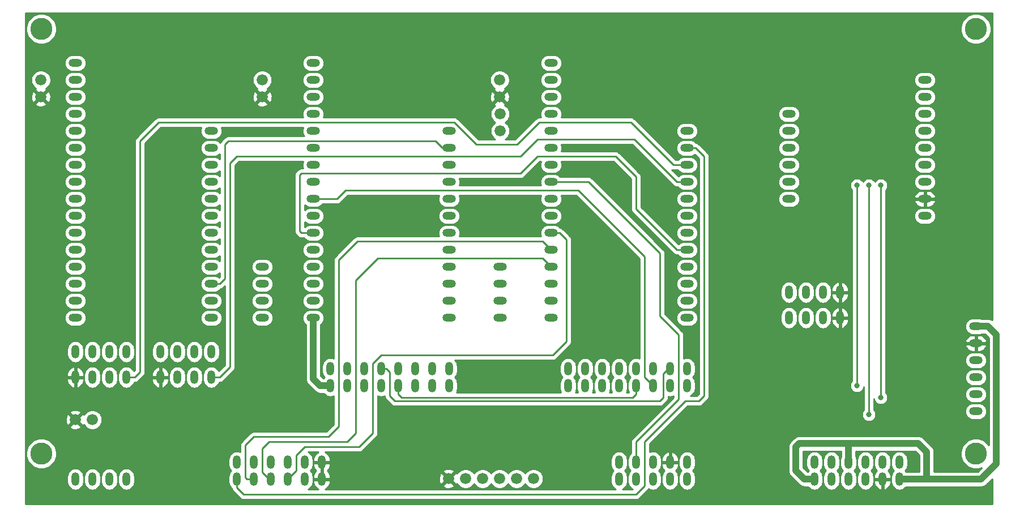
<source format=gbr>
G04 #@! TF.GenerationSoftware,KiCad,Pcbnew,(5.1.5)-3*
G04 #@! TF.CreationDate,2020-11-10T19:03:25-08:00*
G04 #@! TF.ProjectId,quickfeather-expansion-board-duo,71756963-6b66-4656-9174-6865722d6578,rev?*
G04 #@! TF.SameCoordinates,Original*
G04 #@! TF.FileFunction,Copper,L2,Bot*
G04 #@! TF.FilePolarity,Positive*
%FSLAX46Y46*%
G04 Gerber Fmt 4.6, Leading zero omitted, Abs format (unit mm)*
G04 Created by KiCad (PCBNEW (5.1.5)-3) date 2020-11-10 19:03:25*
%MOMM*%
%LPD*%
G04 APERTURE LIST*
%ADD10O,1.200000X2.000000*%
%ADD11O,2.000000X1.200000*%
%ADD12C,3.302000*%
%ADD13C,1.676400*%
%ADD14C,0.800000*%
%ADD15C,0.250000*%
%ADD16C,1.000000*%
%ADD17C,0.254000*%
G04 APERTURE END LIST*
D10*
X106680000Y-91440000D03*
X104140000Y-93980000D03*
X106680000Y-93980000D03*
X104140000Y-91440000D03*
X101600000Y-91440000D03*
X99060000Y-93980000D03*
X101600000Y-93980000D03*
X99060000Y-91440000D03*
X96520000Y-91440000D03*
X93980000Y-93980000D03*
X96520000Y-93980000D03*
X93980000Y-91440000D03*
X88900000Y-93980000D03*
X91440000Y-93980000D03*
X88900000Y-91440000D03*
X91440000Y-91440000D03*
D11*
X106680000Y-76200000D03*
X106680000Y-83820000D03*
X106680000Y-68580000D03*
X106680000Y-73660000D03*
X106680000Y-71120000D03*
X106680000Y-81280000D03*
X106680000Y-66040000D03*
X106680000Y-58420000D03*
X106680000Y-60960000D03*
X106680000Y-78740000D03*
X106680000Y-63500000D03*
X106680000Y-55880000D03*
X86360000Y-83820000D03*
X86360000Y-81280000D03*
X86360000Y-78740000D03*
X86360000Y-76200000D03*
X86360000Y-73660000D03*
X86360000Y-71120000D03*
X86360000Y-68580000D03*
X86360000Y-66040000D03*
X86360000Y-63500000D03*
X86360000Y-60960000D03*
X86360000Y-58420000D03*
X86360000Y-55880000D03*
X86360000Y-53340000D03*
X86360000Y-50800000D03*
X86360000Y-48260000D03*
X86360000Y-45720000D03*
X121920000Y-45720000D03*
X121920000Y-48260000D03*
X121920000Y-50800000D03*
X121920000Y-53340000D03*
X121920000Y-55880000D03*
X121920000Y-58420000D03*
X121920000Y-60960000D03*
X121920000Y-63500000D03*
X121920000Y-66040000D03*
X121920000Y-68580000D03*
X121920000Y-71120000D03*
X121920000Y-73660000D03*
X121920000Y-76200000D03*
X121920000Y-78740000D03*
X121920000Y-81280000D03*
X121920000Y-83820000D03*
X142240000Y-55880000D03*
X142240000Y-63500000D03*
X142240000Y-78740000D03*
X142240000Y-60960000D03*
X142240000Y-58420000D03*
X142240000Y-66040000D03*
X142240000Y-81280000D03*
X142240000Y-71120000D03*
X142240000Y-73660000D03*
X142240000Y-68580000D03*
X142240000Y-83820000D03*
X142240000Y-76200000D03*
D10*
X127000000Y-91440000D03*
X124460000Y-91440000D03*
X127000000Y-93980000D03*
X124460000Y-93980000D03*
X129540000Y-91440000D03*
X132080000Y-93980000D03*
X129540000Y-93980000D03*
X132080000Y-91440000D03*
X134620000Y-91440000D03*
X137160000Y-93980000D03*
X134620000Y-93980000D03*
X137160000Y-91440000D03*
X139700000Y-91440000D03*
X142240000Y-93980000D03*
X139700000Y-93980000D03*
X142240000Y-91440000D03*
D12*
X45720000Y-104140000D03*
X185420000Y-104140000D03*
X185420000Y-40640000D03*
X45720000Y-40640000D03*
D11*
X78740000Y-83820000D03*
X78740000Y-81280000D03*
X78740000Y-78740000D03*
X78740000Y-76200000D03*
X114300000Y-83820000D03*
X114300000Y-81280000D03*
X114300000Y-78740000D03*
X114300000Y-76200000D03*
X177800000Y-68580000D03*
X177800000Y-66040000D03*
X177800000Y-63500000D03*
X177800000Y-60960000D03*
X177800000Y-58420000D03*
X177800000Y-55880000D03*
X177800000Y-53340000D03*
X177800000Y-50800000D03*
X177800000Y-48260000D03*
X157480000Y-66040000D03*
X157480000Y-63500000D03*
X157480000Y-60960000D03*
X157480000Y-58420000D03*
X157480000Y-55880000D03*
X157480000Y-53340000D03*
X185420000Y-85090000D03*
X185420000Y-87630000D03*
X185420000Y-90170000D03*
X185420000Y-92710000D03*
X185420000Y-95250000D03*
X185420000Y-97790000D03*
D13*
X109130000Y-107870000D03*
X119290000Y-107870000D03*
X111670000Y-107870000D03*
X106590000Y-107870000D03*
X114210000Y-107870000D03*
X116750000Y-107870000D03*
D11*
X50800000Y-45720000D03*
X50800000Y-48260000D03*
X50800000Y-50800000D03*
X50800000Y-53340000D03*
X50800000Y-55880000D03*
X50800000Y-58420000D03*
X50800000Y-60960000D03*
X50800000Y-63500000D03*
X50800000Y-66040000D03*
X50800000Y-68580000D03*
X50800000Y-71120000D03*
X50800000Y-73660000D03*
X50800000Y-76200000D03*
X50800000Y-78740000D03*
X50800000Y-81280000D03*
X50800000Y-83820000D03*
X71120000Y-55880000D03*
X71120000Y-63500000D03*
X71120000Y-78740000D03*
X71120000Y-60960000D03*
X71120000Y-58420000D03*
X71120000Y-66040000D03*
X71120000Y-81280000D03*
X71120000Y-71120000D03*
X71120000Y-73660000D03*
X71120000Y-68580000D03*
X71120000Y-83820000D03*
X71120000Y-76200000D03*
D10*
X173990000Y-107950000D03*
X173990000Y-105410000D03*
X171450000Y-107950000D03*
X171450000Y-105410000D03*
X168910000Y-107950000D03*
X168910000Y-105410000D03*
X166370000Y-107950000D03*
X166370000Y-105410000D03*
X163830000Y-107950000D03*
X163830000Y-105410000D03*
X161290000Y-107950000D03*
X161290000Y-105410000D03*
X74930000Y-105410000D03*
X74930000Y-107950000D03*
X77470000Y-105410000D03*
X77470000Y-107950000D03*
X80010000Y-105410000D03*
X80010000Y-107950000D03*
X82550000Y-105410000D03*
X82550000Y-107950000D03*
X85090000Y-105410000D03*
X85090000Y-107950000D03*
X87630000Y-105410000D03*
X87630000Y-107950000D03*
X132080000Y-105410000D03*
X132080000Y-107950000D03*
X134620000Y-105410000D03*
X134620000Y-107950000D03*
X137160000Y-105410000D03*
X137160000Y-107950000D03*
X139700000Y-105410000D03*
X139700000Y-107950000D03*
X142240000Y-105410000D03*
X142240000Y-107950000D03*
X71120000Y-92710000D03*
X68580000Y-92710000D03*
X66040000Y-92710000D03*
X63500000Y-92710000D03*
X50800000Y-92710000D03*
X53340000Y-92710000D03*
X55880000Y-92710000D03*
X58420000Y-92710000D03*
X71120000Y-88900000D03*
X68580000Y-88900000D03*
X66040000Y-88900000D03*
X63500000Y-88900000D03*
X165100000Y-80010000D03*
X162560000Y-80010000D03*
X160020000Y-80010000D03*
X157480000Y-80010000D03*
X50800000Y-107950000D03*
X53340000Y-107950000D03*
X55880000Y-107950000D03*
X58420000Y-107950000D03*
X58420000Y-88900000D03*
X55880000Y-88900000D03*
X53340000Y-88900000D03*
X50800000Y-88900000D03*
X157480000Y-83820000D03*
X160020000Y-83820000D03*
X162560000Y-83820000D03*
X165100000Y-83820000D03*
D13*
X78740000Y-48260000D03*
X78740000Y-50800000D03*
X114220000Y-50800000D03*
X114220000Y-48260000D03*
X50800000Y-99060000D03*
X53340000Y-99060000D03*
X45640000Y-50800000D03*
X45640000Y-48260000D03*
X114300000Y-55880000D03*
X114300000Y-53340000D03*
D14*
X167640000Y-93980000D03*
X167640000Y-64008000D03*
X171196000Y-95758000D03*
X171196000Y-64008000D03*
X169418000Y-98298000D03*
X169418000Y-64008000D03*
D15*
X167640000Y-64008000D02*
X167640000Y-93980000D01*
X134620000Y-93980000D02*
X134620000Y-95250000D01*
X134620000Y-95250000D02*
X134112000Y-95758000D01*
X134112000Y-95758000D02*
X99568000Y-95758000D01*
X99060000Y-95250000D02*
X99060000Y-93980000D01*
X99568000Y-95758000D02*
X99060000Y-95250000D01*
X171196000Y-64008000D02*
X171196000Y-95758000D01*
X139700000Y-91440000D02*
X139446000Y-91440000D01*
X139446000Y-91440000D02*
X138684000Y-92202000D01*
X138684000Y-92202000D02*
X138684000Y-95758000D01*
X138684000Y-95758000D02*
X138176000Y-96266000D01*
X138176000Y-96266000D02*
X98552000Y-96266000D01*
X98552000Y-96266000D02*
X97790000Y-95504000D01*
X97790000Y-95504000D02*
X97790000Y-91948000D01*
X97282000Y-91440000D02*
X96520000Y-91440000D01*
X97790000Y-91948000D02*
X97282000Y-91440000D01*
D16*
X186182000Y-107950000D02*
X188468000Y-105664000D01*
X161290000Y-107950000D02*
X159766000Y-107950000D01*
X159766000Y-107950000D02*
X158496000Y-106680000D01*
X158496000Y-106680000D02*
X158496000Y-103124000D01*
X158496000Y-103124000D02*
X159004000Y-102616000D01*
X159004000Y-102616000D02*
X166116000Y-102616000D01*
X166370000Y-102870000D02*
X166370000Y-105410000D01*
X166116000Y-102616000D02*
X166370000Y-102870000D01*
X185420000Y-85090000D02*
X187198000Y-85090000D01*
X188468000Y-86360000D02*
X188468000Y-105664000D01*
X187198000Y-85090000D02*
X188468000Y-86360000D01*
X88900000Y-93980000D02*
X87376000Y-93980000D01*
X87376000Y-93980000D02*
X86360000Y-92964000D01*
X86360000Y-92964000D02*
X86360000Y-83820000D01*
X166116000Y-102616000D02*
X176784000Y-102616000D01*
X178054000Y-103886000D02*
X178054000Y-107950000D01*
X176784000Y-102616000D02*
X178054000Y-103886000D01*
X173990000Y-107950000D02*
X178054000Y-107950000D01*
X178054000Y-107950000D02*
X186182000Y-107950000D01*
D15*
X71120000Y-78740000D02*
X72390000Y-78740000D01*
X72390000Y-78740000D02*
X73152000Y-77978000D01*
X73152000Y-77978000D02*
X73152000Y-57912000D01*
X73152000Y-57912000D02*
X73660000Y-57404000D01*
X73660000Y-57404000D02*
X104648000Y-57404000D01*
X105664000Y-58420000D02*
X106680000Y-58420000D01*
X104648000Y-57404000D02*
X105664000Y-58420000D01*
X84582000Y-62230000D02*
X84328000Y-62484000D01*
X84328000Y-62484000D02*
X84328000Y-70866000D01*
X84582000Y-71120000D02*
X86360000Y-71120000D01*
X84328000Y-70866000D02*
X84582000Y-71120000D01*
X119888000Y-59690000D02*
X117348000Y-62230000D01*
X134620000Y-62738000D02*
X131572000Y-59690000D01*
X131572000Y-59690000D02*
X119888000Y-59690000D01*
X117348000Y-62230000D02*
X84582000Y-62230000D01*
X142240000Y-73660000D02*
X140716000Y-73660000D01*
X140716000Y-73660000D02*
X134620000Y-67564000D01*
X134620000Y-67564000D02*
X134620000Y-62738000D01*
X135890000Y-92710000D02*
X137160000Y-93980000D01*
X89916000Y-66040000D02*
X91186000Y-64770000D01*
X135890000Y-74676000D02*
X135890000Y-92710000D01*
X86360000Y-66040000D02*
X89916000Y-66040000D01*
X91186000Y-64770000D02*
X125984000Y-64770000D01*
X125984000Y-64770000D02*
X135890000Y-74676000D01*
X127508000Y-63500000D02*
X121920000Y-63500000D01*
X140970000Y-96012000D02*
X140970000Y-86360000D01*
X134620000Y-105410000D02*
X134620000Y-102362000D01*
X138176000Y-74168000D02*
X127508000Y-63500000D01*
X134620000Y-102362000D02*
X140970000Y-96012000D01*
X140970000Y-86360000D02*
X138176000Y-83566000D01*
X138176000Y-83566000D02*
X138176000Y-74168000D01*
X121920000Y-71120000D02*
X123190000Y-71120000D01*
X123190000Y-71120000D02*
X124206000Y-72136000D01*
X124206000Y-72136000D02*
X124206000Y-87376000D01*
X124206000Y-87376000D02*
X122174000Y-89408000D01*
X122174000Y-89408000D02*
X96520000Y-89408000D01*
X96520000Y-89408000D02*
X95250000Y-90678000D01*
X95250000Y-90678000D02*
X95250000Y-101092000D01*
X95250000Y-101092000D02*
X93218000Y-103124000D01*
X93218000Y-103124000D02*
X85090000Y-103124000D01*
X85090000Y-103124000D02*
X83820000Y-104394000D01*
X83820000Y-106680000D02*
X82550000Y-107950000D01*
X83820000Y-104394000D02*
X83820000Y-106680000D01*
X120650000Y-72390000D02*
X121920000Y-73660000D01*
X90170000Y-75184000D02*
X92964000Y-72390000D01*
X92964000Y-72390000D02*
X120650000Y-72390000D01*
X88646000Y-101600000D02*
X90170000Y-100076000D01*
X76454000Y-107950000D02*
X76200000Y-107696000D01*
X77470000Y-107950000D02*
X76454000Y-107950000D01*
X90170000Y-100076000D02*
X90170000Y-75184000D01*
X76200000Y-102870000D02*
X77470000Y-101600000D01*
X76200000Y-107696000D02*
X76200000Y-102870000D01*
X77470000Y-101600000D02*
X88646000Y-101600000D01*
X80010000Y-107950000D02*
X79502000Y-107950000D01*
X79502000Y-107950000D02*
X79502000Y-107696000D01*
X79502000Y-107696000D02*
X78740000Y-106934000D01*
X120650000Y-74930000D02*
X121920000Y-76200000D01*
X78740000Y-106934000D02*
X78740000Y-103378000D01*
X78740000Y-103378000D02*
X79756000Y-102362000D01*
X79756000Y-102362000D02*
X91440000Y-102362000D01*
X91440000Y-102362000D02*
X92710000Y-101092000D01*
X92710000Y-101092000D02*
X92710000Y-78232000D01*
X92710000Y-78232000D02*
X96012000Y-74930000D01*
X96012000Y-74930000D02*
X120650000Y-74930000D01*
X71120000Y-92710000D02*
X72390000Y-92710000D01*
X72390000Y-92710000D02*
X73914000Y-91186000D01*
X73914000Y-91186000D02*
X73914000Y-60706000D01*
X73914000Y-60706000D02*
X74930000Y-59690000D01*
X119888000Y-57150000D02*
X117348000Y-59690000D01*
X142240000Y-63500000D02*
X140716000Y-63500000D01*
X117348000Y-59690000D02*
X74930000Y-59690000D01*
X140716000Y-63500000D02*
X134366000Y-57150000D01*
X134366000Y-57150000D02*
X119888000Y-57150000D01*
X58420000Y-92710000D02*
X59690000Y-92710000D01*
X59690000Y-92710000D02*
X60452000Y-91948000D01*
X60452000Y-91948000D02*
X60452000Y-57404000D01*
X60452000Y-57404000D02*
X63246000Y-54610000D01*
X63246000Y-54610000D02*
X107442000Y-54610000D01*
X107442000Y-54610000D02*
X110744000Y-57912000D01*
X110744000Y-57912000D02*
X116840000Y-57912000D01*
X120142000Y-54610000D02*
X116840000Y-57912000D01*
X142240000Y-60960000D02*
X140208000Y-60960000D01*
X140208000Y-60960000D02*
X133858000Y-54610000D01*
X133858000Y-54610000D02*
X120142000Y-54610000D01*
X75184000Y-108204000D02*
X74930000Y-107950000D01*
X143510000Y-58420000D02*
X142240000Y-58420000D01*
X144780000Y-95504000D02*
X144780000Y-59690000D01*
X141986000Y-96266000D02*
X144018000Y-96266000D01*
X144780000Y-59690000D02*
X143510000Y-58420000D01*
X74930000Y-107950000D02*
X74930000Y-109220000D01*
X134620000Y-110236000D02*
X135890000Y-108966000D01*
X135890000Y-102362000D02*
X141986000Y-96266000D01*
X74930000Y-109220000D02*
X75946000Y-110236000D01*
X144018000Y-96266000D02*
X144780000Y-95504000D01*
X75946000Y-110236000D02*
X134620000Y-110236000D01*
X135890000Y-108966000D02*
X135890000Y-102362000D01*
X169418000Y-64008000D02*
X169418000Y-98298000D01*
D17*
G36*
X187833000Y-84142846D02*
G01*
X187831623Y-84141716D01*
X187634447Y-84036324D01*
X187420499Y-83971423D01*
X187253752Y-83955000D01*
X187253751Y-83955000D01*
X187198000Y-83949509D01*
X187142249Y-83955000D01*
X186316437Y-83955000D01*
X186294901Y-83943489D01*
X186062102Y-83872870D01*
X185880665Y-83855000D01*
X184959335Y-83855000D01*
X184777898Y-83872870D01*
X184545099Y-83943489D01*
X184330551Y-84058167D01*
X184142498Y-84212498D01*
X183988167Y-84400551D01*
X183873489Y-84615099D01*
X183802870Y-84847898D01*
X183779025Y-85090000D01*
X183802870Y-85332102D01*
X183873489Y-85564901D01*
X183988167Y-85779449D01*
X184142498Y-85967502D01*
X184330551Y-86121833D01*
X184545099Y-86236511D01*
X184777898Y-86307130D01*
X184959335Y-86325000D01*
X185880665Y-86325000D01*
X186062102Y-86307130D01*
X186294901Y-86236511D01*
X186316437Y-86225000D01*
X186727869Y-86225000D01*
X187333000Y-86830132D01*
X187333001Y-102888317D01*
X187195652Y-102682760D01*
X186877240Y-102364348D01*
X186502827Y-102114173D01*
X186086802Y-101941850D01*
X185645151Y-101854000D01*
X185194849Y-101854000D01*
X184753198Y-101941850D01*
X184337173Y-102114173D01*
X183962760Y-102364348D01*
X183644348Y-102682760D01*
X183394173Y-103057173D01*
X183221850Y-103473198D01*
X183134000Y-103914849D01*
X183134000Y-104365151D01*
X183221850Y-104806802D01*
X183394173Y-105222827D01*
X183644348Y-105597240D01*
X183962760Y-105915652D01*
X184337173Y-106165827D01*
X184753198Y-106338150D01*
X185194849Y-106426000D01*
X185645151Y-106426000D01*
X186086802Y-106338150D01*
X186260784Y-106266084D01*
X185711869Y-106815000D01*
X179189000Y-106815000D01*
X179189000Y-103941743D01*
X179194490Y-103885999D01*
X179189000Y-103830255D01*
X179189000Y-103830248D01*
X179172577Y-103663501D01*
X179162513Y-103630323D01*
X179145896Y-103575546D01*
X179107676Y-103449553D01*
X179002284Y-103252377D01*
X178860449Y-103079551D01*
X178817140Y-103044008D01*
X177625996Y-101852865D01*
X177590449Y-101809551D01*
X177417623Y-101667716D01*
X177220447Y-101562324D01*
X177006499Y-101497423D01*
X176839752Y-101481000D01*
X176839751Y-101481000D01*
X176784000Y-101475509D01*
X176728249Y-101481000D01*
X166171751Y-101481000D01*
X166116000Y-101475509D01*
X166060249Y-101481000D01*
X159059741Y-101481000D01*
X159003999Y-101475510D01*
X158948257Y-101481000D01*
X158948248Y-101481000D01*
X158781501Y-101497423D01*
X158567553Y-101562324D01*
X158370377Y-101667716D01*
X158197551Y-101809551D01*
X158162004Y-101852865D01*
X157732860Y-102282009D01*
X157689552Y-102317551D01*
X157547717Y-102490377D01*
X157510396Y-102560201D01*
X157442324Y-102687554D01*
X157377423Y-102901502D01*
X157355509Y-103124000D01*
X157361001Y-103179761D01*
X157361000Y-106624248D01*
X157355509Y-106680000D01*
X157361000Y-106735751D01*
X157377423Y-106902498D01*
X157442324Y-107116446D01*
X157547716Y-107313623D01*
X157689551Y-107486449D01*
X157732865Y-107521996D01*
X158924008Y-108713140D01*
X158959551Y-108756449D01*
X159132377Y-108898284D01*
X159329553Y-109003676D01*
X159493705Y-109053471D01*
X159543500Y-109068577D01*
X159564493Y-109070644D01*
X159710248Y-109085000D01*
X159710255Y-109085000D01*
X159765999Y-109090490D01*
X159821743Y-109085000D01*
X160295551Y-109085000D01*
X160412499Y-109227502D01*
X160600552Y-109381833D01*
X160815100Y-109496511D01*
X161047899Y-109567130D01*
X161290000Y-109590975D01*
X161532102Y-109567130D01*
X161764901Y-109496511D01*
X161979449Y-109381833D01*
X162167502Y-109227502D01*
X162321833Y-109039449D01*
X162436511Y-108824901D01*
X162507130Y-108592101D01*
X162525000Y-108410664D01*
X162525000Y-107489335D01*
X162507130Y-107307898D01*
X162436511Y-107075099D01*
X162321833Y-106860551D01*
X162173659Y-106680000D01*
X162321833Y-106499449D01*
X162436511Y-106284901D01*
X162507130Y-106052101D01*
X162525000Y-105870664D01*
X162525000Y-104949336D01*
X162595000Y-104949336D01*
X162595000Y-105870665D01*
X162612870Y-106052102D01*
X162683489Y-106284901D01*
X162798168Y-106499449D01*
X162946342Y-106679999D01*
X162798167Y-106860552D01*
X162683489Y-107075100D01*
X162612870Y-107307899D01*
X162595000Y-107489336D01*
X162595000Y-108410665D01*
X162612870Y-108592102D01*
X162683489Y-108824901D01*
X162798168Y-109039449D01*
X162952499Y-109227502D01*
X163140552Y-109381833D01*
X163355100Y-109496511D01*
X163587899Y-109567130D01*
X163830000Y-109590975D01*
X164072102Y-109567130D01*
X164304901Y-109496511D01*
X164519449Y-109381833D01*
X164707502Y-109227502D01*
X164861833Y-109039449D01*
X164976511Y-108824901D01*
X165047130Y-108592101D01*
X165065000Y-108410664D01*
X165065000Y-107489335D01*
X165047130Y-107307898D01*
X164976511Y-107075099D01*
X164861833Y-106860551D01*
X164713659Y-106680000D01*
X164861833Y-106499449D01*
X164976511Y-106284901D01*
X165047130Y-106052101D01*
X165065000Y-105870664D01*
X165065000Y-104949335D01*
X165047130Y-104767898D01*
X164976511Y-104535099D01*
X164861833Y-104320551D01*
X164707502Y-104132498D01*
X164519448Y-103978167D01*
X164304900Y-103863489D01*
X164072101Y-103792870D01*
X163830000Y-103769025D01*
X163587898Y-103792870D01*
X163355099Y-103863489D01*
X163140551Y-103978167D01*
X162952498Y-104132498D01*
X162798167Y-104320552D01*
X162683489Y-104535100D01*
X162612870Y-104767899D01*
X162595000Y-104949336D01*
X162525000Y-104949336D01*
X162525000Y-104949335D01*
X162507130Y-104767898D01*
X162436511Y-104535099D01*
X162321833Y-104320551D01*
X162167502Y-104132498D01*
X161979448Y-103978167D01*
X161764900Y-103863489D01*
X161532101Y-103792870D01*
X161290000Y-103769025D01*
X161047898Y-103792870D01*
X160815099Y-103863489D01*
X160600551Y-103978167D01*
X160412498Y-104132498D01*
X160258167Y-104320552D01*
X160143489Y-104535100D01*
X160072870Y-104767899D01*
X160055000Y-104949336D01*
X160055000Y-105870665D01*
X160072870Y-106052102D01*
X160143489Y-106284901D01*
X160258168Y-106499449D01*
X160406342Y-106679999D01*
X160295550Y-106815000D01*
X160236132Y-106815000D01*
X159631000Y-106209869D01*
X159631000Y-103751000D01*
X165235000Y-103751000D01*
X165235001Y-104513563D01*
X165223489Y-104535100D01*
X165152870Y-104767899D01*
X165135000Y-104949336D01*
X165135000Y-105870665D01*
X165152870Y-106052102D01*
X165223489Y-106284901D01*
X165338168Y-106499449D01*
X165486342Y-106679999D01*
X165338167Y-106860552D01*
X165223489Y-107075100D01*
X165152870Y-107307899D01*
X165135000Y-107489336D01*
X165135000Y-108410665D01*
X165152870Y-108592102D01*
X165223489Y-108824901D01*
X165338168Y-109039449D01*
X165492499Y-109227502D01*
X165680552Y-109381833D01*
X165895100Y-109496511D01*
X166127899Y-109567130D01*
X166370000Y-109590975D01*
X166612102Y-109567130D01*
X166844901Y-109496511D01*
X167059449Y-109381833D01*
X167247502Y-109227502D01*
X167401833Y-109039449D01*
X167516511Y-108824901D01*
X167587130Y-108592101D01*
X167605000Y-108410664D01*
X167605000Y-107489335D01*
X167587130Y-107307898D01*
X167516511Y-107075099D01*
X167401833Y-106860551D01*
X167253659Y-106680000D01*
X167401833Y-106499449D01*
X167516511Y-106284901D01*
X167587130Y-106052101D01*
X167605000Y-105870664D01*
X167605000Y-104949336D01*
X167675000Y-104949336D01*
X167675000Y-105870665D01*
X167692870Y-106052102D01*
X167763489Y-106284901D01*
X167878168Y-106499449D01*
X168026342Y-106679999D01*
X167878167Y-106860552D01*
X167763489Y-107075100D01*
X167692870Y-107307899D01*
X167675000Y-107489336D01*
X167675000Y-108410665D01*
X167692870Y-108592102D01*
X167763489Y-108824901D01*
X167878168Y-109039449D01*
X168032499Y-109227502D01*
X168220552Y-109381833D01*
X168435100Y-109496511D01*
X168667899Y-109567130D01*
X168910000Y-109590975D01*
X169152102Y-109567130D01*
X169384901Y-109496511D01*
X169599449Y-109381833D01*
X169787502Y-109227502D01*
X169941833Y-109039449D01*
X170056511Y-108824901D01*
X170127130Y-108592101D01*
X170145000Y-108410664D01*
X170145000Y-108077000D01*
X170215000Y-108077000D01*
X170215000Y-108477000D01*
X170263507Y-108715496D01*
X170357610Y-108939946D01*
X170493693Y-109141725D01*
X170666526Y-109313078D01*
X170869467Y-109447421D01*
X171094718Y-109539591D01*
X171132391Y-109543462D01*
X171323000Y-109418731D01*
X171323000Y-108077000D01*
X171577000Y-108077000D01*
X171577000Y-109418731D01*
X171767609Y-109543462D01*
X171805282Y-109539591D01*
X172030533Y-109447421D01*
X172233474Y-109313078D01*
X172406307Y-109141725D01*
X172542390Y-108939946D01*
X172636493Y-108715496D01*
X172685000Y-108477000D01*
X172685000Y-108077000D01*
X171577000Y-108077000D01*
X171323000Y-108077000D01*
X170215000Y-108077000D01*
X170145000Y-108077000D01*
X170145000Y-107489335D01*
X170127130Y-107307898D01*
X170056511Y-107075099D01*
X169941833Y-106860551D01*
X169793659Y-106680000D01*
X169941833Y-106499449D01*
X170056511Y-106284901D01*
X170127130Y-106052101D01*
X170145000Y-105870664D01*
X170145000Y-104949336D01*
X170215000Y-104949336D01*
X170215000Y-105870665D01*
X170232870Y-106052102D01*
X170303489Y-106284901D01*
X170418168Y-106499449D01*
X170569169Y-106683445D01*
X170493693Y-106758275D01*
X170357610Y-106960054D01*
X170263507Y-107184504D01*
X170215000Y-107423000D01*
X170215000Y-107823000D01*
X171323000Y-107823000D01*
X171323000Y-107803000D01*
X171577000Y-107803000D01*
X171577000Y-107823000D01*
X172685000Y-107823000D01*
X172685000Y-107423000D01*
X172636493Y-107184504D01*
X172542390Y-106960054D01*
X172406307Y-106758275D01*
X172330831Y-106683445D01*
X172481833Y-106499449D01*
X172596511Y-106284901D01*
X172667130Y-106052101D01*
X172685000Y-105870664D01*
X172685000Y-104949335D01*
X172667130Y-104767898D01*
X172596511Y-104535099D01*
X172481833Y-104320551D01*
X172327502Y-104132498D01*
X172139448Y-103978167D01*
X171924900Y-103863489D01*
X171692101Y-103792870D01*
X171450000Y-103769025D01*
X171207898Y-103792870D01*
X170975099Y-103863489D01*
X170760551Y-103978167D01*
X170572498Y-104132498D01*
X170418167Y-104320552D01*
X170303489Y-104535100D01*
X170232870Y-104767899D01*
X170215000Y-104949336D01*
X170145000Y-104949336D01*
X170145000Y-104949335D01*
X170127130Y-104767898D01*
X170056511Y-104535099D01*
X169941833Y-104320551D01*
X169787502Y-104132498D01*
X169599448Y-103978167D01*
X169384900Y-103863489D01*
X169152101Y-103792870D01*
X168910000Y-103769025D01*
X168667898Y-103792870D01*
X168435099Y-103863489D01*
X168220551Y-103978167D01*
X168032498Y-104132498D01*
X167878167Y-104320552D01*
X167763489Y-104535100D01*
X167692870Y-104767899D01*
X167675000Y-104949336D01*
X167605000Y-104949336D01*
X167605000Y-104949335D01*
X167587130Y-104767898D01*
X167516511Y-104535099D01*
X167505000Y-104513563D01*
X167505000Y-103751000D01*
X176313869Y-103751000D01*
X176919000Y-104356132D01*
X176919001Y-106815000D01*
X174984450Y-106815000D01*
X174873659Y-106680000D01*
X175021833Y-106499449D01*
X175136511Y-106284901D01*
X175207130Y-106052101D01*
X175225000Y-105870664D01*
X175225000Y-104949335D01*
X175207130Y-104767898D01*
X175136511Y-104535099D01*
X175021833Y-104320551D01*
X174867502Y-104132498D01*
X174679448Y-103978167D01*
X174464900Y-103863489D01*
X174232101Y-103792870D01*
X173990000Y-103769025D01*
X173747898Y-103792870D01*
X173515099Y-103863489D01*
X173300551Y-103978167D01*
X173112498Y-104132498D01*
X172958167Y-104320552D01*
X172843489Y-104535100D01*
X172772870Y-104767899D01*
X172755000Y-104949336D01*
X172755000Y-105870665D01*
X172772870Y-106052102D01*
X172843489Y-106284901D01*
X172958168Y-106499449D01*
X173106342Y-106679999D01*
X172958167Y-106860552D01*
X172843489Y-107075100D01*
X172772870Y-107307899D01*
X172755000Y-107489336D01*
X172755000Y-108410665D01*
X172772870Y-108592102D01*
X172843489Y-108824901D01*
X172958168Y-109039449D01*
X173112499Y-109227502D01*
X173300552Y-109381833D01*
X173515100Y-109496511D01*
X173747899Y-109567130D01*
X173990000Y-109590975D01*
X174232102Y-109567130D01*
X174464901Y-109496511D01*
X174679449Y-109381833D01*
X174867502Y-109227502D01*
X174984450Y-109085000D01*
X177998249Y-109085000D01*
X178054000Y-109090491D01*
X178109752Y-109085000D01*
X186126249Y-109085000D01*
X186182000Y-109090491D01*
X186237751Y-109085000D01*
X186237752Y-109085000D01*
X186404499Y-109068577D01*
X186618447Y-109003676D01*
X186815623Y-108898284D01*
X186988449Y-108756449D01*
X187023996Y-108713135D01*
X187833000Y-107904131D01*
X187833000Y-111633000D01*
X43307000Y-111633000D01*
X43307000Y-107489335D01*
X49565000Y-107489335D01*
X49565000Y-108410664D01*
X49582870Y-108592101D01*
X49653489Y-108824900D01*
X49768167Y-109039448D01*
X49922498Y-109227502D01*
X50110551Y-109381833D01*
X50325099Y-109496511D01*
X50557898Y-109567130D01*
X50800000Y-109590975D01*
X51042101Y-109567130D01*
X51274900Y-109496511D01*
X51489448Y-109381833D01*
X51677502Y-109227502D01*
X51831833Y-109039449D01*
X51946511Y-108824901D01*
X52017130Y-108592102D01*
X52035000Y-108410665D01*
X52035000Y-107489336D01*
X52035000Y-107489335D01*
X52105000Y-107489335D01*
X52105000Y-108410664D01*
X52122870Y-108592101D01*
X52193489Y-108824900D01*
X52308167Y-109039448D01*
X52462498Y-109227502D01*
X52650551Y-109381833D01*
X52865099Y-109496511D01*
X53097898Y-109567130D01*
X53340000Y-109590975D01*
X53582101Y-109567130D01*
X53814900Y-109496511D01*
X54029448Y-109381833D01*
X54217502Y-109227502D01*
X54371833Y-109039449D01*
X54486511Y-108824901D01*
X54557130Y-108592102D01*
X54575000Y-108410665D01*
X54575000Y-107489336D01*
X54575000Y-107489335D01*
X54645000Y-107489335D01*
X54645000Y-108410664D01*
X54662870Y-108592101D01*
X54733489Y-108824900D01*
X54848167Y-109039448D01*
X55002498Y-109227502D01*
X55190551Y-109381833D01*
X55405099Y-109496511D01*
X55637898Y-109567130D01*
X55880000Y-109590975D01*
X56122101Y-109567130D01*
X56354900Y-109496511D01*
X56569448Y-109381833D01*
X56757502Y-109227502D01*
X56911833Y-109039449D01*
X57026511Y-108824901D01*
X57097130Y-108592102D01*
X57115000Y-108410665D01*
X57115000Y-107489336D01*
X57115000Y-107489335D01*
X57185000Y-107489335D01*
X57185000Y-108410664D01*
X57202870Y-108592101D01*
X57273489Y-108824900D01*
X57388167Y-109039448D01*
X57542498Y-109227502D01*
X57730551Y-109381833D01*
X57945099Y-109496511D01*
X58177898Y-109567130D01*
X58420000Y-109590975D01*
X58662101Y-109567130D01*
X58894900Y-109496511D01*
X59109448Y-109381833D01*
X59297502Y-109227502D01*
X59451833Y-109039449D01*
X59566511Y-108824901D01*
X59637130Y-108592102D01*
X59655000Y-108410665D01*
X59655000Y-107489336D01*
X59637130Y-107307899D01*
X59566511Y-107075099D01*
X59451833Y-106860551D01*
X59297502Y-106672498D01*
X59109449Y-106518167D01*
X58894901Y-106403489D01*
X58662102Y-106332870D01*
X58420000Y-106309025D01*
X58177899Y-106332870D01*
X57945100Y-106403489D01*
X57730552Y-106518167D01*
X57542499Y-106672498D01*
X57388168Y-106860551D01*
X57273489Y-107075099D01*
X57202870Y-107307898D01*
X57185000Y-107489335D01*
X57115000Y-107489335D01*
X57097130Y-107307899D01*
X57026511Y-107075099D01*
X56911833Y-106860551D01*
X56757502Y-106672498D01*
X56569449Y-106518167D01*
X56354901Y-106403489D01*
X56122102Y-106332870D01*
X55880000Y-106309025D01*
X55637899Y-106332870D01*
X55405100Y-106403489D01*
X55190552Y-106518167D01*
X55002499Y-106672498D01*
X54848168Y-106860551D01*
X54733489Y-107075099D01*
X54662870Y-107307898D01*
X54645000Y-107489335D01*
X54575000Y-107489335D01*
X54557130Y-107307899D01*
X54486511Y-107075099D01*
X54371833Y-106860551D01*
X54217502Y-106672498D01*
X54029449Y-106518167D01*
X53814901Y-106403489D01*
X53582102Y-106332870D01*
X53340000Y-106309025D01*
X53097899Y-106332870D01*
X52865100Y-106403489D01*
X52650552Y-106518167D01*
X52462499Y-106672498D01*
X52308168Y-106860551D01*
X52193489Y-107075099D01*
X52122870Y-107307898D01*
X52105000Y-107489335D01*
X52035000Y-107489335D01*
X52017130Y-107307899D01*
X51946511Y-107075099D01*
X51831833Y-106860551D01*
X51677502Y-106672498D01*
X51489449Y-106518167D01*
X51274901Y-106403489D01*
X51042102Y-106332870D01*
X50800000Y-106309025D01*
X50557899Y-106332870D01*
X50325100Y-106403489D01*
X50110552Y-106518167D01*
X49922499Y-106672498D01*
X49768168Y-106860551D01*
X49653489Y-107075099D01*
X49582870Y-107307898D01*
X49565000Y-107489335D01*
X43307000Y-107489335D01*
X43307000Y-103914849D01*
X43434000Y-103914849D01*
X43434000Y-104365151D01*
X43521850Y-104806802D01*
X43694173Y-105222827D01*
X43944348Y-105597240D01*
X44262760Y-105915652D01*
X44637173Y-106165827D01*
X45053198Y-106338150D01*
X45494849Y-106426000D01*
X45945151Y-106426000D01*
X46386802Y-106338150D01*
X46802827Y-106165827D01*
X47177240Y-105915652D01*
X47495652Y-105597240D01*
X47745827Y-105222827D01*
X47918150Y-104806802D01*
X48006000Y-104365151D01*
X48006000Y-103914849D01*
X47918150Y-103473198D01*
X47745827Y-103057173D01*
X47495652Y-102682760D01*
X47177240Y-102364348D01*
X46802827Y-102114173D01*
X46386802Y-101941850D01*
X45945151Y-101854000D01*
X45494849Y-101854000D01*
X45053198Y-101941850D01*
X44637173Y-102114173D01*
X44262760Y-102364348D01*
X43944348Y-102682760D01*
X43694173Y-103057173D01*
X43521850Y-103473198D01*
X43434000Y-103914849D01*
X43307000Y-103914849D01*
X43307000Y-100079975D01*
X49959630Y-100079975D01*
X50035838Y-100327844D01*
X50297865Y-100452563D01*
X50579189Y-100523768D01*
X50868999Y-100538719D01*
X51156157Y-100496845D01*
X51429628Y-100399754D01*
X51564162Y-100327844D01*
X51640370Y-100079975D01*
X50800000Y-99239605D01*
X49959630Y-100079975D01*
X43307000Y-100079975D01*
X43307000Y-99128999D01*
X49321281Y-99128999D01*
X49363155Y-99416157D01*
X49460246Y-99689628D01*
X49532156Y-99824162D01*
X49780025Y-99900370D01*
X50620395Y-99060000D01*
X50979605Y-99060000D01*
X51819975Y-99900370D01*
X52067844Y-99824162D01*
X52072399Y-99814592D01*
X52195691Y-99999110D01*
X52400890Y-100204309D01*
X52642178Y-100365533D01*
X52910283Y-100476586D01*
X53194902Y-100533200D01*
X53485098Y-100533200D01*
X53769717Y-100476586D01*
X54037822Y-100365533D01*
X54279110Y-100204309D01*
X54484309Y-99999110D01*
X54645533Y-99757822D01*
X54756586Y-99489717D01*
X54813200Y-99205098D01*
X54813200Y-98914902D01*
X54756586Y-98630283D01*
X54645533Y-98362178D01*
X54484309Y-98120890D01*
X54279110Y-97915691D01*
X54037822Y-97754467D01*
X53769717Y-97643414D01*
X53485098Y-97586800D01*
X53194902Y-97586800D01*
X52910283Y-97643414D01*
X52642178Y-97754467D01*
X52400890Y-97915691D01*
X52195691Y-98120890D01*
X52072711Y-98304943D01*
X52067844Y-98295838D01*
X51819975Y-98219630D01*
X50979605Y-99060000D01*
X50620395Y-99060000D01*
X49780025Y-98219630D01*
X49532156Y-98295838D01*
X49407437Y-98557865D01*
X49336232Y-98839189D01*
X49321281Y-99128999D01*
X43307000Y-99128999D01*
X43307000Y-98040025D01*
X49959630Y-98040025D01*
X50800000Y-98880395D01*
X51640370Y-98040025D01*
X51564162Y-97792156D01*
X51302135Y-97667437D01*
X51020811Y-97596232D01*
X50731001Y-97581281D01*
X50443843Y-97623155D01*
X50170372Y-97720246D01*
X50035838Y-97792156D01*
X49959630Y-98040025D01*
X43307000Y-98040025D01*
X43307000Y-92837000D01*
X49565000Y-92837000D01*
X49565000Y-93237000D01*
X49613507Y-93475496D01*
X49707610Y-93699946D01*
X49843693Y-93901725D01*
X50016526Y-94073078D01*
X50219467Y-94207421D01*
X50444718Y-94299591D01*
X50482391Y-94303462D01*
X50673000Y-94178731D01*
X50673000Y-92837000D01*
X50927000Y-92837000D01*
X50927000Y-94178731D01*
X51117609Y-94303462D01*
X51155282Y-94299591D01*
X51380533Y-94207421D01*
X51583474Y-94073078D01*
X51756307Y-93901725D01*
X51892390Y-93699946D01*
X51986493Y-93475496D01*
X52035000Y-93237000D01*
X52035000Y-92837000D01*
X50927000Y-92837000D01*
X50673000Y-92837000D01*
X49565000Y-92837000D01*
X43307000Y-92837000D01*
X43307000Y-92183000D01*
X49565000Y-92183000D01*
X49565000Y-92583000D01*
X50673000Y-92583000D01*
X50673000Y-91241269D01*
X50927000Y-91241269D01*
X50927000Y-92583000D01*
X52035000Y-92583000D01*
X52035000Y-92249336D01*
X52105000Y-92249336D01*
X52105000Y-93170665D01*
X52122870Y-93352102D01*
X52193489Y-93584901D01*
X52308168Y-93799449D01*
X52462499Y-93987502D01*
X52650552Y-94141833D01*
X52865100Y-94256511D01*
X53097899Y-94327130D01*
X53340000Y-94350975D01*
X53582102Y-94327130D01*
X53814901Y-94256511D01*
X54029449Y-94141833D01*
X54217502Y-93987502D01*
X54371833Y-93799449D01*
X54486511Y-93584901D01*
X54557130Y-93352101D01*
X54575000Y-93170664D01*
X54575000Y-92249336D01*
X54645000Y-92249336D01*
X54645000Y-93170665D01*
X54662870Y-93352102D01*
X54733489Y-93584901D01*
X54848168Y-93799449D01*
X55002499Y-93987502D01*
X55190552Y-94141833D01*
X55405100Y-94256511D01*
X55637899Y-94327130D01*
X55880000Y-94350975D01*
X56122102Y-94327130D01*
X56354901Y-94256511D01*
X56569449Y-94141833D01*
X56757502Y-93987502D01*
X56911833Y-93799449D01*
X57026511Y-93584901D01*
X57097130Y-93352101D01*
X57115000Y-93170664D01*
X57115000Y-92249336D01*
X57185000Y-92249336D01*
X57185000Y-93170665D01*
X57202870Y-93352102D01*
X57273489Y-93584901D01*
X57388168Y-93799449D01*
X57542499Y-93987502D01*
X57730552Y-94141833D01*
X57945100Y-94256511D01*
X58177899Y-94327130D01*
X58420000Y-94350975D01*
X58662102Y-94327130D01*
X58894901Y-94256511D01*
X59109449Y-94141833D01*
X59297502Y-93987502D01*
X59451833Y-93799449D01*
X59566511Y-93584901D01*
X59601366Y-93470000D01*
X59652678Y-93470000D01*
X59690000Y-93473676D01*
X59727322Y-93470000D01*
X59727333Y-93470000D01*
X59838986Y-93459003D01*
X59982247Y-93415546D01*
X60114276Y-93344974D01*
X60230001Y-93250001D01*
X60253803Y-93220998D01*
X60637801Y-92837000D01*
X62265000Y-92837000D01*
X62265000Y-93237000D01*
X62313507Y-93475496D01*
X62407610Y-93699946D01*
X62543693Y-93901725D01*
X62716526Y-94073078D01*
X62919467Y-94207421D01*
X63144718Y-94299591D01*
X63182391Y-94303462D01*
X63373000Y-94178731D01*
X63373000Y-92837000D01*
X63627000Y-92837000D01*
X63627000Y-94178731D01*
X63817609Y-94303462D01*
X63855282Y-94299591D01*
X64080533Y-94207421D01*
X64283474Y-94073078D01*
X64456307Y-93901725D01*
X64592390Y-93699946D01*
X64686493Y-93475496D01*
X64735000Y-93237000D01*
X64735000Y-92837000D01*
X63627000Y-92837000D01*
X63373000Y-92837000D01*
X62265000Y-92837000D01*
X60637801Y-92837000D01*
X60963004Y-92511798D01*
X60992001Y-92488001D01*
X61086974Y-92372276D01*
X61157546Y-92240247D01*
X61174911Y-92183000D01*
X62265000Y-92183000D01*
X62265000Y-92583000D01*
X63373000Y-92583000D01*
X63373000Y-91241269D01*
X63627000Y-91241269D01*
X63627000Y-92583000D01*
X64735000Y-92583000D01*
X64735000Y-92249336D01*
X64805000Y-92249336D01*
X64805000Y-93170665D01*
X64822870Y-93352102D01*
X64893489Y-93584901D01*
X65008168Y-93799449D01*
X65162499Y-93987502D01*
X65350552Y-94141833D01*
X65565100Y-94256511D01*
X65797899Y-94327130D01*
X66040000Y-94350975D01*
X66282102Y-94327130D01*
X66514901Y-94256511D01*
X66729449Y-94141833D01*
X66917502Y-93987502D01*
X67071833Y-93799449D01*
X67186511Y-93584901D01*
X67257130Y-93352101D01*
X67275000Y-93170664D01*
X67275000Y-92249336D01*
X67345000Y-92249336D01*
X67345000Y-93170665D01*
X67362870Y-93352102D01*
X67433489Y-93584901D01*
X67548168Y-93799449D01*
X67702499Y-93987502D01*
X67890552Y-94141833D01*
X68105100Y-94256511D01*
X68337899Y-94327130D01*
X68580000Y-94350975D01*
X68822102Y-94327130D01*
X69054901Y-94256511D01*
X69269449Y-94141833D01*
X69457502Y-93987502D01*
X69611833Y-93799449D01*
X69726511Y-93584901D01*
X69797130Y-93352101D01*
X69815000Y-93170664D01*
X69815000Y-92249335D01*
X69797130Y-92067898D01*
X69726511Y-91835099D01*
X69611833Y-91620551D01*
X69457502Y-91432498D01*
X69269448Y-91278167D01*
X69054900Y-91163489D01*
X68822101Y-91092870D01*
X68580000Y-91069025D01*
X68337898Y-91092870D01*
X68105099Y-91163489D01*
X67890551Y-91278167D01*
X67702498Y-91432498D01*
X67548167Y-91620552D01*
X67433489Y-91835100D01*
X67362870Y-92067899D01*
X67345000Y-92249336D01*
X67275000Y-92249336D01*
X67275000Y-92249335D01*
X67257130Y-92067898D01*
X67186511Y-91835099D01*
X67071833Y-91620551D01*
X66917502Y-91432498D01*
X66729448Y-91278167D01*
X66514900Y-91163489D01*
X66282101Y-91092870D01*
X66040000Y-91069025D01*
X65797898Y-91092870D01*
X65565099Y-91163489D01*
X65350551Y-91278167D01*
X65162498Y-91432498D01*
X65008167Y-91620552D01*
X64893489Y-91835100D01*
X64822870Y-92067899D01*
X64805000Y-92249336D01*
X64735000Y-92249336D01*
X64735000Y-92183000D01*
X64686493Y-91944504D01*
X64592390Y-91720054D01*
X64456307Y-91518275D01*
X64283474Y-91346922D01*
X64080533Y-91212579D01*
X63855282Y-91120409D01*
X63817609Y-91116538D01*
X63627000Y-91241269D01*
X63373000Y-91241269D01*
X63182391Y-91116538D01*
X63144718Y-91120409D01*
X62919467Y-91212579D01*
X62716526Y-91346922D01*
X62543693Y-91518275D01*
X62407610Y-91720054D01*
X62313507Y-91944504D01*
X62265000Y-92183000D01*
X61174911Y-92183000D01*
X61201003Y-92096986D01*
X61212000Y-91985333D01*
X61212000Y-91985325D01*
X61215676Y-91948000D01*
X61212000Y-91910675D01*
X61212000Y-88439335D01*
X62265000Y-88439335D01*
X62265000Y-89360664D01*
X62282870Y-89542101D01*
X62353489Y-89774900D01*
X62468167Y-89989448D01*
X62622498Y-90177502D01*
X62810551Y-90331833D01*
X63025099Y-90446511D01*
X63257898Y-90517130D01*
X63500000Y-90540975D01*
X63742101Y-90517130D01*
X63974900Y-90446511D01*
X64189448Y-90331833D01*
X64377502Y-90177502D01*
X64531833Y-89989449D01*
X64646511Y-89774901D01*
X64717130Y-89542102D01*
X64735000Y-89360665D01*
X64735000Y-88439336D01*
X64735000Y-88439335D01*
X64805000Y-88439335D01*
X64805000Y-89360664D01*
X64822870Y-89542101D01*
X64893489Y-89774900D01*
X65008167Y-89989448D01*
X65162498Y-90177502D01*
X65350551Y-90331833D01*
X65565099Y-90446511D01*
X65797898Y-90517130D01*
X66040000Y-90540975D01*
X66282101Y-90517130D01*
X66514900Y-90446511D01*
X66729448Y-90331833D01*
X66917502Y-90177502D01*
X67071833Y-89989449D01*
X67186511Y-89774901D01*
X67257130Y-89542102D01*
X67275000Y-89360665D01*
X67275000Y-88439336D01*
X67275000Y-88439335D01*
X67345000Y-88439335D01*
X67345000Y-89360664D01*
X67362870Y-89542101D01*
X67433489Y-89774900D01*
X67548167Y-89989448D01*
X67702498Y-90177502D01*
X67890551Y-90331833D01*
X68105099Y-90446511D01*
X68337898Y-90517130D01*
X68580000Y-90540975D01*
X68822101Y-90517130D01*
X69054900Y-90446511D01*
X69269448Y-90331833D01*
X69457502Y-90177502D01*
X69611833Y-89989449D01*
X69726511Y-89774901D01*
X69797130Y-89542102D01*
X69815000Y-89360665D01*
X69815000Y-88439336D01*
X69815000Y-88439335D01*
X69885000Y-88439335D01*
X69885000Y-89360664D01*
X69902870Y-89542101D01*
X69973489Y-89774900D01*
X70088167Y-89989448D01*
X70242498Y-90177502D01*
X70430551Y-90331833D01*
X70645099Y-90446511D01*
X70877898Y-90517130D01*
X71120000Y-90540975D01*
X71362101Y-90517130D01*
X71594900Y-90446511D01*
X71809448Y-90331833D01*
X71997502Y-90177502D01*
X72151833Y-89989449D01*
X72266511Y-89774901D01*
X72337130Y-89542102D01*
X72355000Y-89360665D01*
X72355000Y-88439336D01*
X72337130Y-88257899D01*
X72266511Y-88025099D01*
X72151833Y-87810551D01*
X71997502Y-87622498D01*
X71809449Y-87468167D01*
X71594901Y-87353489D01*
X71362102Y-87282870D01*
X71120000Y-87259025D01*
X70877899Y-87282870D01*
X70645100Y-87353489D01*
X70430552Y-87468167D01*
X70242499Y-87622498D01*
X70088168Y-87810551D01*
X69973489Y-88025099D01*
X69902870Y-88257898D01*
X69885000Y-88439335D01*
X69815000Y-88439335D01*
X69797130Y-88257899D01*
X69726511Y-88025099D01*
X69611833Y-87810551D01*
X69457502Y-87622498D01*
X69269449Y-87468167D01*
X69054901Y-87353489D01*
X68822102Y-87282870D01*
X68580000Y-87259025D01*
X68337899Y-87282870D01*
X68105100Y-87353489D01*
X67890552Y-87468167D01*
X67702499Y-87622498D01*
X67548168Y-87810551D01*
X67433489Y-88025099D01*
X67362870Y-88257898D01*
X67345000Y-88439335D01*
X67275000Y-88439335D01*
X67257130Y-88257899D01*
X67186511Y-88025099D01*
X67071833Y-87810551D01*
X66917502Y-87622498D01*
X66729449Y-87468167D01*
X66514901Y-87353489D01*
X66282102Y-87282870D01*
X66040000Y-87259025D01*
X65797899Y-87282870D01*
X65565100Y-87353489D01*
X65350552Y-87468167D01*
X65162499Y-87622498D01*
X65008168Y-87810551D01*
X64893489Y-88025099D01*
X64822870Y-88257898D01*
X64805000Y-88439335D01*
X64735000Y-88439335D01*
X64717130Y-88257899D01*
X64646511Y-88025099D01*
X64531833Y-87810551D01*
X64377502Y-87622498D01*
X64189449Y-87468167D01*
X63974901Y-87353489D01*
X63742102Y-87282870D01*
X63500000Y-87259025D01*
X63257899Y-87282870D01*
X63025100Y-87353489D01*
X62810552Y-87468167D01*
X62622499Y-87622498D01*
X62468168Y-87810551D01*
X62353489Y-88025099D01*
X62282870Y-88257898D01*
X62265000Y-88439335D01*
X61212000Y-88439335D01*
X61212000Y-83820000D01*
X69479025Y-83820000D01*
X69502870Y-84062102D01*
X69573489Y-84294901D01*
X69688167Y-84509449D01*
X69842498Y-84697502D01*
X70030551Y-84851833D01*
X70245099Y-84966511D01*
X70477898Y-85037130D01*
X70659335Y-85055000D01*
X71580665Y-85055000D01*
X71762102Y-85037130D01*
X71994901Y-84966511D01*
X72209449Y-84851833D01*
X72397502Y-84697502D01*
X72551833Y-84509449D01*
X72666511Y-84294901D01*
X72737130Y-84062102D01*
X72760975Y-83820000D01*
X72737130Y-83577898D01*
X72666511Y-83345099D01*
X72551833Y-83130551D01*
X72397502Y-82942498D01*
X72209449Y-82788167D01*
X71994901Y-82673489D01*
X71762102Y-82602870D01*
X71580665Y-82585000D01*
X70659335Y-82585000D01*
X70477898Y-82602870D01*
X70245099Y-82673489D01*
X70030551Y-82788167D01*
X69842498Y-82942498D01*
X69688167Y-83130551D01*
X69573489Y-83345099D01*
X69502870Y-83577898D01*
X69479025Y-83820000D01*
X61212000Y-83820000D01*
X61212000Y-81280000D01*
X69479025Y-81280000D01*
X69502870Y-81522102D01*
X69573489Y-81754901D01*
X69688167Y-81969449D01*
X69842498Y-82157502D01*
X70030551Y-82311833D01*
X70245099Y-82426511D01*
X70477898Y-82497130D01*
X70659335Y-82515000D01*
X71580665Y-82515000D01*
X71762102Y-82497130D01*
X71994901Y-82426511D01*
X72209449Y-82311833D01*
X72397502Y-82157502D01*
X72551833Y-81969449D01*
X72666511Y-81754901D01*
X72737130Y-81522102D01*
X72760975Y-81280000D01*
X72737130Y-81037898D01*
X72666511Y-80805099D01*
X72551833Y-80590551D01*
X72397502Y-80402498D01*
X72209449Y-80248167D01*
X71994901Y-80133489D01*
X71762102Y-80062870D01*
X71580665Y-80045000D01*
X70659335Y-80045000D01*
X70477898Y-80062870D01*
X70245099Y-80133489D01*
X70030551Y-80248167D01*
X69842498Y-80402498D01*
X69688167Y-80590551D01*
X69573489Y-80805099D01*
X69502870Y-81037898D01*
X69479025Y-81280000D01*
X61212000Y-81280000D01*
X61212000Y-57718801D01*
X63560802Y-55370000D01*
X69592250Y-55370000D01*
X69573489Y-55405099D01*
X69502870Y-55637898D01*
X69479025Y-55880000D01*
X69502870Y-56122102D01*
X69573489Y-56354901D01*
X69688167Y-56569449D01*
X69842498Y-56757502D01*
X70030551Y-56911833D01*
X70245099Y-57026511D01*
X70477898Y-57097130D01*
X70659335Y-57115000D01*
X71580665Y-57115000D01*
X71762102Y-57097130D01*
X71994901Y-57026511D01*
X72209449Y-56911833D01*
X72397502Y-56757502D01*
X72551833Y-56569449D01*
X72666511Y-56354901D01*
X72737130Y-56122102D01*
X72760975Y-55880000D01*
X72737130Y-55637898D01*
X72666511Y-55405099D01*
X72647750Y-55370000D01*
X84832250Y-55370000D01*
X84813489Y-55405099D01*
X84742870Y-55637898D01*
X84719025Y-55880000D01*
X84742870Y-56122102D01*
X84813489Y-56354901D01*
X84928167Y-56569449D01*
X84989349Y-56644000D01*
X73697322Y-56644000D01*
X73659999Y-56640324D01*
X73622676Y-56644000D01*
X73622667Y-56644000D01*
X73511014Y-56654997D01*
X73367753Y-56698454D01*
X73235724Y-56769026D01*
X73119999Y-56863999D01*
X73096200Y-56892998D01*
X72640998Y-57348201D01*
X72612000Y-57371999D01*
X72588202Y-57400997D01*
X72588201Y-57400998D01*
X72517026Y-57487724D01*
X72452153Y-57609091D01*
X72397502Y-57542498D01*
X72209449Y-57388167D01*
X71994901Y-57273489D01*
X71762102Y-57202870D01*
X71580665Y-57185000D01*
X70659335Y-57185000D01*
X70477898Y-57202870D01*
X70245099Y-57273489D01*
X70030551Y-57388167D01*
X69842498Y-57542498D01*
X69688167Y-57730551D01*
X69573489Y-57945099D01*
X69502870Y-58177898D01*
X69479025Y-58420000D01*
X69502870Y-58662102D01*
X69573489Y-58894901D01*
X69688167Y-59109449D01*
X69842498Y-59297502D01*
X70030551Y-59451833D01*
X70245099Y-59566511D01*
X70477898Y-59637130D01*
X70659335Y-59655000D01*
X71580665Y-59655000D01*
X71762102Y-59637130D01*
X71994901Y-59566511D01*
X72209449Y-59451833D01*
X72392001Y-59302017D01*
X72392001Y-60077983D01*
X72209449Y-59928167D01*
X71994901Y-59813489D01*
X71762102Y-59742870D01*
X71580665Y-59725000D01*
X70659335Y-59725000D01*
X70477898Y-59742870D01*
X70245099Y-59813489D01*
X70030551Y-59928167D01*
X69842498Y-60082498D01*
X69688167Y-60270551D01*
X69573489Y-60485099D01*
X69502870Y-60717898D01*
X69479025Y-60960000D01*
X69502870Y-61202102D01*
X69573489Y-61434901D01*
X69688167Y-61649449D01*
X69842498Y-61837502D01*
X70030551Y-61991833D01*
X70245099Y-62106511D01*
X70477898Y-62177130D01*
X70659335Y-62195000D01*
X71580665Y-62195000D01*
X71762102Y-62177130D01*
X71994901Y-62106511D01*
X72209449Y-61991833D01*
X72392001Y-61842017D01*
X72392001Y-62617983D01*
X72209449Y-62468167D01*
X71994901Y-62353489D01*
X71762102Y-62282870D01*
X71580665Y-62265000D01*
X70659335Y-62265000D01*
X70477898Y-62282870D01*
X70245099Y-62353489D01*
X70030551Y-62468167D01*
X69842498Y-62622498D01*
X69688167Y-62810551D01*
X69573489Y-63025099D01*
X69502870Y-63257898D01*
X69479025Y-63500000D01*
X69502870Y-63742102D01*
X69573489Y-63974901D01*
X69688167Y-64189449D01*
X69842498Y-64377502D01*
X70030551Y-64531833D01*
X70245099Y-64646511D01*
X70477898Y-64717130D01*
X70659335Y-64735000D01*
X71580665Y-64735000D01*
X71762102Y-64717130D01*
X71994901Y-64646511D01*
X72209449Y-64531833D01*
X72392001Y-64382017D01*
X72392001Y-65157983D01*
X72209449Y-65008167D01*
X71994901Y-64893489D01*
X71762102Y-64822870D01*
X71580665Y-64805000D01*
X70659335Y-64805000D01*
X70477898Y-64822870D01*
X70245099Y-64893489D01*
X70030551Y-65008167D01*
X69842498Y-65162498D01*
X69688167Y-65350551D01*
X69573489Y-65565099D01*
X69502870Y-65797898D01*
X69479025Y-66040000D01*
X69502870Y-66282102D01*
X69573489Y-66514901D01*
X69688167Y-66729449D01*
X69842498Y-66917502D01*
X70030551Y-67071833D01*
X70245099Y-67186511D01*
X70477898Y-67257130D01*
X70659335Y-67275000D01*
X71580665Y-67275000D01*
X71762102Y-67257130D01*
X71994901Y-67186511D01*
X72209449Y-67071833D01*
X72392001Y-66922017D01*
X72392001Y-67697983D01*
X72209449Y-67548167D01*
X71994901Y-67433489D01*
X71762102Y-67362870D01*
X71580665Y-67345000D01*
X70659335Y-67345000D01*
X70477898Y-67362870D01*
X70245099Y-67433489D01*
X70030551Y-67548167D01*
X69842498Y-67702498D01*
X69688167Y-67890551D01*
X69573489Y-68105099D01*
X69502870Y-68337898D01*
X69479025Y-68580000D01*
X69502870Y-68822102D01*
X69573489Y-69054901D01*
X69688167Y-69269449D01*
X69842498Y-69457502D01*
X70030551Y-69611833D01*
X70245099Y-69726511D01*
X70477898Y-69797130D01*
X70659335Y-69815000D01*
X71580665Y-69815000D01*
X71762102Y-69797130D01*
X71994901Y-69726511D01*
X72209449Y-69611833D01*
X72392000Y-69462017D01*
X72392000Y-70237983D01*
X72209449Y-70088167D01*
X71994901Y-69973489D01*
X71762102Y-69902870D01*
X71580665Y-69885000D01*
X70659335Y-69885000D01*
X70477898Y-69902870D01*
X70245099Y-69973489D01*
X70030551Y-70088167D01*
X69842498Y-70242498D01*
X69688167Y-70430551D01*
X69573489Y-70645099D01*
X69502870Y-70877898D01*
X69479025Y-71120000D01*
X69502870Y-71362102D01*
X69573489Y-71594901D01*
X69688167Y-71809449D01*
X69842498Y-71997502D01*
X70030551Y-72151833D01*
X70245099Y-72266511D01*
X70477898Y-72337130D01*
X70659335Y-72355000D01*
X71580665Y-72355000D01*
X71762102Y-72337130D01*
X71994901Y-72266511D01*
X72209449Y-72151833D01*
X72392000Y-72002017D01*
X72392000Y-72777983D01*
X72209449Y-72628167D01*
X71994901Y-72513489D01*
X71762102Y-72442870D01*
X71580665Y-72425000D01*
X70659335Y-72425000D01*
X70477898Y-72442870D01*
X70245099Y-72513489D01*
X70030551Y-72628167D01*
X69842498Y-72782498D01*
X69688167Y-72970551D01*
X69573489Y-73185099D01*
X69502870Y-73417898D01*
X69479025Y-73660000D01*
X69502870Y-73902102D01*
X69573489Y-74134901D01*
X69688167Y-74349449D01*
X69842498Y-74537502D01*
X70030551Y-74691833D01*
X70245099Y-74806511D01*
X70477898Y-74877130D01*
X70659335Y-74895000D01*
X71580665Y-74895000D01*
X71762102Y-74877130D01*
X71994901Y-74806511D01*
X72209449Y-74691833D01*
X72392000Y-74542017D01*
X72392000Y-75317983D01*
X72209449Y-75168167D01*
X71994901Y-75053489D01*
X71762102Y-74982870D01*
X71580665Y-74965000D01*
X70659335Y-74965000D01*
X70477898Y-74982870D01*
X70245099Y-75053489D01*
X70030551Y-75168167D01*
X69842498Y-75322498D01*
X69688167Y-75510551D01*
X69573489Y-75725099D01*
X69502870Y-75957898D01*
X69479025Y-76200000D01*
X69502870Y-76442102D01*
X69573489Y-76674901D01*
X69688167Y-76889449D01*
X69842498Y-77077502D01*
X70030551Y-77231833D01*
X70245099Y-77346511D01*
X70477898Y-77417130D01*
X70659335Y-77435000D01*
X71580665Y-77435000D01*
X71762102Y-77417130D01*
X71994901Y-77346511D01*
X72209449Y-77231833D01*
X72392000Y-77082017D01*
X72392000Y-77663198D01*
X72285016Y-77770183D01*
X72209449Y-77708167D01*
X71994901Y-77593489D01*
X71762102Y-77522870D01*
X71580665Y-77505000D01*
X70659335Y-77505000D01*
X70477898Y-77522870D01*
X70245099Y-77593489D01*
X70030551Y-77708167D01*
X69842498Y-77862498D01*
X69688167Y-78050551D01*
X69573489Y-78265099D01*
X69502870Y-78497898D01*
X69479025Y-78740000D01*
X69502870Y-78982102D01*
X69573489Y-79214901D01*
X69688167Y-79429449D01*
X69842498Y-79617502D01*
X70030551Y-79771833D01*
X70245099Y-79886511D01*
X70477898Y-79957130D01*
X70659335Y-79975000D01*
X71580665Y-79975000D01*
X71762102Y-79957130D01*
X71994901Y-79886511D01*
X72209449Y-79771833D01*
X72397502Y-79617502D01*
X72499790Y-79492864D01*
X72538986Y-79489003D01*
X72682247Y-79445546D01*
X72814276Y-79374974D01*
X72930001Y-79280001D01*
X72953803Y-79250998D01*
X73154000Y-79050801D01*
X73154000Y-90871197D01*
X72239895Y-91785304D01*
X72151833Y-91620551D01*
X71997502Y-91432498D01*
X71809448Y-91278167D01*
X71594900Y-91163489D01*
X71362101Y-91092870D01*
X71120000Y-91069025D01*
X70877898Y-91092870D01*
X70645099Y-91163489D01*
X70430551Y-91278167D01*
X70242498Y-91432498D01*
X70088167Y-91620552D01*
X69973489Y-91835100D01*
X69902870Y-92067899D01*
X69885000Y-92249336D01*
X69885000Y-93170665D01*
X69902870Y-93352102D01*
X69973489Y-93584901D01*
X70088168Y-93799449D01*
X70242499Y-93987502D01*
X70430552Y-94141833D01*
X70645100Y-94256511D01*
X70877899Y-94327130D01*
X71120000Y-94350975D01*
X71362102Y-94327130D01*
X71594901Y-94256511D01*
X71809449Y-94141833D01*
X71997502Y-93987502D01*
X72151833Y-93799449D01*
X72266511Y-93584901D01*
X72301366Y-93470000D01*
X72352678Y-93470000D01*
X72390000Y-93473676D01*
X72427322Y-93470000D01*
X72427333Y-93470000D01*
X72538986Y-93459003D01*
X72682247Y-93415546D01*
X72814276Y-93344974D01*
X72930001Y-93250001D01*
X72953803Y-93220998D01*
X74425009Y-91749794D01*
X74454001Y-91726001D01*
X74477795Y-91697008D01*
X74477799Y-91697004D01*
X74540541Y-91620552D01*
X74548974Y-91610276D01*
X74619546Y-91478247D01*
X74663003Y-91334986D01*
X74674000Y-91223333D01*
X74674000Y-91223324D01*
X74677676Y-91186001D01*
X74674000Y-91148678D01*
X74674000Y-83820000D01*
X77099025Y-83820000D01*
X77122870Y-84062102D01*
X77193489Y-84294901D01*
X77308167Y-84509449D01*
X77462498Y-84697502D01*
X77650551Y-84851833D01*
X77865099Y-84966511D01*
X78097898Y-85037130D01*
X78279335Y-85055000D01*
X79200665Y-85055000D01*
X79382102Y-85037130D01*
X79614901Y-84966511D01*
X79829449Y-84851833D01*
X80017502Y-84697502D01*
X80171833Y-84509449D01*
X80286511Y-84294901D01*
X80357130Y-84062102D01*
X80380975Y-83820000D01*
X80357130Y-83577898D01*
X80286511Y-83345099D01*
X80171833Y-83130551D01*
X80017502Y-82942498D01*
X79829449Y-82788167D01*
X79614901Y-82673489D01*
X79382102Y-82602870D01*
X79200665Y-82585000D01*
X78279335Y-82585000D01*
X78097898Y-82602870D01*
X77865099Y-82673489D01*
X77650551Y-82788167D01*
X77462498Y-82942498D01*
X77308167Y-83130551D01*
X77193489Y-83345099D01*
X77122870Y-83577898D01*
X77099025Y-83820000D01*
X74674000Y-83820000D01*
X74674000Y-81280000D01*
X77099025Y-81280000D01*
X77122870Y-81522102D01*
X77193489Y-81754901D01*
X77308167Y-81969449D01*
X77462498Y-82157502D01*
X77650551Y-82311833D01*
X77865099Y-82426511D01*
X78097898Y-82497130D01*
X78279335Y-82515000D01*
X79200665Y-82515000D01*
X79382102Y-82497130D01*
X79614901Y-82426511D01*
X79829449Y-82311833D01*
X80017502Y-82157502D01*
X80171833Y-81969449D01*
X80286511Y-81754901D01*
X80357130Y-81522102D01*
X80380975Y-81280000D01*
X84719025Y-81280000D01*
X84742870Y-81522102D01*
X84813489Y-81754901D01*
X84928167Y-81969449D01*
X85082498Y-82157502D01*
X85270551Y-82311833D01*
X85485099Y-82426511D01*
X85717898Y-82497130D01*
X85899335Y-82515000D01*
X86820665Y-82515000D01*
X87002102Y-82497130D01*
X87234901Y-82426511D01*
X87449449Y-82311833D01*
X87637502Y-82157502D01*
X87791833Y-81969449D01*
X87906511Y-81754901D01*
X87977130Y-81522102D01*
X88000975Y-81280000D01*
X87977130Y-81037898D01*
X87906511Y-80805099D01*
X87791833Y-80590551D01*
X87637502Y-80402498D01*
X87449449Y-80248167D01*
X87234901Y-80133489D01*
X87002102Y-80062870D01*
X86820665Y-80045000D01*
X85899335Y-80045000D01*
X85717898Y-80062870D01*
X85485099Y-80133489D01*
X85270551Y-80248167D01*
X85082498Y-80402498D01*
X84928167Y-80590551D01*
X84813489Y-80805099D01*
X84742870Y-81037898D01*
X84719025Y-81280000D01*
X80380975Y-81280000D01*
X80357130Y-81037898D01*
X80286511Y-80805099D01*
X80171833Y-80590551D01*
X80017502Y-80402498D01*
X79829449Y-80248167D01*
X79614901Y-80133489D01*
X79382102Y-80062870D01*
X79200665Y-80045000D01*
X78279335Y-80045000D01*
X78097898Y-80062870D01*
X77865099Y-80133489D01*
X77650551Y-80248167D01*
X77462498Y-80402498D01*
X77308167Y-80590551D01*
X77193489Y-80805099D01*
X77122870Y-81037898D01*
X77099025Y-81280000D01*
X74674000Y-81280000D01*
X74674000Y-78740000D01*
X77099025Y-78740000D01*
X77122870Y-78982102D01*
X77193489Y-79214901D01*
X77308167Y-79429449D01*
X77462498Y-79617502D01*
X77650551Y-79771833D01*
X77865099Y-79886511D01*
X78097898Y-79957130D01*
X78279335Y-79975000D01*
X79200665Y-79975000D01*
X79382102Y-79957130D01*
X79614901Y-79886511D01*
X79829449Y-79771833D01*
X80017502Y-79617502D01*
X80171833Y-79429449D01*
X80286511Y-79214901D01*
X80357130Y-78982102D01*
X80380975Y-78740000D01*
X84719025Y-78740000D01*
X84742870Y-78982102D01*
X84813489Y-79214901D01*
X84928167Y-79429449D01*
X85082498Y-79617502D01*
X85270551Y-79771833D01*
X85485099Y-79886511D01*
X85717898Y-79957130D01*
X85899335Y-79975000D01*
X86820665Y-79975000D01*
X87002102Y-79957130D01*
X87234901Y-79886511D01*
X87449449Y-79771833D01*
X87637502Y-79617502D01*
X87791833Y-79429449D01*
X87906511Y-79214901D01*
X87977130Y-78982102D01*
X88000975Y-78740000D01*
X87977130Y-78497898D01*
X87906511Y-78265099D01*
X87791833Y-78050551D01*
X87637502Y-77862498D01*
X87449449Y-77708167D01*
X87234901Y-77593489D01*
X87002102Y-77522870D01*
X86820665Y-77505000D01*
X85899335Y-77505000D01*
X85717898Y-77522870D01*
X85485099Y-77593489D01*
X85270551Y-77708167D01*
X85082498Y-77862498D01*
X84928167Y-78050551D01*
X84813489Y-78265099D01*
X84742870Y-78497898D01*
X84719025Y-78740000D01*
X80380975Y-78740000D01*
X80357130Y-78497898D01*
X80286511Y-78265099D01*
X80171833Y-78050551D01*
X80017502Y-77862498D01*
X79829449Y-77708167D01*
X79614901Y-77593489D01*
X79382102Y-77522870D01*
X79200665Y-77505000D01*
X78279335Y-77505000D01*
X78097898Y-77522870D01*
X77865099Y-77593489D01*
X77650551Y-77708167D01*
X77462498Y-77862498D01*
X77308167Y-78050551D01*
X77193489Y-78265099D01*
X77122870Y-78497898D01*
X77099025Y-78740000D01*
X74674000Y-78740000D01*
X74674000Y-76200000D01*
X77099025Y-76200000D01*
X77122870Y-76442102D01*
X77193489Y-76674901D01*
X77308167Y-76889449D01*
X77462498Y-77077502D01*
X77650551Y-77231833D01*
X77865099Y-77346511D01*
X78097898Y-77417130D01*
X78279335Y-77435000D01*
X79200665Y-77435000D01*
X79382102Y-77417130D01*
X79614901Y-77346511D01*
X79829449Y-77231833D01*
X80017502Y-77077502D01*
X80171833Y-76889449D01*
X80286511Y-76674901D01*
X80357130Y-76442102D01*
X80380975Y-76200000D01*
X84719025Y-76200000D01*
X84742870Y-76442102D01*
X84813489Y-76674901D01*
X84928167Y-76889449D01*
X85082498Y-77077502D01*
X85270551Y-77231833D01*
X85485099Y-77346511D01*
X85717898Y-77417130D01*
X85899335Y-77435000D01*
X86820665Y-77435000D01*
X87002102Y-77417130D01*
X87234901Y-77346511D01*
X87449449Y-77231833D01*
X87637502Y-77077502D01*
X87791833Y-76889449D01*
X87906511Y-76674901D01*
X87977130Y-76442102D01*
X88000975Y-76200000D01*
X87977130Y-75957898D01*
X87906511Y-75725099D01*
X87791833Y-75510551D01*
X87637502Y-75322498D01*
X87449449Y-75168167D01*
X87234901Y-75053489D01*
X87002102Y-74982870D01*
X86820665Y-74965000D01*
X85899335Y-74965000D01*
X85717898Y-74982870D01*
X85485099Y-75053489D01*
X85270551Y-75168167D01*
X85082498Y-75322498D01*
X84928167Y-75510551D01*
X84813489Y-75725099D01*
X84742870Y-75957898D01*
X84719025Y-76200000D01*
X80380975Y-76200000D01*
X80357130Y-75957898D01*
X80286511Y-75725099D01*
X80171833Y-75510551D01*
X80017502Y-75322498D01*
X79829449Y-75168167D01*
X79614901Y-75053489D01*
X79382102Y-74982870D01*
X79200665Y-74965000D01*
X78279335Y-74965000D01*
X78097898Y-74982870D01*
X77865099Y-75053489D01*
X77650551Y-75168167D01*
X77462498Y-75322498D01*
X77308167Y-75510551D01*
X77193489Y-75725099D01*
X77122870Y-75957898D01*
X77099025Y-76200000D01*
X74674000Y-76200000D01*
X74674000Y-73660000D01*
X84719025Y-73660000D01*
X84742870Y-73902102D01*
X84813489Y-74134901D01*
X84928167Y-74349449D01*
X85082498Y-74537502D01*
X85270551Y-74691833D01*
X85485099Y-74806511D01*
X85717898Y-74877130D01*
X85899335Y-74895000D01*
X86820665Y-74895000D01*
X87002102Y-74877130D01*
X87234901Y-74806511D01*
X87449449Y-74691833D01*
X87637502Y-74537502D01*
X87791833Y-74349449D01*
X87906511Y-74134901D01*
X87977130Y-73902102D01*
X88000975Y-73660000D01*
X87977130Y-73417898D01*
X87906511Y-73185099D01*
X87791833Y-72970551D01*
X87637502Y-72782498D01*
X87449449Y-72628167D01*
X87234901Y-72513489D01*
X87002102Y-72442870D01*
X86820665Y-72425000D01*
X85899335Y-72425000D01*
X85717898Y-72442870D01*
X85485099Y-72513489D01*
X85270551Y-72628167D01*
X85082498Y-72782498D01*
X84928167Y-72970551D01*
X84813489Y-73185099D01*
X84742870Y-73417898D01*
X84719025Y-73660000D01*
X74674000Y-73660000D01*
X74674000Y-61020801D01*
X75244802Y-60450000D01*
X84832250Y-60450000D01*
X84813489Y-60485099D01*
X84742870Y-60717898D01*
X84719025Y-60960000D01*
X84742870Y-61202102D01*
X84813489Y-61434901D01*
X84832250Y-61470000D01*
X84619322Y-61470000D01*
X84581999Y-61466324D01*
X84544676Y-61470000D01*
X84544667Y-61470000D01*
X84433014Y-61480997D01*
X84289753Y-61524454D01*
X84157724Y-61595026D01*
X84041999Y-61689999D01*
X84018196Y-61719003D01*
X83817003Y-61920196D01*
X83787999Y-61943999D01*
X83748743Y-61991833D01*
X83693026Y-62059724D01*
X83668018Y-62106511D01*
X83622454Y-62191754D01*
X83578997Y-62335015D01*
X83568000Y-62446668D01*
X83568000Y-62446678D01*
X83564324Y-62484000D01*
X83568000Y-62521322D01*
X83568001Y-70828668D01*
X83564324Y-70866000D01*
X83578998Y-71014985D01*
X83622454Y-71158246D01*
X83693026Y-71290276D01*
X83751973Y-71362102D01*
X83788000Y-71406001D01*
X83816998Y-71429799D01*
X84018196Y-71630997D01*
X84041999Y-71660001D01*
X84157724Y-71754974D01*
X84289753Y-71825546D01*
X84433014Y-71869003D01*
X84544667Y-71880000D01*
X84544676Y-71880000D01*
X84581999Y-71883676D01*
X84619322Y-71880000D01*
X84986067Y-71880000D01*
X85082498Y-71997502D01*
X85270551Y-72151833D01*
X85485099Y-72266511D01*
X85717898Y-72337130D01*
X85899335Y-72355000D01*
X86820665Y-72355000D01*
X87002102Y-72337130D01*
X87234901Y-72266511D01*
X87449449Y-72151833D01*
X87637502Y-71997502D01*
X87791833Y-71809449D01*
X87906511Y-71594901D01*
X87977130Y-71362102D01*
X88000975Y-71120000D01*
X87977130Y-70877898D01*
X87906511Y-70645099D01*
X87791833Y-70430551D01*
X87637502Y-70242498D01*
X87449449Y-70088167D01*
X87234901Y-69973489D01*
X87002102Y-69902870D01*
X86820665Y-69885000D01*
X85899335Y-69885000D01*
X85717898Y-69902870D01*
X85485099Y-69973489D01*
X85270551Y-70088167D01*
X85088000Y-70237983D01*
X85088000Y-69462017D01*
X85270551Y-69611833D01*
X85485099Y-69726511D01*
X85717898Y-69797130D01*
X85899335Y-69815000D01*
X86820665Y-69815000D01*
X87002102Y-69797130D01*
X87234901Y-69726511D01*
X87449449Y-69611833D01*
X87637502Y-69457502D01*
X87791833Y-69269449D01*
X87906511Y-69054901D01*
X87977130Y-68822102D01*
X88000975Y-68580000D01*
X105039025Y-68580000D01*
X105062870Y-68822102D01*
X105133489Y-69054901D01*
X105248167Y-69269449D01*
X105402498Y-69457502D01*
X105590551Y-69611833D01*
X105805099Y-69726511D01*
X106037898Y-69797130D01*
X106219335Y-69815000D01*
X107140665Y-69815000D01*
X107322102Y-69797130D01*
X107554901Y-69726511D01*
X107769449Y-69611833D01*
X107957502Y-69457502D01*
X108111833Y-69269449D01*
X108226511Y-69054901D01*
X108297130Y-68822102D01*
X108320975Y-68580000D01*
X120279025Y-68580000D01*
X120302870Y-68822102D01*
X120373489Y-69054901D01*
X120488167Y-69269449D01*
X120642498Y-69457502D01*
X120830551Y-69611833D01*
X121045099Y-69726511D01*
X121277898Y-69797130D01*
X121459335Y-69815000D01*
X122380665Y-69815000D01*
X122562102Y-69797130D01*
X122794901Y-69726511D01*
X123009449Y-69611833D01*
X123197502Y-69457502D01*
X123351833Y-69269449D01*
X123466511Y-69054901D01*
X123537130Y-68822102D01*
X123560975Y-68580000D01*
X123537130Y-68337898D01*
X123466511Y-68105099D01*
X123351833Y-67890551D01*
X123197502Y-67702498D01*
X123009449Y-67548167D01*
X122794901Y-67433489D01*
X122562102Y-67362870D01*
X122380665Y-67345000D01*
X121459335Y-67345000D01*
X121277898Y-67362870D01*
X121045099Y-67433489D01*
X120830551Y-67548167D01*
X120642498Y-67702498D01*
X120488167Y-67890551D01*
X120373489Y-68105099D01*
X120302870Y-68337898D01*
X120279025Y-68580000D01*
X108320975Y-68580000D01*
X108297130Y-68337898D01*
X108226511Y-68105099D01*
X108111833Y-67890551D01*
X107957502Y-67702498D01*
X107769449Y-67548167D01*
X107554901Y-67433489D01*
X107322102Y-67362870D01*
X107140665Y-67345000D01*
X106219335Y-67345000D01*
X106037898Y-67362870D01*
X105805099Y-67433489D01*
X105590551Y-67548167D01*
X105402498Y-67702498D01*
X105248167Y-67890551D01*
X105133489Y-68105099D01*
X105062870Y-68337898D01*
X105039025Y-68580000D01*
X88000975Y-68580000D01*
X87977130Y-68337898D01*
X87906511Y-68105099D01*
X87791833Y-67890551D01*
X87637502Y-67702498D01*
X87449449Y-67548167D01*
X87234901Y-67433489D01*
X87002102Y-67362870D01*
X86820665Y-67345000D01*
X85899335Y-67345000D01*
X85717898Y-67362870D01*
X85485099Y-67433489D01*
X85270551Y-67548167D01*
X85088000Y-67697983D01*
X85088000Y-66922017D01*
X85270551Y-67071833D01*
X85485099Y-67186511D01*
X85717898Y-67257130D01*
X85899335Y-67275000D01*
X86820665Y-67275000D01*
X87002102Y-67257130D01*
X87234901Y-67186511D01*
X87449449Y-67071833D01*
X87637502Y-66917502D01*
X87733933Y-66800000D01*
X89878678Y-66800000D01*
X89916000Y-66803676D01*
X89953322Y-66800000D01*
X89953333Y-66800000D01*
X90064986Y-66789003D01*
X90208247Y-66745546D01*
X90340276Y-66674974D01*
X90456001Y-66580001D01*
X90479804Y-66550997D01*
X91500802Y-65530000D01*
X105152250Y-65530000D01*
X105133489Y-65565099D01*
X105062870Y-65797898D01*
X105039025Y-66040000D01*
X105062870Y-66282102D01*
X105133489Y-66514901D01*
X105248167Y-66729449D01*
X105402498Y-66917502D01*
X105590551Y-67071833D01*
X105805099Y-67186511D01*
X106037898Y-67257130D01*
X106219335Y-67275000D01*
X107140665Y-67275000D01*
X107322102Y-67257130D01*
X107554901Y-67186511D01*
X107769449Y-67071833D01*
X107957502Y-66917502D01*
X108111833Y-66729449D01*
X108226511Y-66514901D01*
X108297130Y-66282102D01*
X108320975Y-66040000D01*
X108297130Y-65797898D01*
X108226511Y-65565099D01*
X108207750Y-65530000D01*
X120392250Y-65530000D01*
X120373489Y-65565099D01*
X120302870Y-65797898D01*
X120279025Y-66040000D01*
X120302870Y-66282102D01*
X120373489Y-66514901D01*
X120488167Y-66729449D01*
X120642498Y-66917502D01*
X120830551Y-67071833D01*
X121045099Y-67186511D01*
X121277898Y-67257130D01*
X121459335Y-67275000D01*
X122380665Y-67275000D01*
X122562102Y-67257130D01*
X122794901Y-67186511D01*
X123009449Y-67071833D01*
X123197502Y-66917502D01*
X123351833Y-66729449D01*
X123466511Y-66514901D01*
X123537130Y-66282102D01*
X123560975Y-66040000D01*
X123537130Y-65797898D01*
X123466511Y-65565099D01*
X123447750Y-65530000D01*
X125669199Y-65530000D01*
X135130000Y-74990802D01*
X135130001Y-89912251D01*
X135094900Y-89893489D01*
X134862101Y-89822870D01*
X134620000Y-89799025D01*
X134377898Y-89822870D01*
X134145099Y-89893489D01*
X133930551Y-90008167D01*
X133742498Y-90162498D01*
X133588167Y-90350552D01*
X133473489Y-90565100D01*
X133402870Y-90797899D01*
X133385000Y-90979336D01*
X133385000Y-91900665D01*
X133402870Y-92082102D01*
X133473489Y-92314901D01*
X133588168Y-92529449D01*
X133736342Y-92709999D01*
X133588167Y-92890552D01*
X133473489Y-93105100D01*
X133402870Y-93337899D01*
X133385000Y-93519336D01*
X133385000Y-94440665D01*
X133402870Y-94622102D01*
X133473489Y-94854901D01*
X133549977Y-94998000D01*
X133150023Y-94998000D01*
X133226511Y-94854901D01*
X133297130Y-94622101D01*
X133315000Y-94440664D01*
X133315000Y-93519335D01*
X133297130Y-93337898D01*
X133226511Y-93105099D01*
X133111833Y-92890551D01*
X132963659Y-92710000D01*
X133111833Y-92529449D01*
X133226511Y-92314901D01*
X133297130Y-92082101D01*
X133315000Y-91900664D01*
X133315000Y-90979335D01*
X133297130Y-90797898D01*
X133226511Y-90565099D01*
X133111833Y-90350551D01*
X132957502Y-90162498D01*
X132769448Y-90008167D01*
X132554900Y-89893489D01*
X132322101Y-89822870D01*
X132080000Y-89799025D01*
X131837898Y-89822870D01*
X131605099Y-89893489D01*
X131390551Y-90008167D01*
X131202498Y-90162498D01*
X131048167Y-90350552D01*
X130933489Y-90565100D01*
X130862870Y-90797899D01*
X130845000Y-90979336D01*
X130845000Y-91900665D01*
X130862870Y-92082102D01*
X130933489Y-92314901D01*
X131048168Y-92529449D01*
X131196342Y-92709999D01*
X131048167Y-92890552D01*
X130933489Y-93105100D01*
X130862870Y-93337899D01*
X130845000Y-93519336D01*
X130845000Y-94440665D01*
X130862870Y-94622102D01*
X130933489Y-94854901D01*
X131009977Y-94998000D01*
X130610023Y-94998000D01*
X130686511Y-94854901D01*
X130757130Y-94622101D01*
X130775000Y-94440664D01*
X130775000Y-93519335D01*
X130757130Y-93337898D01*
X130686511Y-93105099D01*
X130571833Y-92890551D01*
X130423659Y-92710000D01*
X130571833Y-92529449D01*
X130686511Y-92314901D01*
X130757130Y-92082101D01*
X130775000Y-91900664D01*
X130775000Y-90979335D01*
X130757130Y-90797898D01*
X130686511Y-90565099D01*
X130571833Y-90350551D01*
X130417502Y-90162498D01*
X130229448Y-90008167D01*
X130014900Y-89893489D01*
X129782101Y-89822870D01*
X129540000Y-89799025D01*
X129297898Y-89822870D01*
X129065099Y-89893489D01*
X128850551Y-90008167D01*
X128662498Y-90162498D01*
X128508167Y-90350552D01*
X128393489Y-90565100D01*
X128322870Y-90797899D01*
X128305000Y-90979336D01*
X128305000Y-91900665D01*
X128322870Y-92082102D01*
X128393489Y-92314901D01*
X128508168Y-92529449D01*
X128656342Y-92709999D01*
X128508167Y-92890552D01*
X128393489Y-93105100D01*
X128322870Y-93337899D01*
X128305000Y-93519336D01*
X128305000Y-94440665D01*
X128322870Y-94622102D01*
X128393489Y-94854901D01*
X128469977Y-94998000D01*
X128070023Y-94998000D01*
X128146511Y-94854901D01*
X128217130Y-94622101D01*
X128235000Y-94440664D01*
X128235000Y-93519335D01*
X128217130Y-93337898D01*
X128146511Y-93105099D01*
X128031833Y-92890551D01*
X127883659Y-92710000D01*
X128031833Y-92529449D01*
X128146511Y-92314901D01*
X128217130Y-92082101D01*
X128235000Y-91900664D01*
X128235000Y-90979335D01*
X128217130Y-90797898D01*
X128146511Y-90565099D01*
X128031833Y-90350551D01*
X127877502Y-90162498D01*
X127689448Y-90008167D01*
X127474900Y-89893489D01*
X127242101Y-89822870D01*
X127000000Y-89799025D01*
X126757898Y-89822870D01*
X126525099Y-89893489D01*
X126310551Y-90008167D01*
X126122498Y-90162498D01*
X125968167Y-90350552D01*
X125853489Y-90565100D01*
X125782870Y-90797899D01*
X125765000Y-90979336D01*
X125765000Y-91900665D01*
X125782870Y-92082102D01*
X125853489Y-92314901D01*
X125968168Y-92529449D01*
X126116342Y-92709999D01*
X125968167Y-92890552D01*
X125853489Y-93105100D01*
X125782870Y-93337899D01*
X125765000Y-93519336D01*
X125765000Y-94440665D01*
X125782870Y-94622102D01*
X125853489Y-94854901D01*
X125929977Y-94998000D01*
X125530023Y-94998000D01*
X125606511Y-94854901D01*
X125677130Y-94622101D01*
X125695000Y-94440664D01*
X125695000Y-93519335D01*
X125677130Y-93337898D01*
X125606511Y-93105099D01*
X125491833Y-92890551D01*
X125343659Y-92710000D01*
X125491833Y-92529449D01*
X125606511Y-92314901D01*
X125677130Y-92082101D01*
X125695000Y-91900664D01*
X125695000Y-90979335D01*
X125677130Y-90797898D01*
X125606511Y-90565099D01*
X125491833Y-90350551D01*
X125337502Y-90162498D01*
X125149448Y-90008167D01*
X124934900Y-89893489D01*
X124702101Y-89822870D01*
X124460000Y-89799025D01*
X124217898Y-89822870D01*
X123985099Y-89893489D01*
X123770551Y-90008167D01*
X123582498Y-90162498D01*
X123428167Y-90350552D01*
X123313489Y-90565100D01*
X123242870Y-90797899D01*
X123225000Y-90979336D01*
X123225000Y-91900665D01*
X123242870Y-92082102D01*
X123313489Y-92314901D01*
X123428168Y-92529449D01*
X123576342Y-92709999D01*
X123428167Y-92890552D01*
X123313489Y-93105100D01*
X123242870Y-93337899D01*
X123225000Y-93519336D01*
X123225000Y-94440665D01*
X123242870Y-94622102D01*
X123313489Y-94854901D01*
X123389977Y-94998000D01*
X107750023Y-94998000D01*
X107826511Y-94854901D01*
X107897130Y-94622101D01*
X107915000Y-94440664D01*
X107915000Y-93519335D01*
X107897130Y-93337898D01*
X107826511Y-93105099D01*
X107711833Y-92890551D01*
X107563659Y-92710000D01*
X107711833Y-92529449D01*
X107826511Y-92314901D01*
X107897130Y-92082101D01*
X107915000Y-91900664D01*
X107915000Y-90979335D01*
X107897130Y-90797898D01*
X107826511Y-90565099D01*
X107711833Y-90350551D01*
X107562017Y-90168000D01*
X122136678Y-90168000D01*
X122174000Y-90171676D01*
X122211322Y-90168000D01*
X122211333Y-90168000D01*
X122322986Y-90157003D01*
X122466247Y-90113546D01*
X122598276Y-90042974D01*
X122714001Y-89948001D01*
X122737804Y-89918997D01*
X124717003Y-87939799D01*
X124746001Y-87916001D01*
X124832542Y-87810551D01*
X124840974Y-87800277D01*
X124911546Y-87668247D01*
X124955003Y-87524986D01*
X124966000Y-87413333D01*
X124966000Y-87413323D01*
X124969676Y-87376000D01*
X124966000Y-87338677D01*
X124966000Y-72173322D01*
X124969676Y-72136000D01*
X124966000Y-72098677D01*
X124966000Y-72098667D01*
X124955003Y-71987014D01*
X124911546Y-71843753D01*
X124864092Y-71754974D01*
X124840974Y-71711723D01*
X124769799Y-71624997D01*
X124746001Y-71595999D01*
X124717004Y-71572202D01*
X123753804Y-70609002D01*
X123730001Y-70579999D01*
X123614276Y-70485026D01*
X123482247Y-70414454D01*
X123338986Y-70370997D01*
X123299790Y-70367136D01*
X123197502Y-70242498D01*
X123009449Y-70088167D01*
X122794901Y-69973489D01*
X122562102Y-69902870D01*
X122380665Y-69885000D01*
X121459335Y-69885000D01*
X121277898Y-69902870D01*
X121045099Y-69973489D01*
X120830551Y-70088167D01*
X120642498Y-70242498D01*
X120488167Y-70430551D01*
X120373489Y-70645099D01*
X120302870Y-70877898D01*
X120279025Y-71120000D01*
X120302870Y-71362102D01*
X120373489Y-71594901D01*
X120392250Y-71630000D01*
X108207750Y-71630000D01*
X108226511Y-71594901D01*
X108297130Y-71362102D01*
X108320975Y-71120000D01*
X108297130Y-70877898D01*
X108226511Y-70645099D01*
X108111833Y-70430551D01*
X107957502Y-70242498D01*
X107769449Y-70088167D01*
X107554901Y-69973489D01*
X107322102Y-69902870D01*
X107140665Y-69885000D01*
X106219335Y-69885000D01*
X106037898Y-69902870D01*
X105805099Y-69973489D01*
X105590551Y-70088167D01*
X105402498Y-70242498D01*
X105248167Y-70430551D01*
X105133489Y-70645099D01*
X105062870Y-70877898D01*
X105039025Y-71120000D01*
X105062870Y-71362102D01*
X105133489Y-71594901D01*
X105152250Y-71630000D01*
X93001325Y-71630000D01*
X92964000Y-71626324D01*
X92926675Y-71630000D01*
X92926667Y-71630000D01*
X92815014Y-71640997D01*
X92671753Y-71684454D01*
X92539724Y-71755026D01*
X92423999Y-71849999D01*
X92400201Y-71878997D01*
X89658998Y-74620201D01*
X89630000Y-74643999D01*
X89606202Y-74672997D01*
X89606201Y-74672998D01*
X89535026Y-74759724D01*
X89464454Y-74891754D01*
X89420998Y-75035015D01*
X89406324Y-75184000D01*
X89410001Y-75221333D01*
X89410000Y-89912251D01*
X89374900Y-89893489D01*
X89142101Y-89822870D01*
X88900000Y-89799025D01*
X88657898Y-89822870D01*
X88425099Y-89893489D01*
X88210551Y-90008167D01*
X88022498Y-90162498D01*
X87868167Y-90350552D01*
X87753489Y-90565100D01*
X87682870Y-90797899D01*
X87665000Y-90979336D01*
X87665000Y-91900665D01*
X87682870Y-92082102D01*
X87753489Y-92314901D01*
X87868168Y-92529449D01*
X88016342Y-92709999D01*
X87905550Y-92845000D01*
X87846132Y-92845000D01*
X87495000Y-92493869D01*
X87495000Y-84814450D01*
X87637502Y-84697502D01*
X87791833Y-84509449D01*
X87906511Y-84294901D01*
X87977130Y-84062102D01*
X88000975Y-83820000D01*
X87977130Y-83577898D01*
X87906511Y-83345099D01*
X87791833Y-83130551D01*
X87637502Y-82942498D01*
X87449449Y-82788167D01*
X87234901Y-82673489D01*
X87002102Y-82602870D01*
X86820665Y-82585000D01*
X85899335Y-82585000D01*
X85717898Y-82602870D01*
X85485099Y-82673489D01*
X85270551Y-82788167D01*
X85082498Y-82942498D01*
X84928167Y-83130551D01*
X84813489Y-83345099D01*
X84742870Y-83577898D01*
X84719025Y-83820000D01*
X84742870Y-84062102D01*
X84813489Y-84294901D01*
X84928167Y-84509449D01*
X85082498Y-84697502D01*
X85225001Y-84814451D01*
X85225000Y-92908248D01*
X85219509Y-92964000D01*
X85239864Y-93170665D01*
X85241423Y-93186498D01*
X85306324Y-93400446D01*
X85411716Y-93597623D01*
X85553551Y-93770449D01*
X85596864Y-93805996D01*
X86534008Y-94743140D01*
X86569551Y-94786449D01*
X86742377Y-94928284D01*
X86939553Y-95033676D01*
X87153501Y-95098577D01*
X87376000Y-95120491D01*
X87431751Y-95115000D01*
X87905551Y-95115000D01*
X88022499Y-95257502D01*
X88210552Y-95411833D01*
X88425100Y-95526511D01*
X88657899Y-95597130D01*
X88900000Y-95620975D01*
X89142102Y-95597130D01*
X89374901Y-95526511D01*
X89410000Y-95507750D01*
X89410000Y-99761197D01*
X88331199Y-100840000D01*
X77507322Y-100840000D01*
X77469999Y-100836324D01*
X77432676Y-100840000D01*
X77432667Y-100840000D01*
X77321014Y-100850997D01*
X77177753Y-100894454D01*
X77045724Y-100965026D01*
X76929999Y-101059999D01*
X76906201Y-101088997D01*
X75688998Y-102306201D01*
X75660000Y-102329999D01*
X75636202Y-102358997D01*
X75636201Y-102358998D01*
X75565026Y-102445724D01*
X75494454Y-102577754D01*
X75471251Y-102654247D01*
X75450998Y-102721014D01*
X75446427Y-102767423D01*
X75436324Y-102870000D01*
X75440001Y-102907332D01*
X75440001Y-103882251D01*
X75404900Y-103863489D01*
X75172101Y-103792870D01*
X74930000Y-103769025D01*
X74687898Y-103792870D01*
X74455099Y-103863489D01*
X74240551Y-103978167D01*
X74052498Y-104132498D01*
X73898167Y-104320552D01*
X73783489Y-104535100D01*
X73712870Y-104767899D01*
X73695000Y-104949336D01*
X73695000Y-105870665D01*
X73712870Y-106052102D01*
X73783489Y-106284901D01*
X73898168Y-106499449D01*
X74046342Y-106679999D01*
X73898167Y-106860552D01*
X73783489Y-107075100D01*
X73712870Y-107307899D01*
X73695000Y-107489336D01*
X73695000Y-108410665D01*
X73712870Y-108592102D01*
X73783489Y-108824901D01*
X73898168Y-109039449D01*
X74052499Y-109227502D01*
X74177137Y-109329790D01*
X74180998Y-109368986D01*
X74194180Y-109412442D01*
X74224454Y-109512246D01*
X74295026Y-109644276D01*
X74353071Y-109715003D01*
X74390000Y-109760001D01*
X74418998Y-109783799D01*
X75382201Y-110747003D01*
X75405999Y-110776001D01*
X75434997Y-110799799D01*
X75521723Y-110870974D01*
X75653753Y-110941546D01*
X75797014Y-110985003D01*
X75908667Y-110996000D01*
X75908677Y-110996000D01*
X75946000Y-110999676D01*
X75983322Y-110996000D01*
X134582678Y-110996000D01*
X134620000Y-110999676D01*
X134657322Y-110996000D01*
X134657333Y-110996000D01*
X134768986Y-110985003D01*
X134912247Y-110941546D01*
X135044276Y-110870974D01*
X135160001Y-110776001D01*
X135183804Y-110746997D01*
X136401004Y-109529798D01*
X136430001Y-109506001D01*
X136513196Y-109404627D01*
X136685099Y-109496511D01*
X136917898Y-109567130D01*
X137160000Y-109590975D01*
X137402101Y-109567130D01*
X137634900Y-109496511D01*
X137849448Y-109381833D01*
X138037502Y-109227502D01*
X138191833Y-109039449D01*
X138306511Y-108824901D01*
X138377130Y-108592102D01*
X138395000Y-108410665D01*
X138395000Y-107489336D01*
X138377130Y-107307899D01*
X138306511Y-107075099D01*
X138191833Y-106860551D01*
X138043659Y-106680000D01*
X138191833Y-106499449D01*
X138306511Y-106284901D01*
X138377130Y-106052102D01*
X138395000Y-105870665D01*
X138395000Y-105537000D01*
X138465000Y-105537000D01*
X138465000Y-105937000D01*
X138513507Y-106175496D01*
X138607610Y-106399946D01*
X138743693Y-106601725D01*
X138819169Y-106676555D01*
X138668168Y-106860551D01*
X138553489Y-107075099D01*
X138482870Y-107307898D01*
X138465000Y-107489335D01*
X138465000Y-108410664D01*
X138482870Y-108592101D01*
X138553489Y-108824900D01*
X138668167Y-109039448D01*
X138822498Y-109227502D01*
X139010551Y-109381833D01*
X139225099Y-109496511D01*
X139457898Y-109567130D01*
X139700000Y-109590975D01*
X139942101Y-109567130D01*
X140174900Y-109496511D01*
X140389448Y-109381833D01*
X140577502Y-109227502D01*
X140731833Y-109039449D01*
X140846511Y-108824901D01*
X140917130Y-108592102D01*
X140935000Y-108410665D01*
X140935000Y-107489336D01*
X140917130Y-107307899D01*
X140846511Y-107075099D01*
X140731833Y-106860551D01*
X140580831Y-106676555D01*
X140656307Y-106601725D01*
X140792390Y-106399946D01*
X140886493Y-106175496D01*
X140935000Y-105937000D01*
X140935000Y-105537000D01*
X139827000Y-105537000D01*
X139827000Y-105557000D01*
X139573000Y-105557000D01*
X139573000Y-105537000D01*
X138465000Y-105537000D01*
X138395000Y-105537000D01*
X138395000Y-104949336D01*
X138388467Y-104883000D01*
X138465000Y-104883000D01*
X138465000Y-105283000D01*
X139573000Y-105283000D01*
X139573000Y-103941269D01*
X139827000Y-103941269D01*
X139827000Y-105283000D01*
X140935000Y-105283000D01*
X140935000Y-104949335D01*
X141005000Y-104949335D01*
X141005000Y-105870664D01*
X141022870Y-106052101D01*
X141093489Y-106284900D01*
X141208167Y-106499448D01*
X141356342Y-106680001D01*
X141208168Y-106860551D01*
X141093489Y-107075099D01*
X141022870Y-107307898D01*
X141005000Y-107489335D01*
X141005000Y-108410664D01*
X141022870Y-108592101D01*
X141093489Y-108824900D01*
X141208167Y-109039448D01*
X141362498Y-109227502D01*
X141550551Y-109381833D01*
X141765099Y-109496511D01*
X141997898Y-109567130D01*
X142240000Y-109590975D01*
X142482101Y-109567130D01*
X142714900Y-109496511D01*
X142929448Y-109381833D01*
X143117502Y-109227502D01*
X143271833Y-109039449D01*
X143386511Y-108824901D01*
X143457130Y-108592102D01*
X143475000Y-108410665D01*
X143475000Y-107489336D01*
X143457130Y-107307899D01*
X143386511Y-107075099D01*
X143271833Y-106860551D01*
X143123659Y-106680000D01*
X143271833Y-106499449D01*
X143386511Y-106284901D01*
X143457130Y-106052102D01*
X143475000Y-105870665D01*
X143475000Y-104949336D01*
X143457130Y-104767899D01*
X143386511Y-104535099D01*
X143271833Y-104320551D01*
X143117502Y-104132498D01*
X142929449Y-103978167D01*
X142714901Y-103863489D01*
X142482102Y-103792870D01*
X142240000Y-103769025D01*
X141997899Y-103792870D01*
X141765100Y-103863489D01*
X141550552Y-103978167D01*
X141362499Y-104132498D01*
X141208168Y-104320551D01*
X141093489Y-104535099D01*
X141022870Y-104767898D01*
X141005000Y-104949335D01*
X140935000Y-104949335D01*
X140935000Y-104883000D01*
X140886493Y-104644504D01*
X140792390Y-104420054D01*
X140656307Y-104218275D01*
X140483474Y-104046922D01*
X140280533Y-103912579D01*
X140055282Y-103820409D01*
X140017609Y-103816538D01*
X139827000Y-103941269D01*
X139573000Y-103941269D01*
X139382391Y-103816538D01*
X139344718Y-103820409D01*
X139119467Y-103912579D01*
X138916526Y-104046922D01*
X138743693Y-104218275D01*
X138607610Y-104420054D01*
X138513507Y-104644504D01*
X138465000Y-104883000D01*
X138388467Y-104883000D01*
X138377130Y-104767899D01*
X138306511Y-104535099D01*
X138191833Y-104320551D01*
X138037502Y-104132498D01*
X137849449Y-103978167D01*
X137634901Y-103863489D01*
X137402102Y-103792870D01*
X137160000Y-103769025D01*
X136917899Y-103792870D01*
X136685100Y-103863489D01*
X136650000Y-103882250D01*
X136650000Y-102676801D01*
X142300802Y-97026000D01*
X143980678Y-97026000D01*
X144018000Y-97029676D01*
X144055322Y-97026000D01*
X144055333Y-97026000D01*
X144166986Y-97015003D01*
X144310247Y-96971546D01*
X144442276Y-96900974D01*
X144558001Y-96806001D01*
X144581803Y-96776998D01*
X145291004Y-96067798D01*
X145320001Y-96044001D01*
X145414974Y-95928276D01*
X145485546Y-95796247D01*
X145529003Y-95652986D01*
X145540000Y-95541333D01*
X145540000Y-95541325D01*
X145543676Y-95504000D01*
X145540000Y-95466675D01*
X145540000Y-83359335D01*
X156245000Y-83359335D01*
X156245000Y-84280664D01*
X156262870Y-84462101D01*
X156333489Y-84694900D01*
X156448167Y-84909448D01*
X156602498Y-85097502D01*
X156790551Y-85251833D01*
X157005099Y-85366511D01*
X157237898Y-85437130D01*
X157480000Y-85460975D01*
X157722101Y-85437130D01*
X157954900Y-85366511D01*
X158169448Y-85251833D01*
X158357502Y-85097502D01*
X158511833Y-84909449D01*
X158626511Y-84694901D01*
X158697130Y-84462102D01*
X158715000Y-84280665D01*
X158715000Y-83359336D01*
X158715000Y-83359335D01*
X158785000Y-83359335D01*
X158785000Y-84280664D01*
X158802870Y-84462101D01*
X158873489Y-84694900D01*
X158988167Y-84909448D01*
X159142498Y-85097502D01*
X159330551Y-85251833D01*
X159545099Y-85366511D01*
X159777898Y-85437130D01*
X160020000Y-85460975D01*
X160262101Y-85437130D01*
X160494900Y-85366511D01*
X160709448Y-85251833D01*
X160897502Y-85097502D01*
X161051833Y-84909449D01*
X161166511Y-84694901D01*
X161237130Y-84462102D01*
X161255000Y-84280665D01*
X161255000Y-83359336D01*
X161255000Y-83359335D01*
X161325000Y-83359335D01*
X161325000Y-84280664D01*
X161342870Y-84462101D01*
X161413489Y-84694900D01*
X161528167Y-84909448D01*
X161682498Y-85097502D01*
X161870551Y-85251833D01*
X162085099Y-85366511D01*
X162317898Y-85437130D01*
X162560000Y-85460975D01*
X162802101Y-85437130D01*
X163034900Y-85366511D01*
X163249448Y-85251833D01*
X163437502Y-85097502D01*
X163591833Y-84909449D01*
X163706511Y-84694901D01*
X163777130Y-84462102D01*
X163795000Y-84280665D01*
X163795000Y-83947000D01*
X163865000Y-83947000D01*
X163865000Y-84347000D01*
X163913507Y-84585496D01*
X164007610Y-84809946D01*
X164143693Y-85011725D01*
X164316526Y-85183078D01*
X164519467Y-85317421D01*
X164744718Y-85409591D01*
X164782391Y-85413462D01*
X164973000Y-85288731D01*
X164973000Y-83947000D01*
X165227000Y-83947000D01*
X165227000Y-85288731D01*
X165417609Y-85413462D01*
X165455282Y-85409591D01*
X165680533Y-85317421D01*
X165883474Y-85183078D01*
X166056307Y-85011725D01*
X166192390Y-84809946D01*
X166286493Y-84585496D01*
X166335000Y-84347000D01*
X166335000Y-83947000D01*
X165227000Y-83947000D01*
X164973000Y-83947000D01*
X163865000Y-83947000D01*
X163795000Y-83947000D01*
X163795000Y-83359336D01*
X163788467Y-83293000D01*
X163865000Y-83293000D01*
X163865000Y-83693000D01*
X164973000Y-83693000D01*
X164973000Y-82351269D01*
X165227000Y-82351269D01*
X165227000Y-83693000D01*
X166335000Y-83693000D01*
X166335000Y-83293000D01*
X166286493Y-83054504D01*
X166192390Y-82830054D01*
X166056307Y-82628275D01*
X165883474Y-82456922D01*
X165680533Y-82322579D01*
X165455282Y-82230409D01*
X165417609Y-82226538D01*
X165227000Y-82351269D01*
X164973000Y-82351269D01*
X164782391Y-82226538D01*
X164744718Y-82230409D01*
X164519467Y-82322579D01*
X164316526Y-82456922D01*
X164143693Y-82628275D01*
X164007610Y-82830054D01*
X163913507Y-83054504D01*
X163865000Y-83293000D01*
X163788467Y-83293000D01*
X163777130Y-83177899D01*
X163706511Y-82945099D01*
X163591833Y-82730551D01*
X163437502Y-82542498D01*
X163249449Y-82388167D01*
X163034901Y-82273489D01*
X162802102Y-82202870D01*
X162560000Y-82179025D01*
X162317899Y-82202870D01*
X162085100Y-82273489D01*
X161870552Y-82388167D01*
X161682499Y-82542498D01*
X161528168Y-82730551D01*
X161413489Y-82945099D01*
X161342870Y-83177898D01*
X161325000Y-83359335D01*
X161255000Y-83359335D01*
X161237130Y-83177899D01*
X161166511Y-82945099D01*
X161051833Y-82730551D01*
X160897502Y-82542498D01*
X160709449Y-82388167D01*
X160494901Y-82273489D01*
X160262102Y-82202870D01*
X160020000Y-82179025D01*
X159777899Y-82202870D01*
X159545100Y-82273489D01*
X159330552Y-82388167D01*
X159142499Y-82542498D01*
X158988168Y-82730551D01*
X158873489Y-82945099D01*
X158802870Y-83177898D01*
X158785000Y-83359335D01*
X158715000Y-83359335D01*
X158697130Y-83177899D01*
X158626511Y-82945099D01*
X158511833Y-82730551D01*
X158357502Y-82542498D01*
X158169449Y-82388167D01*
X157954901Y-82273489D01*
X157722102Y-82202870D01*
X157480000Y-82179025D01*
X157237899Y-82202870D01*
X157005100Y-82273489D01*
X156790552Y-82388167D01*
X156602499Y-82542498D01*
X156448168Y-82730551D01*
X156333489Y-82945099D01*
X156262870Y-83177898D01*
X156245000Y-83359335D01*
X145540000Y-83359335D01*
X145540000Y-79549335D01*
X156245000Y-79549335D01*
X156245000Y-80470664D01*
X156262870Y-80652101D01*
X156333489Y-80884900D01*
X156448167Y-81099448D01*
X156602498Y-81287502D01*
X156790551Y-81441833D01*
X157005099Y-81556511D01*
X157237898Y-81627130D01*
X157480000Y-81650975D01*
X157722101Y-81627130D01*
X157954900Y-81556511D01*
X158169448Y-81441833D01*
X158357502Y-81287502D01*
X158511833Y-81099449D01*
X158626511Y-80884901D01*
X158697130Y-80652102D01*
X158715000Y-80470665D01*
X158715000Y-79549336D01*
X158715000Y-79549335D01*
X158785000Y-79549335D01*
X158785000Y-80470664D01*
X158802870Y-80652101D01*
X158873489Y-80884900D01*
X158988167Y-81099448D01*
X159142498Y-81287502D01*
X159330551Y-81441833D01*
X159545099Y-81556511D01*
X159777898Y-81627130D01*
X160020000Y-81650975D01*
X160262101Y-81627130D01*
X160494900Y-81556511D01*
X160709448Y-81441833D01*
X160897502Y-81287502D01*
X161051833Y-81099449D01*
X161166511Y-80884901D01*
X161237130Y-80652102D01*
X161255000Y-80470665D01*
X161255000Y-79549336D01*
X161255000Y-79549335D01*
X161325000Y-79549335D01*
X161325000Y-80470664D01*
X161342870Y-80652101D01*
X161413489Y-80884900D01*
X161528167Y-81099448D01*
X161682498Y-81287502D01*
X161870551Y-81441833D01*
X162085099Y-81556511D01*
X162317898Y-81627130D01*
X162560000Y-81650975D01*
X162802101Y-81627130D01*
X163034900Y-81556511D01*
X163249448Y-81441833D01*
X163437502Y-81287502D01*
X163591833Y-81099449D01*
X163706511Y-80884901D01*
X163777130Y-80652102D01*
X163795000Y-80470665D01*
X163795000Y-80137000D01*
X163865000Y-80137000D01*
X163865000Y-80537000D01*
X163913507Y-80775496D01*
X164007610Y-80999946D01*
X164143693Y-81201725D01*
X164316526Y-81373078D01*
X164519467Y-81507421D01*
X164744718Y-81599591D01*
X164782391Y-81603462D01*
X164973000Y-81478731D01*
X164973000Y-80137000D01*
X165227000Y-80137000D01*
X165227000Y-81478731D01*
X165417609Y-81603462D01*
X165455282Y-81599591D01*
X165680533Y-81507421D01*
X165883474Y-81373078D01*
X166056307Y-81201725D01*
X166192390Y-80999946D01*
X166286493Y-80775496D01*
X166335000Y-80537000D01*
X166335000Y-80137000D01*
X165227000Y-80137000D01*
X164973000Y-80137000D01*
X163865000Y-80137000D01*
X163795000Y-80137000D01*
X163795000Y-79549336D01*
X163788467Y-79483000D01*
X163865000Y-79483000D01*
X163865000Y-79883000D01*
X164973000Y-79883000D01*
X164973000Y-78541269D01*
X165227000Y-78541269D01*
X165227000Y-79883000D01*
X166335000Y-79883000D01*
X166335000Y-79483000D01*
X166286493Y-79244504D01*
X166192390Y-79020054D01*
X166056307Y-78818275D01*
X165883474Y-78646922D01*
X165680533Y-78512579D01*
X165455282Y-78420409D01*
X165417609Y-78416538D01*
X165227000Y-78541269D01*
X164973000Y-78541269D01*
X164782391Y-78416538D01*
X164744718Y-78420409D01*
X164519467Y-78512579D01*
X164316526Y-78646922D01*
X164143693Y-78818275D01*
X164007610Y-79020054D01*
X163913507Y-79244504D01*
X163865000Y-79483000D01*
X163788467Y-79483000D01*
X163777130Y-79367899D01*
X163706511Y-79135099D01*
X163591833Y-78920551D01*
X163437502Y-78732498D01*
X163249449Y-78578167D01*
X163034901Y-78463489D01*
X162802102Y-78392870D01*
X162560000Y-78369025D01*
X162317899Y-78392870D01*
X162085100Y-78463489D01*
X161870552Y-78578167D01*
X161682499Y-78732498D01*
X161528168Y-78920551D01*
X161413489Y-79135099D01*
X161342870Y-79367898D01*
X161325000Y-79549335D01*
X161255000Y-79549335D01*
X161237130Y-79367899D01*
X161166511Y-79135099D01*
X161051833Y-78920551D01*
X160897502Y-78732498D01*
X160709449Y-78578167D01*
X160494901Y-78463489D01*
X160262102Y-78392870D01*
X160020000Y-78369025D01*
X159777899Y-78392870D01*
X159545100Y-78463489D01*
X159330552Y-78578167D01*
X159142499Y-78732498D01*
X158988168Y-78920551D01*
X158873489Y-79135099D01*
X158802870Y-79367898D01*
X158785000Y-79549335D01*
X158715000Y-79549335D01*
X158697130Y-79367899D01*
X158626511Y-79135099D01*
X158511833Y-78920551D01*
X158357502Y-78732498D01*
X158169449Y-78578167D01*
X157954901Y-78463489D01*
X157722102Y-78392870D01*
X157480000Y-78369025D01*
X157237899Y-78392870D01*
X157005100Y-78463489D01*
X156790552Y-78578167D01*
X156602499Y-78732498D01*
X156448168Y-78920551D01*
X156333489Y-79135099D01*
X156262870Y-79367898D01*
X156245000Y-79549335D01*
X145540000Y-79549335D01*
X145540000Y-66040000D01*
X155839025Y-66040000D01*
X155862870Y-66282102D01*
X155933489Y-66514901D01*
X156048167Y-66729449D01*
X156202498Y-66917502D01*
X156390551Y-67071833D01*
X156605099Y-67186511D01*
X156837898Y-67257130D01*
X157019335Y-67275000D01*
X157940665Y-67275000D01*
X158122102Y-67257130D01*
X158354901Y-67186511D01*
X158569449Y-67071833D01*
X158757502Y-66917502D01*
X158911833Y-66729449D01*
X159026511Y-66514901D01*
X159097130Y-66282102D01*
X159120975Y-66040000D01*
X159097130Y-65797898D01*
X159026511Y-65565099D01*
X158911833Y-65350551D01*
X158757502Y-65162498D01*
X158569449Y-65008167D01*
X158354901Y-64893489D01*
X158122102Y-64822870D01*
X157940665Y-64805000D01*
X157019335Y-64805000D01*
X156837898Y-64822870D01*
X156605099Y-64893489D01*
X156390551Y-65008167D01*
X156202498Y-65162498D01*
X156048167Y-65350551D01*
X155933489Y-65565099D01*
X155862870Y-65797898D01*
X155839025Y-66040000D01*
X145540000Y-66040000D01*
X145540000Y-63500000D01*
X155839025Y-63500000D01*
X155862870Y-63742102D01*
X155933489Y-63974901D01*
X156048167Y-64189449D01*
X156202498Y-64377502D01*
X156390551Y-64531833D01*
X156605099Y-64646511D01*
X156837898Y-64717130D01*
X157019335Y-64735000D01*
X157940665Y-64735000D01*
X158122102Y-64717130D01*
X158354901Y-64646511D01*
X158569449Y-64531833D01*
X158757502Y-64377502D01*
X158911833Y-64189449D01*
X159026511Y-63974901D01*
X159047393Y-63906061D01*
X166605000Y-63906061D01*
X166605000Y-64109939D01*
X166644774Y-64309898D01*
X166722795Y-64498256D01*
X166836063Y-64667774D01*
X166880000Y-64711711D01*
X166880001Y-93276288D01*
X166836063Y-93320226D01*
X166722795Y-93489744D01*
X166644774Y-93678102D01*
X166605000Y-93878061D01*
X166605000Y-94081939D01*
X166644774Y-94281898D01*
X166722795Y-94470256D01*
X166836063Y-94639774D01*
X166980226Y-94783937D01*
X167149744Y-94897205D01*
X167338102Y-94975226D01*
X167538061Y-95015000D01*
X167741939Y-95015000D01*
X167941898Y-94975226D01*
X168130256Y-94897205D01*
X168299774Y-94783937D01*
X168443937Y-94639774D01*
X168557205Y-94470256D01*
X168635226Y-94281898D01*
X168658001Y-94167400D01*
X168658001Y-97594288D01*
X168614063Y-97638226D01*
X168500795Y-97807744D01*
X168422774Y-97996102D01*
X168383000Y-98196061D01*
X168383000Y-98399939D01*
X168422774Y-98599898D01*
X168500795Y-98788256D01*
X168614063Y-98957774D01*
X168758226Y-99101937D01*
X168927744Y-99215205D01*
X169116102Y-99293226D01*
X169316061Y-99333000D01*
X169519939Y-99333000D01*
X169719898Y-99293226D01*
X169908256Y-99215205D01*
X170077774Y-99101937D01*
X170221937Y-98957774D01*
X170335205Y-98788256D01*
X170413226Y-98599898D01*
X170453000Y-98399939D01*
X170453000Y-98196061D01*
X170413226Y-97996102D01*
X170335205Y-97807744D01*
X170323349Y-97790000D01*
X183779025Y-97790000D01*
X183802870Y-98032102D01*
X183873489Y-98264901D01*
X183988167Y-98479449D01*
X184142498Y-98667502D01*
X184330551Y-98821833D01*
X184545099Y-98936511D01*
X184777898Y-99007130D01*
X184959335Y-99025000D01*
X185880665Y-99025000D01*
X186062102Y-99007130D01*
X186294901Y-98936511D01*
X186509449Y-98821833D01*
X186697502Y-98667502D01*
X186851833Y-98479449D01*
X186966511Y-98264901D01*
X187037130Y-98032102D01*
X187060975Y-97790000D01*
X187037130Y-97547898D01*
X186966511Y-97315099D01*
X186851833Y-97100551D01*
X186697502Y-96912498D01*
X186509449Y-96758167D01*
X186294901Y-96643489D01*
X186062102Y-96572870D01*
X185880665Y-96555000D01*
X184959335Y-96555000D01*
X184777898Y-96572870D01*
X184545099Y-96643489D01*
X184330551Y-96758167D01*
X184142498Y-96912498D01*
X183988167Y-97100551D01*
X183873489Y-97315099D01*
X183802870Y-97547898D01*
X183779025Y-97790000D01*
X170323349Y-97790000D01*
X170221937Y-97638226D01*
X170178000Y-97594289D01*
X170178000Y-95945404D01*
X170200774Y-96059898D01*
X170278795Y-96248256D01*
X170392063Y-96417774D01*
X170536226Y-96561937D01*
X170705744Y-96675205D01*
X170894102Y-96753226D01*
X171094061Y-96793000D01*
X171297939Y-96793000D01*
X171497898Y-96753226D01*
X171686256Y-96675205D01*
X171855774Y-96561937D01*
X171999937Y-96417774D01*
X172113205Y-96248256D01*
X172191226Y-96059898D01*
X172231000Y-95859939D01*
X172231000Y-95656061D01*
X172191226Y-95456102D01*
X172113205Y-95267744D01*
X172101349Y-95250000D01*
X183779025Y-95250000D01*
X183802870Y-95492102D01*
X183873489Y-95724901D01*
X183988167Y-95939449D01*
X184142498Y-96127502D01*
X184330551Y-96281833D01*
X184545099Y-96396511D01*
X184777898Y-96467130D01*
X184959335Y-96485000D01*
X185880665Y-96485000D01*
X186062102Y-96467130D01*
X186294901Y-96396511D01*
X186509449Y-96281833D01*
X186697502Y-96127502D01*
X186851833Y-95939449D01*
X186966511Y-95724901D01*
X187037130Y-95492102D01*
X187060975Y-95250000D01*
X187037130Y-95007898D01*
X186966511Y-94775099D01*
X186851833Y-94560551D01*
X186697502Y-94372498D01*
X186509449Y-94218167D01*
X186294901Y-94103489D01*
X186062102Y-94032870D01*
X185880665Y-94015000D01*
X184959335Y-94015000D01*
X184777898Y-94032870D01*
X184545099Y-94103489D01*
X184330551Y-94218167D01*
X184142498Y-94372498D01*
X183988167Y-94560551D01*
X183873489Y-94775099D01*
X183802870Y-95007898D01*
X183779025Y-95250000D01*
X172101349Y-95250000D01*
X171999937Y-95098226D01*
X171956000Y-95054289D01*
X171956000Y-92710000D01*
X183779025Y-92710000D01*
X183802870Y-92952102D01*
X183873489Y-93184901D01*
X183988167Y-93399449D01*
X184142498Y-93587502D01*
X184330551Y-93741833D01*
X184545099Y-93856511D01*
X184777898Y-93927130D01*
X184959335Y-93945000D01*
X185880665Y-93945000D01*
X186062102Y-93927130D01*
X186294901Y-93856511D01*
X186509449Y-93741833D01*
X186697502Y-93587502D01*
X186851833Y-93399449D01*
X186966511Y-93184901D01*
X187037130Y-92952102D01*
X187060975Y-92710000D01*
X187037130Y-92467898D01*
X186966511Y-92235099D01*
X186851833Y-92020551D01*
X186697502Y-91832498D01*
X186509449Y-91678167D01*
X186294901Y-91563489D01*
X186062102Y-91492870D01*
X185880665Y-91475000D01*
X184959335Y-91475000D01*
X184777898Y-91492870D01*
X184545099Y-91563489D01*
X184330551Y-91678167D01*
X184142498Y-91832498D01*
X183988167Y-92020551D01*
X183873489Y-92235099D01*
X183802870Y-92467898D01*
X183779025Y-92710000D01*
X171956000Y-92710000D01*
X171956000Y-90170000D01*
X183779025Y-90170000D01*
X183802870Y-90412102D01*
X183873489Y-90644901D01*
X183988167Y-90859449D01*
X184142498Y-91047502D01*
X184330551Y-91201833D01*
X184545099Y-91316511D01*
X184777898Y-91387130D01*
X184959335Y-91405000D01*
X185880665Y-91405000D01*
X186062102Y-91387130D01*
X186294901Y-91316511D01*
X186509449Y-91201833D01*
X186697502Y-91047502D01*
X186851833Y-90859449D01*
X186966511Y-90644901D01*
X187037130Y-90412102D01*
X187060975Y-90170000D01*
X187037130Y-89927898D01*
X186966511Y-89695099D01*
X186851833Y-89480551D01*
X186697502Y-89292498D01*
X186509449Y-89138167D01*
X186294901Y-89023489D01*
X186062102Y-88952870D01*
X185880665Y-88935000D01*
X184959335Y-88935000D01*
X184777898Y-88952870D01*
X184545099Y-89023489D01*
X184330551Y-89138167D01*
X184142498Y-89292498D01*
X183988167Y-89480551D01*
X183873489Y-89695099D01*
X183802870Y-89927898D01*
X183779025Y-90170000D01*
X171956000Y-90170000D01*
X171956000Y-87947609D01*
X183826538Y-87947609D01*
X183830409Y-87985282D01*
X183922579Y-88210533D01*
X184056922Y-88413474D01*
X184228275Y-88586307D01*
X184430054Y-88722390D01*
X184654504Y-88816493D01*
X184893000Y-88865000D01*
X185293000Y-88865000D01*
X185293000Y-87757000D01*
X185547000Y-87757000D01*
X185547000Y-88865000D01*
X185947000Y-88865000D01*
X186185496Y-88816493D01*
X186409946Y-88722390D01*
X186611725Y-88586307D01*
X186783078Y-88413474D01*
X186917421Y-88210533D01*
X187009591Y-87985282D01*
X187013462Y-87947609D01*
X186888731Y-87757000D01*
X185547000Y-87757000D01*
X185293000Y-87757000D01*
X183951269Y-87757000D01*
X183826538Y-87947609D01*
X171956000Y-87947609D01*
X171956000Y-87312391D01*
X183826538Y-87312391D01*
X183951269Y-87503000D01*
X185293000Y-87503000D01*
X185293000Y-86395000D01*
X185547000Y-86395000D01*
X185547000Y-87503000D01*
X186888731Y-87503000D01*
X187013462Y-87312391D01*
X187009591Y-87274718D01*
X186917421Y-87049467D01*
X186783078Y-86846526D01*
X186611725Y-86673693D01*
X186409946Y-86537610D01*
X186185496Y-86443507D01*
X185947000Y-86395000D01*
X185547000Y-86395000D01*
X185293000Y-86395000D01*
X184893000Y-86395000D01*
X184654504Y-86443507D01*
X184430054Y-86537610D01*
X184228275Y-86673693D01*
X184056922Y-86846526D01*
X183922579Y-87049467D01*
X183830409Y-87274718D01*
X183826538Y-87312391D01*
X171956000Y-87312391D01*
X171956000Y-68580000D01*
X176159025Y-68580000D01*
X176182870Y-68822102D01*
X176253489Y-69054901D01*
X176368167Y-69269449D01*
X176522498Y-69457502D01*
X176710551Y-69611833D01*
X176925099Y-69726511D01*
X177157898Y-69797130D01*
X177339335Y-69815000D01*
X178260665Y-69815000D01*
X178442102Y-69797130D01*
X178674901Y-69726511D01*
X178889449Y-69611833D01*
X179077502Y-69457502D01*
X179231833Y-69269449D01*
X179346511Y-69054901D01*
X179417130Y-68822102D01*
X179440975Y-68580000D01*
X179417130Y-68337898D01*
X179346511Y-68105099D01*
X179231833Y-67890551D01*
X179077502Y-67702498D01*
X178889449Y-67548167D01*
X178674901Y-67433489D01*
X178442102Y-67362870D01*
X178260665Y-67345000D01*
X177339335Y-67345000D01*
X177157898Y-67362870D01*
X176925099Y-67433489D01*
X176710551Y-67548167D01*
X176522498Y-67702498D01*
X176368167Y-67890551D01*
X176253489Y-68105099D01*
X176182870Y-68337898D01*
X176159025Y-68580000D01*
X171956000Y-68580000D01*
X171956000Y-66357609D01*
X176206538Y-66357609D01*
X176210409Y-66395282D01*
X176302579Y-66620533D01*
X176436922Y-66823474D01*
X176608275Y-66996307D01*
X176810054Y-67132390D01*
X177034504Y-67226493D01*
X177273000Y-67275000D01*
X177673000Y-67275000D01*
X177673000Y-66167000D01*
X177927000Y-66167000D01*
X177927000Y-67275000D01*
X178327000Y-67275000D01*
X178565496Y-67226493D01*
X178789946Y-67132390D01*
X178991725Y-66996307D01*
X179163078Y-66823474D01*
X179297421Y-66620533D01*
X179389591Y-66395282D01*
X179393462Y-66357609D01*
X179268731Y-66167000D01*
X177927000Y-66167000D01*
X177673000Y-66167000D01*
X176331269Y-66167000D01*
X176206538Y-66357609D01*
X171956000Y-66357609D01*
X171956000Y-65722391D01*
X176206538Y-65722391D01*
X176331269Y-65913000D01*
X177673000Y-65913000D01*
X177673000Y-64805000D01*
X177927000Y-64805000D01*
X177927000Y-65913000D01*
X179268731Y-65913000D01*
X179393462Y-65722391D01*
X179389591Y-65684718D01*
X179297421Y-65459467D01*
X179163078Y-65256526D01*
X178991725Y-65083693D01*
X178789946Y-64947610D01*
X178565496Y-64853507D01*
X178327000Y-64805000D01*
X177927000Y-64805000D01*
X177673000Y-64805000D01*
X177273000Y-64805000D01*
X177034504Y-64853507D01*
X176810054Y-64947610D01*
X176608275Y-65083693D01*
X176436922Y-65256526D01*
X176302579Y-65459467D01*
X176210409Y-65684718D01*
X176206538Y-65722391D01*
X171956000Y-65722391D01*
X171956000Y-64711711D01*
X171999937Y-64667774D01*
X172113205Y-64498256D01*
X172191226Y-64309898D01*
X172231000Y-64109939D01*
X172231000Y-63906061D01*
X172191226Y-63706102D01*
X172113205Y-63517744D01*
X172101349Y-63500000D01*
X176159025Y-63500000D01*
X176182870Y-63742102D01*
X176253489Y-63974901D01*
X176368167Y-64189449D01*
X176522498Y-64377502D01*
X176710551Y-64531833D01*
X176925099Y-64646511D01*
X177157898Y-64717130D01*
X177339335Y-64735000D01*
X178260665Y-64735000D01*
X178442102Y-64717130D01*
X178674901Y-64646511D01*
X178889449Y-64531833D01*
X179077502Y-64377502D01*
X179231833Y-64189449D01*
X179346511Y-63974901D01*
X179417130Y-63742102D01*
X179440975Y-63500000D01*
X179417130Y-63257898D01*
X179346511Y-63025099D01*
X179231833Y-62810551D01*
X179077502Y-62622498D01*
X178889449Y-62468167D01*
X178674901Y-62353489D01*
X178442102Y-62282870D01*
X178260665Y-62265000D01*
X177339335Y-62265000D01*
X177157898Y-62282870D01*
X176925099Y-62353489D01*
X176710551Y-62468167D01*
X176522498Y-62622498D01*
X176368167Y-62810551D01*
X176253489Y-63025099D01*
X176182870Y-63257898D01*
X176159025Y-63500000D01*
X172101349Y-63500000D01*
X171999937Y-63348226D01*
X171855774Y-63204063D01*
X171686256Y-63090795D01*
X171497898Y-63012774D01*
X171297939Y-62973000D01*
X171094061Y-62973000D01*
X170894102Y-63012774D01*
X170705744Y-63090795D01*
X170536226Y-63204063D01*
X170392063Y-63348226D01*
X170307000Y-63475532D01*
X170221937Y-63348226D01*
X170077774Y-63204063D01*
X169908256Y-63090795D01*
X169719898Y-63012774D01*
X169519939Y-62973000D01*
X169316061Y-62973000D01*
X169116102Y-63012774D01*
X168927744Y-63090795D01*
X168758226Y-63204063D01*
X168614063Y-63348226D01*
X168529000Y-63475532D01*
X168443937Y-63348226D01*
X168299774Y-63204063D01*
X168130256Y-63090795D01*
X167941898Y-63012774D01*
X167741939Y-62973000D01*
X167538061Y-62973000D01*
X167338102Y-63012774D01*
X167149744Y-63090795D01*
X166980226Y-63204063D01*
X166836063Y-63348226D01*
X166722795Y-63517744D01*
X166644774Y-63706102D01*
X166605000Y-63906061D01*
X159047393Y-63906061D01*
X159097130Y-63742102D01*
X159120975Y-63500000D01*
X159097130Y-63257898D01*
X159026511Y-63025099D01*
X158911833Y-62810551D01*
X158757502Y-62622498D01*
X158569449Y-62468167D01*
X158354901Y-62353489D01*
X158122102Y-62282870D01*
X157940665Y-62265000D01*
X157019335Y-62265000D01*
X156837898Y-62282870D01*
X156605099Y-62353489D01*
X156390551Y-62468167D01*
X156202498Y-62622498D01*
X156048167Y-62810551D01*
X155933489Y-63025099D01*
X155862870Y-63257898D01*
X155839025Y-63500000D01*
X145540000Y-63500000D01*
X145540000Y-60960000D01*
X155839025Y-60960000D01*
X155862870Y-61202102D01*
X155933489Y-61434901D01*
X156048167Y-61649449D01*
X156202498Y-61837502D01*
X156390551Y-61991833D01*
X156605099Y-62106511D01*
X156837898Y-62177130D01*
X157019335Y-62195000D01*
X157940665Y-62195000D01*
X158122102Y-62177130D01*
X158354901Y-62106511D01*
X158569449Y-61991833D01*
X158757502Y-61837502D01*
X158911833Y-61649449D01*
X159026511Y-61434901D01*
X159097130Y-61202102D01*
X159120975Y-60960000D01*
X176159025Y-60960000D01*
X176182870Y-61202102D01*
X176253489Y-61434901D01*
X176368167Y-61649449D01*
X176522498Y-61837502D01*
X176710551Y-61991833D01*
X176925099Y-62106511D01*
X177157898Y-62177130D01*
X177339335Y-62195000D01*
X178260665Y-62195000D01*
X178442102Y-62177130D01*
X178674901Y-62106511D01*
X178889449Y-61991833D01*
X179077502Y-61837502D01*
X179231833Y-61649449D01*
X179346511Y-61434901D01*
X179417130Y-61202102D01*
X179440975Y-60960000D01*
X179417130Y-60717898D01*
X179346511Y-60485099D01*
X179231833Y-60270551D01*
X179077502Y-60082498D01*
X178889449Y-59928167D01*
X178674901Y-59813489D01*
X178442102Y-59742870D01*
X178260665Y-59725000D01*
X177339335Y-59725000D01*
X177157898Y-59742870D01*
X176925099Y-59813489D01*
X176710551Y-59928167D01*
X176522498Y-60082498D01*
X176368167Y-60270551D01*
X176253489Y-60485099D01*
X176182870Y-60717898D01*
X176159025Y-60960000D01*
X159120975Y-60960000D01*
X159097130Y-60717898D01*
X159026511Y-60485099D01*
X158911833Y-60270551D01*
X158757502Y-60082498D01*
X158569449Y-59928167D01*
X158354901Y-59813489D01*
X158122102Y-59742870D01*
X157940665Y-59725000D01*
X157019335Y-59725000D01*
X156837898Y-59742870D01*
X156605099Y-59813489D01*
X156390551Y-59928167D01*
X156202498Y-60082498D01*
X156048167Y-60270551D01*
X155933489Y-60485099D01*
X155862870Y-60717898D01*
X155839025Y-60960000D01*
X145540000Y-60960000D01*
X145540000Y-59727322D01*
X145543676Y-59689999D01*
X145540000Y-59652676D01*
X145540000Y-59652667D01*
X145529003Y-59541014D01*
X145485546Y-59397753D01*
X145414974Y-59265724D01*
X145320001Y-59149999D01*
X145291003Y-59126201D01*
X144584802Y-58420000D01*
X155839025Y-58420000D01*
X155862870Y-58662102D01*
X155933489Y-58894901D01*
X156048167Y-59109449D01*
X156202498Y-59297502D01*
X156390551Y-59451833D01*
X156605099Y-59566511D01*
X156837898Y-59637130D01*
X157019335Y-59655000D01*
X157940665Y-59655000D01*
X158122102Y-59637130D01*
X158354901Y-59566511D01*
X158569449Y-59451833D01*
X158757502Y-59297502D01*
X158911833Y-59109449D01*
X159026511Y-58894901D01*
X159097130Y-58662102D01*
X159120975Y-58420000D01*
X176159025Y-58420000D01*
X176182870Y-58662102D01*
X176253489Y-58894901D01*
X176368167Y-59109449D01*
X176522498Y-59297502D01*
X176710551Y-59451833D01*
X176925099Y-59566511D01*
X177157898Y-59637130D01*
X177339335Y-59655000D01*
X178260665Y-59655000D01*
X178442102Y-59637130D01*
X178674901Y-59566511D01*
X178889449Y-59451833D01*
X179077502Y-59297502D01*
X179231833Y-59109449D01*
X179346511Y-58894901D01*
X179417130Y-58662102D01*
X179440975Y-58420000D01*
X179417130Y-58177898D01*
X179346511Y-57945099D01*
X179231833Y-57730551D01*
X179077502Y-57542498D01*
X178889449Y-57388167D01*
X178674901Y-57273489D01*
X178442102Y-57202870D01*
X178260665Y-57185000D01*
X177339335Y-57185000D01*
X177157898Y-57202870D01*
X176925099Y-57273489D01*
X176710551Y-57388167D01*
X176522498Y-57542498D01*
X176368167Y-57730551D01*
X176253489Y-57945099D01*
X176182870Y-58177898D01*
X176159025Y-58420000D01*
X159120975Y-58420000D01*
X159097130Y-58177898D01*
X159026511Y-57945099D01*
X158911833Y-57730551D01*
X158757502Y-57542498D01*
X158569449Y-57388167D01*
X158354901Y-57273489D01*
X158122102Y-57202870D01*
X157940665Y-57185000D01*
X157019335Y-57185000D01*
X156837898Y-57202870D01*
X156605099Y-57273489D01*
X156390551Y-57388167D01*
X156202498Y-57542498D01*
X156048167Y-57730551D01*
X155933489Y-57945099D01*
X155862870Y-58177898D01*
X155839025Y-58420000D01*
X144584802Y-58420000D01*
X144073804Y-57909003D01*
X144050001Y-57879999D01*
X143934276Y-57785026D01*
X143802247Y-57714454D01*
X143658986Y-57670997D01*
X143619790Y-57667136D01*
X143517502Y-57542498D01*
X143329449Y-57388167D01*
X143114901Y-57273489D01*
X142882102Y-57202870D01*
X142700665Y-57185000D01*
X141779335Y-57185000D01*
X141597898Y-57202870D01*
X141365099Y-57273489D01*
X141150551Y-57388167D01*
X140962498Y-57542498D01*
X140808167Y-57730551D01*
X140693489Y-57945099D01*
X140622870Y-58177898D01*
X140599025Y-58420000D01*
X140622870Y-58662102D01*
X140693489Y-58894901D01*
X140808167Y-59109449D01*
X140962498Y-59297502D01*
X141150551Y-59451833D01*
X141365099Y-59566511D01*
X141597898Y-59637130D01*
X141779335Y-59655000D01*
X142700665Y-59655000D01*
X142882102Y-59637130D01*
X143114901Y-59566511D01*
X143329449Y-59451833D01*
X143405016Y-59389817D01*
X144020001Y-60004803D01*
X144020000Y-95189198D01*
X143703199Y-95506000D01*
X142753274Y-95506000D01*
X142929449Y-95411833D01*
X143117502Y-95257502D01*
X143271833Y-95069449D01*
X143386511Y-94854901D01*
X143457130Y-94622101D01*
X143475000Y-94440664D01*
X143475000Y-93519335D01*
X143457130Y-93337898D01*
X143386511Y-93105099D01*
X143271833Y-92890551D01*
X143123659Y-92710000D01*
X143271833Y-92529449D01*
X143386511Y-92314901D01*
X143457130Y-92082101D01*
X143475000Y-91900664D01*
X143475000Y-90979335D01*
X143457130Y-90797898D01*
X143386511Y-90565099D01*
X143271833Y-90350551D01*
X143117502Y-90162498D01*
X142929448Y-90008167D01*
X142714900Y-89893489D01*
X142482101Y-89822870D01*
X142240000Y-89799025D01*
X141997898Y-89822870D01*
X141765099Y-89893489D01*
X141730000Y-89912250D01*
X141730000Y-86397325D01*
X141733676Y-86360000D01*
X141730000Y-86322675D01*
X141730000Y-86322667D01*
X141719003Y-86211014D01*
X141675546Y-86067753D01*
X141604974Y-85935724D01*
X141510001Y-85819999D01*
X141481003Y-85796201D01*
X139504802Y-83820000D01*
X140599025Y-83820000D01*
X140622870Y-84062102D01*
X140693489Y-84294901D01*
X140808167Y-84509449D01*
X140962498Y-84697502D01*
X141150551Y-84851833D01*
X141365099Y-84966511D01*
X141597898Y-85037130D01*
X141779335Y-85055000D01*
X142700665Y-85055000D01*
X142882102Y-85037130D01*
X143114901Y-84966511D01*
X143329449Y-84851833D01*
X143517502Y-84697502D01*
X143671833Y-84509449D01*
X143786511Y-84294901D01*
X143857130Y-84062102D01*
X143880975Y-83820000D01*
X143857130Y-83577898D01*
X143786511Y-83345099D01*
X143671833Y-83130551D01*
X143517502Y-82942498D01*
X143329449Y-82788167D01*
X143114901Y-82673489D01*
X142882102Y-82602870D01*
X142700665Y-82585000D01*
X141779335Y-82585000D01*
X141597898Y-82602870D01*
X141365099Y-82673489D01*
X141150551Y-82788167D01*
X140962498Y-82942498D01*
X140808167Y-83130551D01*
X140693489Y-83345099D01*
X140622870Y-83577898D01*
X140599025Y-83820000D01*
X139504802Y-83820000D01*
X138936000Y-83251199D01*
X138936000Y-81280000D01*
X140599025Y-81280000D01*
X140622870Y-81522102D01*
X140693489Y-81754901D01*
X140808167Y-81969449D01*
X140962498Y-82157502D01*
X141150551Y-82311833D01*
X141365099Y-82426511D01*
X141597898Y-82497130D01*
X141779335Y-82515000D01*
X142700665Y-82515000D01*
X142882102Y-82497130D01*
X143114901Y-82426511D01*
X143329449Y-82311833D01*
X143517502Y-82157502D01*
X143671833Y-81969449D01*
X143786511Y-81754901D01*
X143857130Y-81522102D01*
X143880975Y-81280000D01*
X143857130Y-81037898D01*
X143786511Y-80805099D01*
X143671833Y-80590551D01*
X143517502Y-80402498D01*
X143329449Y-80248167D01*
X143114901Y-80133489D01*
X142882102Y-80062870D01*
X142700665Y-80045000D01*
X141779335Y-80045000D01*
X141597898Y-80062870D01*
X141365099Y-80133489D01*
X141150551Y-80248167D01*
X140962498Y-80402498D01*
X140808167Y-80590551D01*
X140693489Y-80805099D01*
X140622870Y-81037898D01*
X140599025Y-81280000D01*
X138936000Y-81280000D01*
X138936000Y-78740000D01*
X140599025Y-78740000D01*
X140622870Y-78982102D01*
X140693489Y-79214901D01*
X140808167Y-79429449D01*
X140962498Y-79617502D01*
X141150551Y-79771833D01*
X141365099Y-79886511D01*
X141597898Y-79957130D01*
X141779335Y-79975000D01*
X142700665Y-79975000D01*
X142882102Y-79957130D01*
X143114901Y-79886511D01*
X143329449Y-79771833D01*
X143517502Y-79617502D01*
X143671833Y-79429449D01*
X143786511Y-79214901D01*
X143857130Y-78982102D01*
X143880975Y-78740000D01*
X143857130Y-78497898D01*
X143786511Y-78265099D01*
X143671833Y-78050551D01*
X143517502Y-77862498D01*
X143329449Y-77708167D01*
X143114901Y-77593489D01*
X142882102Y-77522870D01*
X142700665Y-77505000D01*
X141779335Y-77505000D01*
X141597898Y-77522870D01*
X141365099Y-77593489D01*
X141150551Y-77708167D01*
X140962498Y-77862498D01*
X140808167Y-78050551D01*
X140693489Y-78265099D01*
X140622870Y-78497898D01*
X140599025Y-78740000D01*
X138936000Y-78740000D01*
X138936000Y-76200000D01*
X140599025Y-76200000D01*
X140622870Y-76442102D01*
X140693489Y-76674901D01*
X140808167Y-76889449D01*
X140962498Y-77077502D01*
X141150551Y-77231833D01*
X141365099Y-77346511D01*
X141597898Y-77417130D01*
X141779335Y-77435000D01*
X142700665Y-77435000D01*
X142882102Y-77417130D01*
X143114901Y-77346511D01*
X143329449Y-77231833D01*
X143517502Y-77077502D01*
X143671833Y-76889449D01*
X143786511Y-76674901D01*
X143857130Y-76442102D01*
X143880975Y-76200000D01*
X143857130Y-75957898D01*
X143786511Y-75725099D01*
X143671833Y-75510551D01*
X143517502Y-75322498D01*
X143329449Y-75168167D01*
X143114901Y-75053489D01*
X142882102Y-74982870D01*
X142700665Y-74965000D01*
X141779335Y-74965000D01*
X141597898Y-74982870D01*
X141365099Y-75053489D01*
X141150551Y-75168167D01*
X140962498Y-75322498D01*
X140808167Y-75510551D01*
X140693489Y-75725099D01*
X140622870Y-75957898D01*
X140599025Y-76200000D01*
X138936000Y-76200000D01*
X138936000Y-74205322D01*
X138939676Y-74167999D01*
X138936000Y-74130676D01*
X138936000Y-74130667D01*
X138925003Y-74019014D01*
X138881546Y-73875753D01*
X138810974Y-73743724D01*
X138716001Y-73627999D01*
X138687003Y-73604201D01*
X128071804Y-62989003D01*
X128048001Y-62959999D01*
X127932276Y-62865026D01*
X127800247Y-62794454D01*
X127656986Y-62750997D01*
X127545333Y-62740000D01*
X127545322Y-62740000D01*
X127508000Y-62736324D01*
X127470678Y-62740000D01*
X123293933Y-62740000D01*
X123197502Y-62622498D01*
X123009449Y-62468167D01*
X122794901Y-62353489D01*
X122562102Y-62282870D01*
X122380665Y-62265000D01*
X121459335Y-62265000D01*
X121277898Y-62282870D01*
X121045099Y-62353489D01*
X120830551Y-62468167D01*
X120642498Y-62622498D01*
X120488167Y-62810551D01*
X120373489Y-63025099D01*
X120302870Y-63257898D01*
X120279025Y-63500000D01*
X120302870Y-63742102D01*
X120373489Y-63974901D01*
X120392250Y-64010000D01*
X108207750Y-64010000D01*
X108226511Y-63974901D01*
X108297130Y-63742102D01*
X108320975Y-63500000D01*
X108297130Y-63257898D01*
X108226511Y-63025099D01*
X108207750Y-62990000D01*
X117310678Y-62990000D01*
X117348000Y-62993676D01*
X117385322Y-62990000D01*
X117385333Y-62990000D01*
X117496986Y-62979003D01*
X117640247Y-62935546D01*
X117772276Y-62864974D01*
X117888001Y-62770001D01*
X117911804Y-62740997D01*
X120202803Y-60450000D01*
X120392250Y-60450000D01*
X120373489Y-60485099D01*
X120302870Y-60717898D01*
X120279025Y-60960000D01*
X120302870Y-61202102D01*
X120373489Y-61434901D01*
X120488167Y-61649449D01*
X120642498Y-61837502D01*
X120830551Y-61991833D01*
X121045099Y-62106511D01*
X121277898Y-62177130D01*
X121459335Y-62195000D01*
X122380665Y-62195000D01*
X122562102Y-62177130D01*
X122794901Y-62106511D01*
X123009449Y-61991833D01*
X123197502Y-61837502D01*
X123351833Y-61649449D01*
X123466511Y-61434901D01*
X123537130Y-61202102D01*
X123560975Y-60960000D01*
X123537130Y-60717898D01*
X123466511Y-60485099D01*
X123447750Y-60450000D01*
X131257199Y-60450000D01*
X133860001Y-63052803D01*
X133860000Y-67526677D01*
X133856324Y-67564000D01*
X133860000Y-67601322D01*
X133860000Y-67601332D01*
X133870997Y-67712985D01*
X133914454Y-67856246D01*
X133985026Y-67988276D01*
X134024871Y-68036826D01*
X134079999Y-68104001D01*
X134109003Y-68127804D01*
X140152201Y-74171003D01*
X140175999Y-74200001D01*
X140204997Y-74223799D01*
X140291723Y-74294974D01*
X140393638Y-74349449D01*
X140423753Y-74365546D01*
X140567014Y-74409003D01*
X140678667Y-74420000D01*
X140678677Y-74420000D01*
X140716000Y-74423676D01*
X140753323Y-74420000D01*
X140866067Y-74420000D01*
X140962498Y-74537502D01*
X141150551Y-74691833D01*
X141365099Y-74806511D01*
X141597898Y-74877130D01*
X141779335Y-74895000D01*
X142700665Y-74895000D01*
X142882102Y-74877130D01*
X143114901Y-74806511D01*
X143329449Y-74691833D01*
X143517502Y-74537502D01*
X143671833Y-74349449D01*
X143786511Y-74134901D01*
X143857130Y-73902102D01*
X143880975Y-73660000D01*
X143857130Y-73417898D01*
X143786511Y-73185099D01*
X143671833Y-72970551D01*
X143517502Y-72782498D01*
X143329449Y-72628167D01*
X143114901Y-72513489D01*
X142882102Y-72442870D01*
X142700665Y-72425000D01*
X141779335Y-72425000D01*
X141597898Y-72442870D01*
X141365099Y-72513489D01*
X141150551Y-72628167D01*
X140962498Y-72782498D01*
X140940322Y-72809520D01*
X139250802Y-71120000D01*
X140599025Y-71120000D01*
X140622870Y-71362102D01*
X140693489Y-71594901D01*
X140808167Y-71809449D01*
X140962498Y-71997502D01*
X141150551Y-72151833D01*
X141365099Y-72266511D01*
X141597898Y-72337130D01*
X141779335Y-72355000D01*
X142700665Y-72355000D01*
X142882102Y-72337130D01*
X143114901Y-72266511D01*
X143329449Y-72151833D01*
X143517502Y-71997502D01*
X143671833Y-71809449D01*
X143786511Y-71594901D01*
X143857130Y-71362102D01*
X143880975Y-71120000D01*
X143857130Y-70877898D01*
X143786511Y-70645099D01*
X143671833Y-70430551D01*
X143517502Y-70242498D01*
X143329449Y-70088167D01*
X143114901Y-69973489D01*
X142882102Y-69902870D01*
X142700665Y-69885000D01*
X141779335Y-69885000D01*
X141597898Y-69902870D01*
X141365099Y-69973489D01*
X141150551Y-70088167D01*
X140962498Y-70242498D01*
X140808167Y-70430551D01*
X140693489Y-70645099D01*
X140622870Y-70877898D01*
X140599025Y-71120000D01*
X139250802Y-71120000D01*
X136710802Y-68580000D01*
X140599025Y-68580000D01*
X140622870Y-68822102D01*
X140693489Y-69054901D01*
X140808167Y-69269449D01*
X140962498Y-69457502D01*
X141150551Y-69611833D01*
X141365099Y-69726511D01*
X141597898Y-69797130D01*
X141779335Y-69815000D01*
X142700665Y-69815000D01*
X142882102Y-69797130D01*
X143114901Y-69726511D01*
X143329449Y-69611833D01*
X143517502Y-69457502D01*
X143671833Y-69269449D01*
X143786511Y-69054901D01*
X143857130Y-68822102D01*
X143880975Y-68580000D01*
X143857130Y-68337898D01*
X143786511Y-68105099D01*
X143671833Y-67890551D01*
X143517502Y-67702498D01*
X143329449Y-67548167D01*
X143114901Y-67433489D01*
X142882102Y-67362870D01*
X142700665Y-67345000D01*
X141779335Y-67345000D01*
X141597898Y-67362870D01*
X141365099Y-67433489D01*
X141150551Y-67548167D01*
X140962498Y-67702498D01*
X140808167Y-67890551D01*
X140693489Y-68105099D01*
X140622870Y-68337898D01*
X140599025Y-68580000D01*
X136710802Y-68580000D01*
X135380000Y-67249199D01*
X135380000Y-66040000D01*
X140599025Y-66040000D01*
X140622870Y-66282102D01*
X140693489Y-66514901D01*
X140808167Y-66729449D01*
X140962498Y-66917502D01*
X141150551Y-67071833D01*
X141365099Y-67186511D01*
X141597898Y-67257130D01*
X141779335Y-67275000D01*
X142700665Y-67275000D01*
X142882102Y-67257130D01*
X143114901Y-67186511D01*
X143329449Y-67071833D01*
X143517502Y-66917502D01*
X143671833Y-66729449D01*
X143786511Y-66514901D01*
X143857130Y-66282102D01*
X143880975Y-66040000D01*
X143857130Y-65797898D01*
X143786511Y-65565099D01*
X143671833Y-65350551D01*
X143517502Y-65162498D01*
X143329449Y-65008167D01*
X143114901Y-64893489D01*
X142882102Y-64822870D01*
X142700665Y-64805000D01*
X141779335Y-64805000D01*
X141597898Y-64822870D01*
X141365099Y-64893489D01*
X141150551Y-65008167D01*
X140962498Y-65162498D01*
X140808167Y-65350551D01*
X140693489Y-65565099D01*
X140622870Y-65797898D01*
X140599025Y-66040000D01*
X135380000Y-66040000D01*
X135380000Y-62775323D01*
X135383676Y-62738000D01*
X135380000Y-62700677D01*
X135380000Y-62700667D01*
X135369003Y-62589014D01*
X135325546Y-62445753D01*
X135254974Y-62313723D01*
X135183799Y-62226997D01*
X135160001Y-62197999D01*
X135131003Y-62174201D01*
X132135804Y-59179003D01*
X132112001Y-59149999D01*
X131996276Y-59055026D01*
X131864247Y-58984454D01*
X131720986Y-58940997D01*
X131609333Y-58930000D01*
X131609322Y-58930000D01*
X131572000Y-58926324D01*
X131534678Y-58930000D01*
X123447750Y-58930000D01*
X123466511Y-58894901D01*
X123537130Y-58662102D01*
X123560975Y-58420000D01*
X123537130Y-58177898D01*
X123466511Y-57945099D01*
X123447750Y-57910000D01*
X134051199Y-57910000D01*
X140152200Y-64011002D01*
X140175999Y-64040001D01*
X140204997Y-64063799D01*
X140291723Y-64134974D01*
X140393638Y-64189449D01*
X140423753Y-64205546D01*
X140567014Y-64249003D01*
X140678667Y-64260000D01*
X140678676Y-64260000D01*
X140715999Y-64263676D01*
X140753322Y-64260000D01*
X140866067Y-64260000D01*
X140962498Y-64377502D01*
X141150551Y-64531833D01*
X141365099Y-64646511D01*
X141597898Y-64717130D01*
X141779335Y-64735000D01*
X142700665Y-64735000D01*
X142882102Y-64717130D01*
X143114901Y-64646511D01*
X143329449Y-64531833D01*
X143517502Y-64377502D01*
X143671833Y-64189449D01*
X143786511Y-63974901D01*
X143857130Y-63742102D01*
X143880975Y-63500000D01*
X143857130Y-63257898D01*
X143786511Y-63025099D01*
X143671833Y-62810551D01*
X143517502Y-62622498D01*
X143329449Y-62468167D01*
X143114901Y-62353489D01*
X142882102Y-62282870D01*
X142700665Y-62265000D01*
X141779335Y-62265000D01*
X141597898Y-62282870D01*
X141365099Y-62353489D01*
X141150551Y-62468167D01*
X140962498Y-62622498D01*
X140940322Y-62649520D01*
X139974024Y-61683222D01*
X140059014Y-61709003D01*
X140170667Y-61720000D01*
X140170676Y-61720000D01*
X140207999Y-61723676D01*
X140245322Y-61720000D01*
X140866067Y-61720000D01*
X140962498Y-61837502D01*
X141150551Y-61991833D01*
X141365099Y-62106511D01*
X141597898Y-62177130D01*
X141779335Y-62195000D01*
X142700665Y-62195000D01*
X142882102Y-62177130D01*
X143114901Y-62106511D01*
X143329449Y-61991833D01*
X143517502Y-61837502D01*
X143671833Y-61649449D01*
X143786511Y-61434901D01*
X143857130Y-61202102D01*
X143880975Y-60960000D01*
X143857130Y-60717898D01*
X143786511Y-60485099D01*
X143671833Y-60270551D01*
X143517502Y-60082498D01*
X143329449Y-59928167D01*
X143114901Y-59813489D01*
X142882102Y-59742870D01*
X142700665Y-59725000D01*
X141779335Y-59725000D01*
X141597898Y-59742870D01*
X141365099Y-59813489D01*
X141150551Y-59928167D01*
X140962498Y-60082498D01*
X140866067Y-60200000D01*
X140522802Y-60200000D01*
X136202802Y-55880000D01*
X140599025Y-55880000D01*
X140622870Y-56122102D01*
X140693489Y-56354901D01*
X140808167Y-56569449D01*
X140962498Y-56757502D01*
X141150551Y-56911833D01*
X141365099Y-57026511D01*
X141597898Y-57097130D01*
X141779335Y-57115000D01*
X142700665Y-57115000D01*
X142882102Y-57097130D01*
X143114901Y-57026511D01*
X143329449Y-56911833D01*
X143517502Y-56757502D01*
X143671833Y-56569449D01*
X143786511Y-56354901D01*
X143857130Y-56122102D01*
X143880975Y-55880000D01*
X155839025Y-55880000D01*
X155862870Y-56122102D01*
X155933489Y-56354901D01*
X156048167Y-56569449D01*
X156202498Y-56757502D01*
X156390551Y-56911833D01*
X156605099Y-57026511D01*
X156837898Y-57097130D01*
X157019335Y-57115000D01*
X157940665Y-57115000D01*
X158122102Y-57097130D01*
X158354901Y-57026511D01*
X158569449Y-56911833D01*
X158757502Y-56757502D01*
X158911833Y-56569449D01*
X159026511Y-56354901D01*
X159097130Y-56122102D01*
X159120975Y-55880000D01*
X176159025Y-55880000D01*
X176182870Y-56122102D01*
X176253489Y-56354901D01*
X176368167Y-56569449D01*
X176522498Y-56757502D01*
X176710551Y-56911833D01*
X176925099Y-57026511D01*
X177157898Y-57097130D01*
X177339335Y-57115000D01*
X178260665Y-57115000D01*
X178442102Y-57097130D01*
X178674901Y-57026511D01*
X178889449Y-56911833D01*
X179077502Y-56757502D01*
X179231833Y-56569449D01*
X179346511Y-56354901D01*
X179417130Y-56122102D01*
X179440975Y-55880000D01*
X179417130Y-55637898D01*
X179346511Y-55405099D01*
X179231833Y-55190551D01*
X179077502Y-55002498D01*
X178889449Y-54848167D01*
X178674901Y-54733489D01*
X178442102Y-54662870D01*
X178260665Y-54645000D01*
X177339335Y-54645000D01*
X177157898Y-54662870D01*
X176925099Y-54733489D01*
X176710551Y-54848167D01*
X176522498Y-55002498D01*
X176368167Y-55190551D01*
X176253489Y-55405099D01*
X176182870Y-55637898D01*
X176159025Y-55880000D01*
X159120975Y-55880000D01*
X159097130Y-55637898D01*
X159026511Y-55405099D01*
X158911833Y-55190551D01*
X158757502Y-55002498D01*
X158569449Y-54848167D01*
X158354901Y-54733489D01*
X158122102Y-54662870D01*
X157940665Y-54645000D01*
X157019335Y-54645000D01*
X156837898Y-54662870D01*
X156605099Y-54733489D01*
X156390551Y-54848167D01*
X156202498Y-55002498D01*
X156048167Y-55190551D01*
X155933489Y-55405099D01*
X155862870Y-55637898D01*
X155839025Y-55880000D01*
X143880975Y-55880000D01*
X143857130Y-55637898D01*
X143786511Y-55405099D01*
X143671833Y-55190551D01*
X143517502Y-55002498D01*
X143329449Y-54848167D01*
X143114901Y-54733489D01*
X142882102Y-54662870D01*
X142700665Y-54645000D01*
X141779335Y-54645000D01*
X141597898Y-54662870D01*
X141365099Y-54733489D01*
X141150551Y-54848167D01*
X140962498Y-55002498D01*
X140808167Y-55190551D01*
X140693489Y-55405099D01*
X140622870Y-55637898D01*
X140599025Y-55880000D01*
X136202802Y-55880000D01*
X134421804Y-54099003D01*
X134398001Y-54069999D01*
X134282276Y-53975026D01*
X134150247Y-53904454D01*
X134006986Y-53860997D01*
X133895333Y-53850000D01*
X133895322Y-53850000D01*
X133858000Y-53846324D01*
X133820678Y-53850000D01*
X123447750Y-53850000D01*
X123466511Y-53814901D01*
X123537130Y-53582102D01*
X123560975Y-53340000D01*
X155839025Y-53340000D01*
X155862870Y-53582102D01*
X155933489Y-53814901D01*
X156048167Y-54029449D01*
X156202498Y-54217502D01*
X156390551Y-54371833D01*
X156605099Y-54486511D01*
X156837898Y-54557130D01*
X157019335Y-54575000D01*
X157940665Y-54575000D01*
X158122102Y-54557130D01*
X158354901Y-54486511D01*
X158569449Y-54371833D01*
X158757502Y-54217502D01*
X158911833Y-54029449D01*
X159026511Y-53814901D01*
X159097130Y-53582102D01*
X159120975Y-53340000D01*
X176159025Y-53340000D01*
X176182870Y-53582102D01*
X176253489Y-53814901D01*
X176368167Y-54029449D01*
X176522498Y-54217502D01*
X176710551Y-54371833D01*
X176925099Y-54486511D01*
X177157898Y-54557130D01*
X177339335Y-54575000D01*
X178260665Y-54575000D01*
X178442102Y-54557130D01*
X178674901Y-54486511D01*
X178889449Y-54371833D01*
X179077502Y-54217502D01*
X179231833Y-54029449D01*
X179346511Y-53814901D01*
X179417130Y-53582102D01*
X179440975Y-53340000D01*
X179417130Y-53097898D01*
X179346511Y-52865099D01*
X179231833Y-52650551D01*
X179077502Y-52462498D01*
X178889449Y-52308167D01*
X178674901Y-52193489D01*
X178442102Y-52122870D01*
X178260665Y-52105000D01*
X177339335Y-52105000D01*
X177157898Y-52122870D01*
X176925099Y-52193489D01*
X176710551Y-52308167D01*
X176522498Y-52462498D01*
X176368167Y-52650551D01*
X176253489Y-52865099D01*
X176182870Y-53097898D01*
X176159025Y-53340000D01*
X159120975Y-53340000D01*
X159097130Y-53097898D01*
X159026511Y-52865099D01*
X158911833Y-52650551D01*
X158757502Y-52462498D01*
X158569449Y-52308167D01*
X158354901Y-52193489D01*
X158122102Y-52122870D01*
X157940665Y-52105000D01*
X157019335Y-52105000D01*
X156837898Y-52122870D01*
X156605099Y-52193489D01*
X156390551Y-52308167D01*
X156202498Y-52462498D01*
X156048167Y-52650551D01*
X155933489Y-52865099D01*
X155862870Y-53097898D01*
X155839025Y-53340000D01*
X123560975Y-53340000D01*
X123537130Y-53097898D01*
X123466511Y-52865099D01*
X123351833Y-52650551D01*
X123197502Y-52462498D01*
X123009449Y-52308167D01*
X122794901Y-52193489D01*
X122562102Y-52122870D01*
X122380665Y-52105000D01*
X121459335Y-52105000D01*
X121277898Y-52122870D01*
X121045099Y-52193489D01*
X120830551Y-52308167D01*
X120642498Y-52462498D01*
X120488167Y-52650551D01*
X120373489Y-52865099D01*
X120302870Y-53097898D01*
X120279025Y-53340000D01*
X120302870Y-53582102D01*
X120373489Y-53814901D01*
X120392250Y-53850000D01*
X120179322Y-53850000D01*
X120141999Y-53846324D01*
X120104676Y-53850000D01*
X120104667Y-53850000D01*
X119993014Y-53860997D01*
X119849753Y-53904454D01*
X119717724Y-53975026D01*
X119601999Y-54069999D01*
X119578201Y-54098997D01*
X116525199Y-57152000D01*
X115048008Y-57152000D01*
X115239110Y-57024309D01*
X115444309Y-56819110D01*
X115605533Y-56577822D01*
X115716586Y-56309717D01*
X115773200Y-56025098D01*
X115773200Y-55734902D01*
X115716586Y-55450283D01*
X115605533Y-55182178D01*
X115444309Y-54940890D01*
X115239110Y-54735691D01*
X115051001Y-54610000D01*
X115239110Y-54484309D01*
X115444309Y-54279110D01*
X115605533Y-54037822D01*
X115716586Y-53769717D01*
X115773200Y-53485098D01*
X115773200Y-53194902D01*
X115716586Y-52910283D01*
X115605533Y-52642178D01*
X115444309Y-52400890D01*
X115239110Y-52195691D01*
X114997822Y-52034467D01*
X114994808Y-52033218D01*
X115060370Y-51819975D01*
X114220000Y-50979605D01*
X113379630Y-51819975D01*
X113455838Y-52067844D01*
X113512128Y-52094637D01*
X113360890Y-52195691D01*
X113155691Y-52400890D01*
X112994467Y-52642178D01*
X112883414Y-52910283D01*
X112826800Y-53194902D01*
X112826800Y-53485098D01*
X112883414Y-53769717D01*
X112994467Y-54037822D01*
X113155691Y-54279110D01*
X113360890Y-54484309D01*
X113548999Y-54610000D01*
X113360890Y-54735691D01*
X113155691Y-54940890D01*
X112994467Y-55182178D01*
X112883414Y-55450283D01*
X112826800Y-55734902D01*
X112826800Y-56025098D01*
X112883414Y-56309717D01*
X112994467Y-56577822D01*
X113155691Y-56819110D01*
X113360890Y-57024309D01*
X113551992Y-57152000D01*
X111058802Y-57152000D01*
X108005804Y-54099003D01*
X107982001Y-54069999D01*
X107866276Y-53975026D01*
X107734247Y-53904454D01*
X107590986Y-53860997D01*
X107479333Y-53850000D01*
X107479322Y-53850000D01*
X107442000Y-53846324D01*
X107404678Y-53850000D01*
X87887750Y-53850000D01*
X87906511Y-53814901D01*
X87977130Y-53582102D01*
X88000975Y-53340000D01*
X87977130Y-53097898D01*
X87906511Y-52865099D01*
X87791833Y-52650551D01*
X87637502Y-52462498D01*
X87449449Y-52308167D01*
X87234901Y-52193489D01*
X87002102Y-52122870D01*
X86820665Y-52105000D01*
X85899335Y-52105000D01*
X85717898Y-52122870D01*
X85485099Y-52193489D01*
X85270551Y-52308167D01*
X85082498Y-52462498D01*
X84928167Y-52650551D01*
X84813489Y-52865099D01*
X84742870Y-53097898D01*
X84719025Y-53340000D01*
X84742870Y-53582102D01*
X84813489Y-53814901D01*
X84832250Y-53850000D01*
X63283325Y-53850000D01*
X63246000Y-53846324D01*
X63208675Y-53850000D01*
X63208667Y-53850000D01*
X63097014Y-53860997D01*
X62953753Y-53904454D01*
X62821724Y-53975026D01*
X62705999Y-54069999D01*
X62682201Y-54098997D01*
X59940998Y-56840201D01*
X59912000Y-56863999D01*
X59888202Y-56892997D01*
X59888201Y-56892998D01*
X59817026Y-56979724D01*
X59746454Y-57111754D01*
X59724236Y-57185000D01*
X59702998Y-57255014D01*
X59698667Y-57298985D01*
X59688324Y-57404000D01*
X59692001Y-57441333D01*
X59692000Y-91633198D01*
X59539895Y-91785304D01*
X59451833Y-91620551D01*
X59297502Y-91432498D01*
X59109448Y-91278167D01*
X58894900Y-91163489D01*
X58662101Y-91092870D01*
X58420000Y-91069025D01*
X58177898Y-91092870D01*
X57945099Y-91163489D01*
X57730551Y-91278167D01*
X57542498Y-91432498D01*
X57388167Y-91620552D01*
X57273489Y-91835100D01*
X57202870Y-92067899D01*
X57185000Y-92249336D01*
X57115000Y-92249336D01*
X57115000Y-92249335D01*
X57097130Y-92067898D01*
X57026511Y-91835099D01*
X56911833Y-91620551D01*
X56757502Y-91432498D01*
X56569448Y-91278167D01*
X56354900Y-91163489D01*
X56122101Y-91092870D01*
X55880000Y-91069025D01*
X55637898Y-91092870D01*
X55405099Y-91163489D01*
X55190551Y-91278167D01*
X55002498Y-91432498D01*
X54848167Y-91620552D01*
X54733489Y-91835100D01*
X54662870Y-92067899D01*
X54645000Y-92249336D01*
X54575000Y-92249336D01*
X54575000Y-92249335D01*
X54557130Y-92067898D01*
X54486511Y-91835099D01*
X54371833Y-91620551D01*
X54217502Y-91432498D01*
X54029448Y-91278167D01*
X53814900Y-91163489D01*
X53582101Y-91092870D01*
X53340000Y-91069025D01*
X53097898Y-91092870D01*
X52865099Y-91163489D01*
X52650551Y-91278167D01*
X52462498Y-91432498D01*
X52308167Y-91620552D01*
X52193489Y-91835100D01*
X52122870Y-92067899D01*
X52105000Y-92249336D01*
X52035000Y-92249336D01*
X52035000Y-92183000D01*
X51986493Y-91944504D01*
X51892390Y-91720054D01*
X51756307Y-91518275D01*
X51583474Y-91346922D01*
X51380533Y-91212579D01*
X51155282Y-91120409D01*
X51117609Y-91116538D01*
X50927000Y-91241269D01*
X50673000Y-91241269D01*
X50482391Y-91116538D01*
X50444718Y-91120409D01*
X50219467Y-91212579D01*
X50016526Y-91346922D01*
X49843693Y-91518275D01*
X49707610Y-91720054D01*
X49613507Y-91944504D01*
X49565000Y-92183000D01*
X43307000Y-92183000D01*
X43307000Y-88439335D01*
X49565000Y-88439335D01*
X49565000Y-89360664D01*
X49582870Y-89542101D01*
X49653489Y-89774900D01*
X49768167Y-89989448D01*
X49922498Y-90177502D01*
X50110551Y-90331833D01*
X50325099Y-90446511D01*
X50557898Y-90517130D01*
X50800000Y-90540975D01*
X51042101Y-90517130D01*
X51274900Y-90446511D01*
X51489448Y-90331833D01*
X51677502Y-90177502D01*
X51831833Y-89989449D01*
X51946511Y-89774901D01*
X52017130Y-89542102D01*
X52035000Y-89360665D01*
X52035000Y-88439336D01*
X52035000Y-88439335D01*
X52105000Y-88439335D01*
X52105000Y-89360664D01*
X52122870Y-89542101D01*
X52193489Y-89774900D01*
X52308167Y-89989448D01*
X52462498Y-90177502D01*
X52650551Y-90331833D01*
X52865099Y-90446511D01*
X53097898Y-90517130D01*
X53340000Y-90540975D01*
X53582101Y-90517130D01*
X53814900Y-90446511D01*
X54029448Y-90331833D01*
X54217502Y-90177502D01*
X54371833Y-89989449D01*
X54486511Y-89774901D01*
X54557130Y-89542102D01*
X54575000Y-89360665D01*
X54575000Y-88439336D01*
X54575000Y-88439335D01*
X54645000Y-88439335D01*
X54645000Y-89360664D01*
X54662870Y-89542101D01*
X54733489Y-89774900D01*
X54848167Y-89989448D01*
X55002498Y-90177502D01*
X55190551Y-90331833D01*
X55405099Y-90446511D01*
X55637898Y-90517130D01*
X55880000Y-90540975D01*
X56122101Y-90517130D01*
X56354900Y-90446511D01*
X56569448Y-90331833D01*
X56757502Y-90177502D01*
X56911833Y-89989449D01*
X57026511Y-89774901D01*
X57097130Y-89542102D01*
X57115000Y-89360665D01*
X57115000Y-88439336D01*
X57115000Y-88439335D01*
X57185000Y-88439335D01*
X57185000Y-89360664D01*
X57202870Y-89542101D01*
X57273489Y-89774900D01*
X57388167Y-89989448D01*
X57542498Y-90177502D01*
X57730551Y-90331833D01*
X57945099Y-90446511D01*
X58177898Y-90517130D01*
X58420000Y-90540975D01*
X58662101Y-90517130D01*
X58894900Y-90446511D01*
X59109448Y-90331833D01*
X59297502Y-90177502D01*
X59451833Y-89989449D01*
X59566511Y-89774901D01*
X59637130Y-89542102D01*
X59655000Y-89360665D01*
X59655000Y-88439336D01*
X59637130Y-88257899D01*
X59566511Y-88025099D01*
X59451833Y-87810551D01*
X59297502Y-87622498D01*
X59109449Y-87468167D01*
X58894901Y-87353489D01*
X58662102Y-87282870D01*
X58420000Y-87259025D01*
X58177899Y-87282870D01*
X57945100Y-87353489D01*
X57730552Y-87468167D01*
X57542499Y-87622498D01*
X57388168Y-87810551D01*
X57273489Y-88025099D01*
X57202870Y-88257898D01*
X57185000Y-88439335D01*
X57115000Y-88439335D01*
X57097130Y-88257899D01*
X57026511Y-88025099D01*
X56911833Y-87810551D01*
X56757502Y-87622498D01*
X56569449Y-87468167D01*
X56354901Y-87353489D01*
X56122102Y-87282870D01*
X55880000Y-87259025D01*
X55637899Y-87282870D01*
X55405100Y-87353489D01*
X55190552Y-87468167D01*
X55002499Y-87622498D01*
X54848168Y-87810551D01*
X54733489Y-88025099D01*
X54662870Y-88257898D01*
X54645000Y-88439335D01*
X54575000Y-88439335D01*
X54557130Y-88257899D01*
X54486511Y-88025099D01*
X54371833Y-87810551D01*
X54217502Y-87622498D01*
X54029449Y-87468167D01*
X53814901Y-87353489D01*
X53582102Y-87282870D01*
X53340000Y-87259025D01*
X53097899Y-87282870D01*
X52865100Y-87353489D01*
X52650552Y-87468167D01*
X52462499Y-87622498D01*
X52308168Y-87810551D01*
X52193489Y-88025099D01*
X52122870Y-88257898D01*
X52105000Y-88439335D01*
X52035000Y-88439335D01*
X52017130Y-88257899D01*
X51946511Y-88025099D01*
X51831833Y-87810551D01*
X51677502Y-87622498D01*
X51489449Y-87468167D01*
X51274901Y-87353489D01*
X51042102Y-87282870D01*
X50800000Y-87259025D01*
X50557899Y-87282870D01*
X50325100Y-87353489D01*
X50110552Y-87468167D01*
X49922499Y-87622498D01*
X49768168Y-87810551D01*
X49653489Y-88025099D01*
X49582870Y-88257898D01*
X49565000Y-88439335D01*
X43307000Y-88439335D01*
X43307000Y-83820000D01*
X49159025Y-83820000D01*
X49182870Y-84062102D01*
X49253489Y-84294901D01*
X49368167Y-84509449D01*
X49522498Y-84697502D01*
X49710551Y-84851833D01*
X49925099Y-84966511D01*
X50157898Y-85037130D01*
X50339335Y-85055000D01*
X51260665Y-85055000D01*
X51442102Y-85037130D01*
X51674901Y-84966511D01*
X51889449Y-84851833D01*
X52077502Y-84697502D01*
X52231833Y-84509449D01*
X52346511Y-84294901D01*
X52417130Y-84062102D01*
X52440975Y-83820000D01*
X52417130Y-83577898D01*
X52346511Y-83345099D01*
X52231833Y-83130551D01*
X52077502Y-82942498D01*
X51889449Y-82788167D01*
X51674901Y-82673489D01*
X51442102Y-82602870D01*
X51260665Y-82585000D01*
X50339335Y-82585000D01*
X50157898Y-82602870D01*
X49925099Y-82673489D01*
X49710551Y-82788167D01*
X49522498Y-82942498D01*
X49368167Y-83130551D01*
X49253489Y-83345099D01*
X49182870Y-83577898D01*
X49159025Y-83820000D01*
X43307000Y-83820000D01*
X43307000Y-81280000D01*
X49159025Y-81280000D01*
X49182870Y-81522102D01*
X49253489Y-81754901D01*
X49368167Y-81969449D01*
X49522498Y-82157502D01*
X49710551Y-82311833D01*
X49925099Y-82426511D01*
X50157898Y-82497130D01*
X50339335Y-82515000D01*
X51260665Y-82515000D01*
X51442102Y-82497130D01*
X51674901Y-82426511D01*
X51889449Y-82311833D01*
X52077502Y-82157502D01*
X52231833Y-81969449D01*
X52346511Y-81754901D01*
X52417130Y-81522102D01*
X52440975Y-81280000D01*
X52417130Y-81037898D01*
X52346511Y-80805099D01*
X52231833Y-80590551D01*
X52077502Y-80402498D01*
X51889449Y-80248167D01*
X51674901Y-80133489D01*
X51442102Y-80062870D01*
X51260665Y-80045000D01*
X50339335Y-80045000D01*
X50157898Y-80062870D01*
X49925099Y-80133489D01*
X49710551Y-80248167D01*
X49522498Y-80402498D01*
X49368167Y-80590551D01*
X49253489Y-80805099D01*
X49182870Y-81037898D01*
X49159025Y-81280000D01*
X43307000Y-81280000D01*
X43307000Y-78740000D01*
X49159025Y-78740000D01*
X49182870Y-78982102D01*
X49253489Y-79214901D01*
X49368167Y-79429449D01*
X49522498Y-79617502D01*
X49710551Y-79771833D01*
X49925099Y-79886511D01*
X50157898Y-79957130D01*
X50339335Y-79975000D01*
X51260665Y-79975000D01*
X51442102Y-79957130D01*
X51674901Y-79886511D01*
X51889449Y-79771833D01*
X52077502Y-79617502D01*
X52231833Y-79429449D01*
X52346511Y-79214901D01*
X52417130Y-78982102D01*
X52440975Y-78740000D01*
X52417130Y-78497898D01*
X52346511Y-78265099D01*
X52231833Y-78050551D01*
X52077502Y-77862498D01*
X51889449Y-77708167D01*
X51674901Y-77593489D01*
X51442102Y-77522870D01*
X51260665Y-77505000D01*
X50339335Y-77505000D01*
X50157898Y-77522870D01*
X49925099Y-77593489D01*
X49710551Y-77708167D01*
X49522498Y-77862498D01*
X49368167Y-78050551D01*
X49253489Y-78265099D01*
X49182870Y-78497898D01*
X49159025Y-78740000D01*
X43307000Y-78740000D01*
X43307000Y-76200000D01*
X49159025Y-76200000D01*
X49182870Y-76442102D01*
X49253489Y-76674901D01*
X49368167Y-76889449D01*
X49522498Y-77077502D01*
X49710551Y-77231833D01*
X49925099Y-77346511D01*
X50157898Y-77417130D01*
X50339335Y-77435000D01*
X51260665Y-77435000D01*
X51442102Y-77417130D01*
X51674901Y-77346511D01*
X51889449Y-77231833D01*
X52077502Y-77077502D01*
X52231833Y-76889449D01*
X52346511Y-76674901D01*
X52417130Y-76442102D01*
X52440975Y-76200000D01*
X52417130Y-75957898D01*
X52346511Y-75725099D01*
X52231833Y-75510551D01*
X52077502Y-75322498D01*
X51889449Y-75168167D01*
X51674901Y-75053489D01*
X51442102Y-74982870D01*
X51260665Y-74965000D01*
X50339335Y-74965000D01*
X50157898Y-74982870D01*
X49925099Y-75053489D01*
X49710551Y-75168167D01*
X49522498Y-75322498D01*
X49368167Y-75510551D01*
X49253489Y-75725099D01*
X49182870Y-75957898D01*
X49159025Y-76200000D01*
X43307000Y-76200000D01*
X43307000Y-73660000D01*
X49159025Y-73660000D01*
X49182870Y-73902102D01*
X49253489Y-74134901D01*
X49368167Y-74349449D01*
X49522498Y-74537502D01*
X49710551Y-74691833D01*
X49925099Y-74806511D01*
X50157898Y-74877130D01*
X50339335Y-74895000D01*
X51260665Y-74895000D01*
X51442102Y-74877130D01*
X51674901Y-74806511D01*
X51889449Y-74691833D01*
X52077502Y-74537502D01*
X52231833Y-74349449D01*
X52346511Y-74134901D01*
X52417130Y-73902102D01*
X52440975Y-73660000D01*
X52417130Y-73417898D01*
X52346511Y-73185099D01*
X52231833Y-72970551D01*
X52077502Y-72782498D01*
X51889449Y-72628167D01*
X51674901Y-72513489D01*
X51442102Y-72442870D01*
X51260665Y-72425000D01*
X50339335Y-72425000D01*
X50157898Y-72442870D01*
X49925099Y-72513489D01*
X49710551Y-72628167D01*
X49522498Y-72782498D01*
X49368167Y-72970551D01*
X49253489Y-73185099D01*
X49182870Y-73417898D01*
X49159025Y-73660000D01*
X43307000Y-73660000D01*
X43307000Y-71120000D01*
X49159025Y-71120000D01*
X49182870Y-71362102D01*
X49253489Y-71594901D01*
X49368167Y-71809449D01*
X49522498Y-71997502D01*
X49710551Y-72151833D01*
X49925099Y-72266511D01*
X50157898Y-72337130D01*
X50339335Y-72355000D01*
X51260665Y-72355000D01*
X51442102Y-72337130D01*
X51674901Y-72266511D01*
X51889449Y-72151833D01*
X52077502Y-71997502D01*
X52231833Y-71809449D01*
X52346511Y-71594901D01*
X52417130Y-71362102D01*
X52440975Y-71120000D01*
X52417130Y-70877898D01*
X52346511Y-70645099D01*
X52231833Y-70430551D01*
X52077502Y-70242498D01*
X51889449Y-70088167D01*
X51674901Y-69973489D01*
X51442102Y-69902870D01*
X51260665Y-69885000D01*
X50339335Y-69885000D01*
X50157898Y-69902870D01*
X49925099Y-69973489D01*
X49710551Y-70088167D01*
X49522498Y-70242498D01*
X49368167Y-70430551D01*
X49253489Y-70645099D01*
X49182870Y-70877898D01*
X49159025Y-71120000D01*
X43307000Y-71120000D01*
X43307000Y-68580000D01*
X49159025Y-68580000D01*
X49182870Y-68822102D01*
X49253489Y-69054901D01*
X49368167Y-69269449D01*
X49522498Y-69457502D01*
X49710551Y-69611833D01*
X49925099Y-69726511D01*
X50157898Y-69797130D01*
X50339335Y-69815000D01*
X51260665Y-69815000D01*
X51442102Y-69797130D01*
X51674901Y-69726511D01*
X51889449Y-69611833D01*
X52077502Y-69457502D01*
X52231833Y-69269449D01*
X52346511Y-69054901D01*
X52417130Y-68822102D01*
X52440975Y-68580000D01*
X52417130Y-68337898D01*
X52346511Y-68105099D01*
X52231833Y-67890551D01*
X52077502Y-67702498D01*
X51889449Y-67548167D01*
X51674901Y-67433489D01*
X51442102Y-67362870D01*
X51260665Y-67345000D01*
X50339335Y-67345000D01*
X50157898Y-67362870D01*
X49925099Y-67433489D01*
X49710551Y-67548167D01*
X49522498Y-67702498D01*
X49368167Y-67890551D01*
X49253489Y-68105099D01*
X49182870Y-68337898D01*
X49159025Y-68580000D01*
X43307000Y-68580000D01*
X43307000Y-66040000D01*
X49159025Y-66040000D01*
X49182870Y-66282102D01*
X49253489Y-66514901D01*
X49368167Y-66729449D01*
X49522498Y-66917502D01*
X49710551Y-67071833D01*
X49925099Y-67186511D01*
X50157898Y-67257130D01*
X50339335Y-67275000D01*
X51260665Y-67275000D01*
X51442102Y-67257130D01*
X51674901Y-67186511D01*
X51889449Y-67071833D01*
X52077502Y-66917502D01*
X52231833Y-66729449D01*
X52346511Y-66514901D01*
X52417130Y-66282102D01*
X52440975Y-66040000D01*
X52417130Y-65797898D01*
X52346511Y-65565099D01*
X52231833Y-65350551D01*
X52077502Y-65162498D01*
X51889449Y-65008167D01*
X51674901Y-64893489D01*
X51442102Y-64822870D01*
X51260665Y-64805000D01*
X50339335Y-64805000D01*
X50157898Y-64822870D01*
X49925099Y-64893489D01*
X49710551Y-65008167D01*
X49522498Y-65162498D01*
X49368167Y-65350551D01*
X49253489Y-65565099D01*
X49182870Y-65797898D01*
X49159025Y-66040000D01*
X43307000Y-66040000D01*
X43307000Y-63500000D01*
X49159025Y-63500000D01*
X49182870Y-63742102D01*
X49253489Y-63974901D01*
X49368167Y-64189449D01*
X49522498Y-64377502D01*
X49710551Y-64531833D01*
X49925099Y-64646511D01*
X50157898Y-64717130D01*
X50339335Y-64735000D01*
X51260665Y-64735000D01*
X51442102Y-64717130D01*
X51674901Y-64646511D01*
X51889449Y-64531833D01*
X52077502Y-64377502D01*
X52231833Y-64189449D01*
X52346511Y-63974901D01*
X52417130Y-63742102D01*
X52440975Y-63500000D01*
X52417130Y-63257898D01*
X52346511Y-63025099D01*
X52231833Y-62810551D01*
X52077502Y-62622498D01*
X51889449Y-62468167D01*
X51674901Y-62353489D01*
X51442102Y-62282870D01*
X51260665Y-62265000D01*
X50339335Y-62265000D01*
X50157898Y-62282870D01*
X49925099Y-62353489D01*
X49710551Y-62468167D01*
X49522498Y-62622498D01*
X49368167Y-62810551D01*
X49253489Y-63025099D01*
X49182870Y-63257898D01*
X49159025Y-63500000D01*
X43307000Y-63500000D01*
X43307000Y-60960000D01*
X49159025Y-60960000D01*
X49182870Y-61202102D01*
X49253489Y-61434901D01*
X49368167Y-61649449D01*
X49522498Y-61837502D01*
X49710551Y-61991833D01*
X49925099Y-62106511D01*
X50157898Y-62177130D01*
X50339335Y-62195000D01*
X51260665Y-62195000D01*
X51442102Y-62177130D01*
X51674901Y-62106511D01*
X51889449Y-61991833D01*
X52077502Y-61837502D01*
X52231833Y-61649449D01*
X52346511Y-61434901D01*
X52417130Y-61202102D01*
X52440975Y-60960000D01*
X52417130Y-60717898D01*
X52346511Y-60485099D01*
X52231833Y-60270551D01*
X52077502Y-60082498D01*
X51889449Y-59928167D01*
X51674901Y-59813489D01*
X51442102Y-59742870D01*
X51260665Y-59725000D01*
X50339335Y-59725000D01*
X50157898Y-59742870D01*
X49925099Y-59813489D01*
X49710551Y-59928167D01*
X49522498Y-60082498D01*
X49368167Y-60270551D01*
X49253489Y-60485099D01*
X49182870Y-60717898D01*
X49159025Y-60960000D01*
X43307000Y-60960000D01*
X43307000Y-58420000D01*
X49159025Y-58420000D01*
X49182870Y-58662102D01*
X49253489Y-58894901D01*
X49368167Y-59109449D01*
X49522498Y-59297502D01*
X49710551Y-59451833D01*
X49925099Y-59566511D01*
X50157898Y-59637130D01*
X50339335Y-59655000D01*
X51260665Y-59655000D01*
X51442102Y-59637130D01*
X51674901Y-59566511D01*
X51889449Y-59451833D01*
X52077502Y-59297502D01*
X52231833Y-59109449D01*
X52346511Y-58894901D01*
X52417130Y-58662102D01*
X52440975Y-58420000D01*
X52417130Y-58177898D01*
X52346511Y-57945099D01*
X52231833Y-57730551D01*
X52077502Y-57542498D01*
X51889449Y-57388167D01*
X51674901Y-57273489D01*
X51442102Y-57202870D01*
X51260665Y-57185000D01*
X50339335Y-57185000D01*
X50157898Y-57202870D01*
X49925099Y-57273489D01*
X49710551Y-57388167D01*
X49522498Y-57542498D01*
X49368167Y-57730551D01*
X49253489Y-57945099D01*
X49182870Y-58177898D01*
X49159025Y-58420000D01*
X43307000Y-58420000D01*
X43307000Y-55880000D01*
X49159025Y-55880000D01*
X49182870Y-56122102D01*
X49253489Y-56354901D01*
X49368167Y-56569449D01*
X49522498Y-56757502D01*
X49710551Y-56911833D01*
X49925099Y-57026511D01*
X50157898Y-57097130D01*
X50339335Y-57115000D01*
X51260665Y-57115000D01*
X51442102Y-57097130D01*
X51674901Y-57026511D01*
X51889449Y-56911833D01*
X52077502Y-56757502D01*
X52231833Y-56569449D01*
X52346511Y-56354901D01*
X52417130Y-56122102D01*
X52440975Y-55880000D01*
X52417130Y-55637898D01*
X52346511Y-55405099D01*
X52231833Y-55190551D01*
X52077502Y-55002498D01*
X51889449Y-54848167D01*
X51674901Y-54733489D01*
X51442102Y-54662870D01*
X51260665Y-54645000D01*
X50339335Y-54645000D01*
X50157898Y-54662870D01*
X49925099Y-54733489D01*
X49710551Y-54848167D01*
X49522498Y-55002498D01*
X49368167Y-55190551D01*
X49253489Y-55405099D01*
X49182870Y-55637898D01*
X49159025Y-55880000D01*
X43307000Y-55880000D01*
X43307000Y-53340000D01*
X49159025Y-53340000D01*
X49182870Y-53582102D01*
X49253489Y-53814901D01*
X49368167Y-54029449D01*
X49522498Y-54217502D01*
X49710551Y-54371833D01*
X49925099Y-54486511D01*
X50157898Y-54557130D01*
X50339335Y-54575000D01*
X51260665Y-54575000D01*
X51442102Y-54557130D01*
X51674901Y-54486511D01*
X51889449Y-54371833D01*
X52077502Y-54217502D01*
X52231833Y-54029449D01*
X52346511Y-53814901D01*
X52417130Y-53582102D01*
X52440975Y-53340000D01*
X52417130Y-53097898D01*
X52346511Y-52865099D01*
X52231833Y-52650551D01*
X52077502Y-52462498D01*
X51889449Y-52308167D01*
X51674901Y-52193489D01*
X51442102Y-52122870D01*
X51260665Y-52105000D01*
X50339335Y-52105000D01*
X50157898Y-52122870D01*
X49925099Y-52193489D01*
X49710551Y-52308167D01*
X49522498Y-52462498D01*
X49368167Y-52650551D01*
X49253489Y-52865099D01*
X49182870Y-53097898D01*
X49159025Y-53340000D01*
X43307000Y-53340000D01*
X43307000Y-51819975D01*
X44799630Y-51819975D01*
X44875838Y-52067844D01*
X45137865Y-52192563D01*
X45419189Y-52263768D01*
X45708999Y-52278719D01*
X45996157Y-52236845D01*
X46269628Y-52139754D01*
X46404162Y-52067844D01*
X46480370Y-51819975D01*
X45640000Y-50979605D01*
X44799630Y-51819975D01*
X43307000Y-51819975D01*
X43307000Y-50868999D01*
X44161281Y-50868999D01*
X44203155Y-51156157D01*
X44300246Y-51429628D01*
X44372156Y-51564162D01*
X44620025Y-51640370D01*
X45460395Y-50800000D01*
X45819605Y-50800000D01*
X46659975Y-51640370D01*
X46907844Y-51564162D01*
X47032563Y-51302135D01*
X47103768Y-51020811D01*
X47115159Y-50800000D01*
X49159025Y-50800000D01*
X49182870Y-51042102D01*
X49253489Y-51274901D01*
X49368167Y-51489449D01*
X49522498Y-51677502D01*
X49710551Y-51831833D01*
X49925099Y-51946511D01*
X50157898Y-52017130D01*
X50339335Y-52035000D01*
X51260665Y-52035000D01*
X51442102Y-52017130D01*
X51674901Y-51946511D01*
X51889449Y-51831833D01*
X51903898Y-51819975D01*
X77899630Y-51819975D01*
X77975838Y-52067844D01*
X78237865Y-52192563D01*
X78519189Y-52263768D01*
X78808999Y-52278719D01*
X79096157Y-52236845D01*
X79369628Y-52139754D01*
X79504162Y-52067844D01*
X79580370Y-51819975D01*
X78740000Y-50979605D01*
X77899630Y-51819975D01*
X51903898Y-51819975D01*
X52077502Y-51677502D01*
X52231833Y-51489449D01*
X52346511Y-51274901D01*
X52417130Y-51042102D01*
X52434179Y-50868999D01*
X77261281Y-50868999D01*
X77303155Y-51156157D01*
X77400246Y-51429628D01*
X77472156Y-51564162D01*
X77720025Y-51640370D01*
X78560395Y-50800000D01*
X78919605Y-50800000D01*
X79759975Y-51640370D01*
X80007844Y-51564162D01*
X80132563Y-51302135D01*
X80203768Y-51020811D01*
X80215159Y-50800000D01*
X84719025Y-50800000D01*
X84742870Y-51042102D01*
X84813489Y-51274901D01*
X84928167Y-51489449D01*
X85082498Y-51677502D01*
X85270551Y-51831833D01*
X85485099Y-51946511D01*
X85717898Y-52017130D01*
X85899335Y-52035000D01*
X86820665Y-52035000D01*
X87002102Y-52017130D01*
X87234901Y-51946511D01*
X87449449Y-51831833D01*
X87637502Y-51677502D01*
X87791833Y-51489449D01*
X87906511Y-51274901D01*
X87977130Y-51042102D01*
X87994179Y-50868999D01*
X112741281Y-50868999D01*
X112783155Y-51156157D01*
X112880246Y-51429628D01*
X112952156Y-51564162D01*
X113200025Y-51640370D01*
X114040395Y-50800000D01*
X114399605Y-50800000D01*
X115239975Y-51640370D01*
X115487844Y-51564162D01*
X115612563Y-51302135D01*
X115683768Y-51020811D01*
X115695159Y-50800000D01*
X120279025Y-50800000D01*
X120302870Y-51042102D01*
X120373489Y-51274901D01*
X120488167Y-51489449D01*
X120642498Y-51677502D01*
X120830551Y-51831833D01*
X121045099Y-51946511D01*
X121277898Y-52017130D01*
X121459335Y-52035000D01*
X122380665Y-52035000D01*
X122562102Y-52017130D01*
X122794901Y-51946511D01*
X123009449Y-51831833D01*
X123197502Y-51677502D01*
X123351833Y-51489449D01*
X123466511Y-51274901D01*
X123537130Y-51042102D01*
X123560975Y-50800000D01*
X176159025Y-50800000D01*
X176182870Y-51042102D01*
X176253489Y-51274901D01*
X176368167Y-51489449D01*
X176522498Y-51677502D01*
X176710551Y-51831833D01*
X176925099Y-51946511D01*
X177157898Y-52017130D01*
X177339335Y-52035000D01*
X178260665Y-52035000D01*
X178442102Y-52017130D01*
X178674901Y-51946511D01*
X178889449Y-51831833D01*
X179077502Y-51677502D01*
X179231833Y-51489449D01*
X179346511Y-51274901D01*
X179417130Y-51042102D01*
X179440975Y-50800000D01*
X179417130Y-50557898D01*
X179346511Y-50325099D01*
X179231833Y-50110551D01*
X179077502Y-49922498D01*
X178889449Y-49768167D01*
X178674901Y-49653489D01*
X178442102Y-49582870D01*
X178260665Y-49565000D01*
X177339335Y-49565000D01*
X177157898Y-49582870D01*
X176925099Y-49653489D01*
X176710551Y-49768167D01*
X176522498Y-49922498D01*
X176368167Y-50110551D01*
X176253489Y-50325099D01*
X176182870Y-50557898D01*
X176159025Y-50800000D01*
X123560975Y-50800000D01*
X123537130Y-50557898D01*
X123466511Y-50325099D01*
X123351833Y-50110551D01*
X123197502Y-49922498D01*
X123009449Y-49768167D01*
X122794901Y-49653489D01*
X122562102Y-49582870D01*
X122380665Y-49565000D01*
X121459335Y-49565000D01*
X121277898Y-49582870D01*
X121045099Y-49653489D01*
X120830551Y-49768167D01*
X120642498Y-49922498D01*
X120488167Y-50110551D01*
X120373489Y-50325099D01*
X120302870Y-50557898D01*
X120279025Y-50800000D01*
X115695159Y-50800000D01*
X115698719Y-50731001D01*
X115656845Y-50443843D01*
X115559754Y-50170372D01*
X115487844Y-50035838D01*
X115239975Y-49959630D01*
X114399605Y-50800000D01*
X114040395Y-50800000D01*
X113200025Y-49959630D01*
X112952156Y-50035838D01*
X112827437Y-50297865D01*
X112756232Y-50579189D01*
X112741281Y-50868999D01*
X87994179Y-50868999D01*
X88000975Y-50800000D01*
X87977130Y-50557898D01*
X87906511Y-50325099D01*
X87791833Y-50110551D01*
X87637502Y-49922498D01*
X87449449Y-49768167D01*
X87234901Y-49653489D01*
X87002102Y-49582870D01*
X86820665Y-49565000D01*
X85899335Y-49565000D01*
X85717898Y-49582870D01*
X85485099Y-49653489D01*
X85270551Y-49768167D01*
X85082498Y-49922498D01*
X84928167Y-50110551D01*
X84813489Y-50325099D01*
X84742870Y-50557898D01*
X84719025Y-50800000D01*
X80215159Y-50800000D01*
X80218719Y-50731001D01*
X80176845Y-50443843D01*
X80079754Y-50170372D01*
X80007844Y-50035838D01*
X79759975Y-49959630D01*
X78919605Y-50800000D01*
X78560395Y-50800000D01*
X77720025Y-49959630D01*
X77472156Y-50035838D01*
X77347437Y-50297865D01*
X77276232Y-50579189D01*
X77261281Y-50868999D01*
X52434179Y-50868999D01*
X52440975Y-50800000D01*
X52417130Y-50557898D01*
X52346511Y-50325099D01*
X52231833Y-50110551D01*
X52077502Y-49922498D01*
X51889449Y-49768167D01*
X51674901Y-49653489D01*
X51442102Y-49582870D01*
X51260665Y-49565000D01*
X50339335Y-49565000D01*
X50157898Y-49582870D01*
X49925099Y-49653489D01*
X49710551Y-49768167D01*
X49522498Y-49922498D01*
X49368167Y-50110551D01*
X49253489Y-50325099D01*
X49182870Y-50557898D01*
X49159025Y-50800000D01*
X47115159Y-50800000D01*
X47118719Y-50731001D01*
X47076845Y-50443843D01*
X46979754Y-50170372D01*
X46907844Y-50035838D01*
X46659975Y-49959630D01*
X45819605Y-50800000D01*
X45460395Y-50800000D01*
X44620025Y-49959630D01*
X44372156Y-50035838D01*
X44247437Y-50297865D01*
X44176232Y-50579189D01*
X44161281Y-50868999D01*
X43307000Y-50868999D01*
X43307000Y-48114902D01*
X44166800Y-48114902D01*
X44166800Y-48405098D01*
X44223414Y-48689717D01*
X44334467Y-48957822D01*
X44495691Y-49199110D01*
X44700890Y-49404309D01*
X44884943Y-49527289D01*
X44875838Y-49532156D01*
X44799630Y-49780025D01*
X45640000Y-50620395D01*
X46480370Y-49780025D01*
X46404162Y-49532156D01*
X46394592Y-49527601D01*
X46579110Y-49404309D01*
X46784309Y-49199110D01*
X46945533Y-48957822D01*
X47056586Y-48689717D01*
X47113200Y-48405098D01*
X47113200Y-48260000D01*
X49159025Y-48260000D01*
X49182870Y-48502102D01*
X49253489Y-48734901D01*
X49368167Y-48949449D01*
X49522498Y-49137502D01*
X49710551Y-49291833D01*
X49925099Y-49406511D01*
X50157898Y-49477130D01*
X50339335Y-49495000D01*
X51260665Y-49495000D01*
X51442102Y-49477130D01*
X51674901Y-49406511D01*
X51889449Y-49291833D01*
X52077502Y-49137502D01*
X52231833Y-48949449D01*
X52346511Y-48734901D01*
X52417130Y-48502102D01*
X52440975Y-48260000D01*
X52426685Y-48114902D01*
X77266800Y-48114902D01*
X77266800Y-48405098D01*
X77323414Y-48689717D01*
X77434467Y-48957822D01*
X77595691Y-49199110D01*
X77800890Y-49404309D01*
X77984943Y-49527289D01*
X77975838Y-49532156D01*
X77899630Y-49780025D01*
X78740000Y-50620395D01*
X79580370Y-49780025D01*
X79504162Y-49532156D01*
X79494592Y-49527601D01*
X79679110Y-49404309D01*
X79884309Y-49199110D01*
X80045533Y-48957822D01*
X80156586Y-48689717D01*
X80213200Y-48405098D01*
X80213200Y-48260000D01*
X84719025Y-48260000D01*
X84742870Y-48502102D01*
X84813489Y-48734901D01*
X84928167Y-48949449D01*
X85082498Y-49137502D01*
X85270551Y-49291833D01*
X85485099Y-49406511D01*
X85717898Y-49477130D01*
X85899335Y-49495000D01*
X86820665Y-49495000D01*
X87002102Y-49477130D01*
X87234901Y-49406511D01*
X87449449Y-49291833D01*
X87637502Y-49137502D01*
X87791833Y-48949449D01*
X87906511Y-48734901D01*
X87977130Y-48502102D01*
X88000975Y-48260000D01*
X87986685Y-48114902D01*
X112746800Y-48114902D01*
X112746800Y-48405098D01*
X112803414Y-48689717D01*
X112914467Y-48957822D01*
X113075691Y-49199110D01*
X113280890Y-49404309D01*
X113464943Y-49527289D01*
X113455838Y-49532156D01*
X113379630Y-49780025D01*
X114220000Y-50620395D01*
X115060370Y-49780025D01*
X114984162Y-49532156D01*
X114974592Y-49527601D01*
X115159110Y-49404309D01*
X115364309Y-49199110D01*
X115525533Y-48957822D01*
X115636586Y-48689717D01*
X115693200Y-48405098D01*
X115693200Y-48260000D01*
X120279025Y-48260000D01*
X120302870Y-48502102D01*
X120373489Y-48734901D01*
X120488167Y-48949449D01*
X120642498Y-49137502D01*
X120830551Y-49291833D01*
X121045099Y-49406511D01*
X121277898Y-49477130D01*
X121459335Y-49495000D01*
X122380665Y-49495000D01*
X122562102Y-49477130D01*
X122794901Y-49406511D01*
X123009449Y-49291833D01*
X123197502Y-49137502D01*
X123351833Y-48949449D01*
X123466511Y-48734901D01*
X123537130Y-48502102D01*
X123560975Y-48260000D01*
X176159025Y-48260000D01*
X176182870Y-48502102D01*
X176253489Y-48734901D01*
X176368167Y-48949449D01*
X176522498Y-49137502D01*
X176710551Y-49291833D01*
X176925099Y-49406511D01*
X177157898Y-49477130D01*
X177339335Y-49495000D01*
X178260665Y-49495000D01*
X178442102Y-49477130D01*
X178674901Y-49406511D01*
X178889449Y-49291833D01*
X179077502Y-49137502D01*
X179231833Y-48949449D01*
X179346511Y-48734901D01*
X179417130Y-48502102D01*
X179440975Y-48260000D01*
X179417130Y-48017898D01*
X179346511Y-47785099D01*
X179231833Y-47570551D01*
X179077502Y-47382498D01*
X178889449Y-47228167D01*
X178674901Y-47113489D01*
X178442102Y-47042870D01*
X178260665Y-47025000D01*
X177339335Y-47025000D01*
X177157898Y-47042870D01*
X176925099Y-47113489D01*
X176710551Y-47228167D01*
X176522498Y-47382498D01*
X176368167Y-47570551D01*
X176253489Y-47785099D01*
X176182870Y-48017898D01*
X176159025Y-48260000D01*
X123560975Y-48260000D01*
X123537130Y-48017898D01*
X123466511Y-47785099D01*
X123351833Y-47570551D01*
X123197502Y-47382498D01*
X123009449Y-47228167D01*
X122794901Y-47113489D01*
X122562102Y-47042870D01*
X122380665Y-47025000D01*
X121459335Y-47025000D01*
X121277898Y-47042870D01*
X121045099Y-47113489D01*
X120830551Y-47228167D01*
X120642498Y-47382498D01*
X120488167Y-47570551D01*
X120373489Y-47785099D01*
X120302870Y-48017898D01*
X120279025Y-48260000D01*
X115693200Y-48260000D01*
X115693200Y-48114902D01*
X115636586Y-47830283D01*
X115525533Y-47562178D01*
X115364309Y-47320890D01*
X115159110Y-47115691D01*
X114917822Y-46954467D01*
X114649717Y-46843414D01*
X114365098Y-46786800D01*
X114074902Y-46786800D01*
X113790283Y-46843414D01*
X113522178Y-46954467D01*
X113280890Y-47115691D01*
X113075691Y-47320890D01*
X112914467Y-47562178D01*
X112803414Y-47830283D01*
X112746800Y-48114902D01*
X87986685Y-48114902D01*
X87977130Y-48017898D01*
X87906511Y-47785099D01*
X87791833Y-47570551D01*
X87637502Y-47382498D01*
X87449449Y-47228167D01*
X87234901Y-47113489D01*
X87002102Y-47042870D01*
X86820665Y-47025000D01*
X85899335Y-47025000D01*
X85717898Y-47042870D01*
X85485099Y-47113489D01*
X85270551Y-47228167D01*
X85082498Y-47382498D01*
X84928167Y-47570551D01*
X84813489Y-47785099D01*
X84742870Y-48017898D01*
X84719025Y-48260000D01*
X80213200Y-48260000D01*
X80213200Y-48114902D01*
X80156586Y-47830283D01*
X80045533Y-47562178D01*
X79884309Y-47320890D01*
X79679110Y-47115691D01*
X79437822Y-46954467D01*
X79169717Y-46843414D01*
X78885098Y-46786800D01*
X78594902Y-46786800D01*
X78310283Y-46843414D01*
X78042178Y-46954467D01*
X77800890Y-47115691D01*
X77595691Y-47320890D01*
X77434467Y-47562178D01*
X77323414Y-47830283D01*
X77266800Y-48114902D01*
X52426685Y-48114902D01*
X52417130Y-48017898D01*
X52346511Y-47785099D01*
X52231833Y-47570551D01*
X52077502Y-47382498D01*
X51889449Y-47228167D01*
X51674901Y-47113489D01*
X51442102Y-47042870D01*
X51260665Y-47025000D01*
X50339335Y-47025000D01*
X50157898Y-47042870D01*
X49925099Y-47113489D01*
X49710551Y-47228167D01*
X49522498Y-47382498D01*
X49368167Y-47570551D01*
X49253489Y-47785099D01*
X49182870Y-48017898D01*
X49159025Y-48260000D01*
X47113200Y-48260000D01*
X47113200Y-48114902D01*
X47056586Y-47830283D01*
X46945533Y-47562178D01*
X46784309Y-47320890D01*
X46579110Y-47115691D01*
X46337822Y-46954467D01*
X46069717Y-46843414D01*
X45785098Y-46786800D01*
X45494902Y-46786800D01*
X45210283Y-46843414D01*
X44942178Y-46954467D01*
X44700890Y-47115691D01*
X44495691Y-47320890D01*
X44334467Y-47562178D01*
X44223414Y-47830283D01*
X44166800Y-48114902D01*
X43307000Y-48114902D01*
X43307000Y-45720000D01*
X49159025Y-45720000D01*
X49182870Y-45962102D01*
X49253489Y-46194901D01*
X49368167Y-46409449D01*
X49522498Y-46597502D01*
X49710551Y-46751833D01*
X49925099Y-46866511D01*
X50157898Y-46937130D01*
X50339335Y-46955000D01*
X51260665Y-46955000D01*
X51442102Y-46937130D01*
X51674901Y-46866511D01*
X51889449Y-46751833D01*
X52077502Y-46597502D01*
X52231833Y-46409449D01*
X52346511Y-46194901D01*
X52417130Y-45962102D01*
X52440975Y-45720000D01*
X84719025Y-45720000D01*
X84742870Y-45962102D01*
X84813489Y-46194901D01*
X84928167Y-46409449D01*
X85082498Y-46597502D01*
X85270551Y-46751833D01*
X85485099Y-46866511D01*
X85717898Y-46937130D01*
X85899335Y-46955000D01*
X86820665Y-46955000D01*
X87002102Y-46937130D01*
X87234901Y-46866511D01*
X87449449Y-46751833D01*
X87637502Y-46597502D01*
X87791833Y-46409449D01*
X87906511Y-46194901D01*
X87977130Y-45962102D01*
X88000975Y-45720000D01*
X120279025Y-45720000D01*
X120302870Y-45962102D01*
X120373489Y-46194901D01*
X120488167Y-46409449D01*
X120642498Y-46597502D01*
X120830551Y-46751833D01*
X121045099Y-46866511D01*
X121277898Y-46937130D01*
X121459335Y-46955000D01*
X122380665Y-46955000D01*
X122562102Y-46937130D01*
X122794901Y-46866511D01*
X123009449Y-46751833D01*
X123197502Y-46597502D01*
X123351833Y-46409449D01*
X123466511Y-46194901D01*
X123537130Y-45962102D01*
X123560975Y-45720000D01*
X123537130Y-45477898D01*
X123466511Y-45245099D01*
X123351833Y-45030551D01*
X123197502Y-44842498D01*
X123009449Y-44688167D01*
X122794901Y-44573489D01*
X122562102Y-44502870D01*
X122380665Y-44485000D01*
X121459335Y-44485000D01*
X121277898Y-44502870D01*
X121045099Y-44573489D01*
X120830551Y-44688167D01*
X120642498Y-44842498D01*
X120488167Y-45030551D01*
X120373489Y-45245099D01*
X120302870Y-45477898D01*
X120279025Y-45720000D01*
X88000975Y-45720000D01*
X87977130Y-45477898D01*
X87906511Y-45245099D01*
X87791833Y-45030551D01*
X87637502Y-44842498D01*
X87449449Y-44688167D01*
X87234901Y-44573489D01*
X87002102Y-44502870D01*
X86820665Y-44485000D01*
X85899335Y-44485000D01*
X85717898Y-44502870D01*
X85485099Y-44573489D01*
X85270551Y-44688167D01*
X85082498Y-44842498D01*
X84928167Y-45030551D01*
X84813489Y-45245099D01*
X84742870Y-45477898D01*
X84719025Y-45720000D01*
X52440975Y-45720000D01*
X52417130Y-45477898D01*
X52346511Y-45245099D01*
X52231833Y-45030551D01*
X52077502Y-44842498D01*
X51889449Y-44688167D01*
X51674901Y-44573489D01*
X51442102Y-44502870D01*
X51260665Y-44485000D01*
X50339335Y-44485000D01*
X50157898Y-44502870D01*
X49925099Y-44573489D01*
X49710551Y-44688167D01*
X49522498Y-44842498D01*
X49368167Y-45030551D01*
X49253489Y-45245099D01*
X49182870Y-45477898D01*
X49159025Y-45720000D01*
X43307000Y-45720000D01*
X43307000Y-40414849D01*
X43434000Y-40414849D01*
X43434000Y-40865151D01*
X43521850Y-41306802D01*
X43694173Y-41722827D01*
X43944348Y-42097240D01*
X44262760Y-42415652D01*
X44637173Y-42665827D01*
X45053198Y-42838150D01*
X45494849Y-42926000D01*
X45945151Y-42926000D01*
X46386802Y-42838150D01*
X46802827Y-42665827D01*
X47177240Y-42415652D01*
X47495652Y-42097240D01*
X47745827Y-41722827D01*
X47918150Y-41306802D01*
X48006000Y-40865151D01*
X48006000Y-40414849D01*
X183134000Y-40414849D01*
X183134000Y-40865151D01*
X183221850Y-41306802D01*
X183394173Y-41722827D01*
X183644348Y-42097240D01*
X183962760Y-42415652D01*
X184337173Y-42665827D01*
X184753198Y-42838150D01*
X185194849Y-42926000D01*
X185645151Y-42926000D01*
X186086802Y-42838150D01*
X186502827Y-42665827D01*
X186877240Y-42415652D01*
X187195652Y-42097240D01*
X187445827Y-41722827D01*
X187618150Y-41306802D01*
X187706000Y-40865151D01*
X187706000Y-40414849D01*
X187618150Y-39973198D01*
X187445827Y-39557173D01*
X187195652Y-39182760D01*
X186877240Y-38864348D01*
X186502827Y-38614173D01*
X186086802Y-38441850D01*
X185645151Y-38354000D01*
X185194849Y-38354000D01*
X184753198Y-38441850D01*
X184337173Y-38614173D01*
X183962760Y-38864348D01*
X183644348Y-39182760D01*
X183394173Y-39557173D01*
X183221850Y-39973198D01*
X183134000Y-40414849D01*
X48006000Y-40414849D01*
X47918150Y-39973198D01*
X47745827Y-39557173D01*
X47495652Y-39182760D01*
X47177240Y-38864348D01*
X46802827Y-38614173D01*
X46386802Y-38441850D01*
X45945151Y-38354000D01*
X45494849Y-38354000D01*
X45053198Y-38441850D01*
X44637173Y-38614173D01*
X44262760Y-38864348D01*
X43944348Y-39182760D01*
X43694173Y-39557173D01*
X43521850Y-39973198D01*
X43434000Y-40414849D01*
X43307000Y-40414849D01*
X43307000Y-38227000D01*
X187833000Y-38227000D01*
X187833000Y-84142846D01*
G37*
X187833000Y-84142846D02*
X187831623Y-84141716D01*
X187634447Y-84036324D01*
X187420499Y-83971423D01*
X187253752Y-83955000D01*
X187253751Y-83955000D01*
X187198000Y-83949509D01*
X187142249Y-83955000D01*
X186316437Y-83955000D01*
X186294901Y-83943489D01*
X186062102Y-83872870D01*
X185880665Y-83855000D01*
X184959335Y-83855000D01*
X184777898Y-83872870D01*
X184545099Y-83943489D01*
X184330551Y-84058167D01*
X184142498Y-84212498D01*
X183988167Y-84400551D01*
X183873489Y-84615099D01*
X183802870Y-84847898D01*
X183779025Y-85090000D01*
X183802870Y-85332102D01*
X183873489Y-85564901D01*
X183988167Y-85779449D01*
X184142498Y-85967502D01*
X184330551Y-86121833D01*
X184545099Y-86236511D01*
X184777898Y-86307130D01*
X184959335Y-86325000D01*
X185880665Y-86325000D01*
X186062102Y-86307130D01*
X186294901Y-86236511D01*
X186316437Y-86225000D01*
X186727869Y-86225000D01*
X187333000Y-86830132D01*
X187333001Y-102888317D01*
X187195652Y-102682760D01*
X186877240Y-102364348D01*
X186502827Y-102114173D01*
X186086802Y-101941850D01*
X185645151Y-101854000D01*
X185194849Y-101854000D01*
X184753198Y-101941850D01*
X184337173Y-102114173D01*
X183962760Y-102364348D01*
X183644348Y-102682760D01*
X183394173Y-103057173D01*
X183221850Y-103473198D01*
X183134000Y-103914849D01*
X183134000Y-104365151D01*
X183221850Y-104806802D01*
X183394173Y-105222827D01*
X183644348Y-105597240D01*
X183962760Y-105915652D01*
X184337173Y-106165827D01*
X184753198Y-106338150D01*
X185194849Y-106426000D01*
X185645151Y-106426000D01*
X186086802Y-106338150D01*
X186260784Y-106266084D01*
X185711869Y-106815000D01*
X179189000Y-106815000D01*
X179189000Y-103941743D01*
X179194490Y-103885999D01*
X179189000Y-103830255D01*
X179189000Y-103830248D01*
X179172577Y-103663501D01*
X179162513Y-103630323D01*
X179145896Y-103575546D01*
X179107676Y-103449553D01*
X179002284Y-103252377D01*
X178860449Y-103079551D01*
X178817140Y-103044008D01*
X177625996Y-101852865D01*
X177590449Y-101809551D01*
X177417623Y-101667716D01*
X177220447Y-101562324D01*
X177006499Y-101497423D01*
X176839752Y-101481000D01*
X176839751Y-101481000D01*
X176784000Y-101475509D01*
X176728249Y-101481000D01*
X166171751Y-101481000D01*
X166116000Y-101475509D01*
X166060249Y-101481000D01*
X159059741Y-101481000D01*
X159003999Y-101475510D01*
X158948257Y-101481000D01*
X158948248Y-101481000D01*
X158781501Y-101497423D01*
X158567553Y-101562324D01*
X158370377Y-101667716D01*
X158197551Y-101809551D01*
X158162004Y-101852865D01*
X157732860Y-102282009D01*
X157689552Y-102317551D01*
X157547717Y-102490377D01*
X157510396Y-102560201D01*
X157442324Y-102687554D01*
X157377423Y-102901502D01*
X157355509Y-103124000D01*
X157361001Y-103179761D01*
X157361000Y-106624248D01*
X157355509Y-106680000D01*
X157361000Y-106735751D01*
X157377423Y-106902498D01*
X157442324Y-107116446D01*
X157547716Y-107313623D01*
X157689551Y-107486449D01*
X157732865Y-107521996D01*
X158924008Y-108713140D01*
X158959551Y-108756449D01*
X159132377Y-108898284D01*
X159329553Y-109003676D01*
X159493705Y-109053471D01*
X159543500Y-109068577D01*
X159564493Y-109070644D01*
X159710248Y-109085000D01*
X159710255Y-109085000D01*
X159765999Y-109090490D01*
X159821743Y-109085000D01*
X160295551Y-109085000D01*
X160412499Y-109227502D01*
X160600552Y-109381833D01*
X160815100Y-109496511D01*
X161047899Y-109567130D01*
X161290000Y-109590975D01*
X161532102Y-109567130D01*
X161764901Y-109496511D01*
X161979449Y-109381833D01*
X162167502Y-109227502D01*
X162321833Y-109039449D01*
X162436511Y-108824901D01*
X162507130Y-108592101D01*
X162525000Y-108410664D01*
X162525000Y-107489335D01*
X162507130Y-107307898D01*
X162436511Y-107075099D01*
X162321833Y-106860551D01*
X162173659Y-106680000D01*
X162321833Y-106499449D01*
X162436511Y-106284901D01*
X162507130Y-106052101D01*
X162525000Y-105870664D01*
X162525000Y-104949336D01*
X162595000Y-104949336D01*
X162595000Y-105870665D01*
X162612870Y-106052102D01*
X162683489Y-106284901D01*
X162798168Y-106499449D01*
X162946342Y-106679999D01*
X162798167Y-106860552D01*
X162683489Y-107075100D01*
X162612870Y-107307899D01*
X162595000Y-107489336D01*
X162595000Y-108410665D01*
X162612870Y-108592102D01*
X162683489Y-108824901D01*
X162798168Y-109039449D01*
X162952499Y-109227502D01*
X163140552Y-109381833D01*
X163355100Y-109496511D01*
X163587899Y-109567130D01*
X163830000Y-109590975D01*
X164072102Y-109567130D01*
X164304901Y-109496511D01*
X164519449Y-109381833D01*
X164707502Y-109227502D01*
X164861833Y-109039449D01*
X164976511Y-108824901D01*
X165047130Y-108592101D01*
X165065000Y-108410664D01*
X165065000Y-107489335D01*
X165047130Y-107307898D01*
X164976511Y-107075099D01*
X164861833Y-106860551D01*
X164713659Y-106680000D01*
X164861833Y-106499449D01*
X164976511Y-106284901D01*
X165047130Y-106052101D01*
X165065000Y-105870664D01*
X165065000Y-104949335D01*
X165047130Y-104767898D01*
X164976511Y-104535099D01*
X164861833Y-104320551D01*
X164707502Y-104132498D01*
X164519448Y-103978167D01*
X164304900Y-103863489D01*
X164072101Y-103792870D01*
X163830000Y-103769025D01*
X163587898Y-103792870D01*
X163355099Y-103863489D01*
X163140551Y-103978167D01*
X162952498Y-104132498D01*
X162798167Y-104320552D01*
X162683489Y-104535100D01*
X162612870Y-104767899D01*
X162595000Y-104949336D01*
X162525000Y-104949336D01*
X162525000Y-104949335D01*
X162507130Y-104767898D01*
X162436511Y-104535099D01*
X162321833Y-104320551D01*
X162167502Y-104132498D01*
X161979448Y-103978167D01*
X161764900Y-103863489D01*
X161532101Y-103792870D01*
X161290000Y-103769025D01*
X161047898Y-103792870D01*
X160815099Y-103863489D01*
X160600551Y-103978167D01*
X160412498Y-104132498D01*
X160258167Y-104320552D01*
X160143489Y-104535100D01*
X160072870Y-104767899D01*
X160055000Y-104949336D01*
X160055000Y-105870665D01*
X160072870Y-106052102D01*
X160143489Y-106284901D01*
X160258168Y-106499449D01*
X160406342Y-106679999D01*
X160295550Y-106815000D01*
X160236132Y-106815000D01*
X159631000Y-106209869D01*
X159631000Y-103751000D01*
X165235000Y-103751000D01*
X165235001Y-104513563D01*
X165223489Y-104535100D01*
X165152870Y-104767899D01*
X165135000Y-104949336D01*
X165135000Y-105870665D01*
X165152870Y-106052102D01*
X165223489Y-106284901D01*
X165338168Y-106499449D01*
X165486342Y-106679999D01*
X165338167Y-106860552D01*
X165223489Y-107075100D01*
X165152870Y-107307899D01*
X165135000Y-107489336D01*
X165135000Y-108410665D01*
X165152870Y-108592102D01*
X165223489Y-108824901D01*
X165338168Y-109039449D01*
X165492499Y-109227502D01*
X165680552Y-109381833D01*
X165895100Y-109496511D01*
X166127899Y-109567130D01*
X166370000Y-109590975D01*
X166612102Y-109567130D01*
X166844901Y-109496511D01*
X167059449Y-109381833D01*
X167247502Y-109227502D01*
X167401833Y-109039449D01*
X167516511Y-108824901D01*
X167587130Y-108592101D01*
X167605000Y-108410664D01*
X167605000Y-107489335D01*
X167587130Y-107307898D01*
X167516511Y-107075099D01*
X167401833Y-106860551D01*
X167253659Y-106680000D01*
X167401833Y-106499449D01*
X167516511Y-106284901D01*
X167587130Y-106052101D01*
X167605000Y-105870664D01*
X167605000Y-104949336D01*
X167675000Y-104949336D01*
X167675000Y-105870665D01*
X167692870Y-106052102D01*
X167763489Y-106284901D01*
X167878168Y-106499449D01*
X168026342Y-106679999D01*
X167878167Y-106860552D01*
X167763489Y-107075100D01*
X167692870Y-107307899D01*
X167675000Y-107489336D01*
X167675000Y-108410665D01*
X167692870Y-108592102D01*
X167763489Y-108824901D01*
X167878168Y-109039449D01*
X168032499Y-109227502D01*
X168220552Y-109381833D01*
X168435100Y-109496511D01*
X168667899Y-109567130D01*
X168910000Y-109590975D01*
X169152102Y-109567130D01*
X169384901Y-109496511D01*
X169599449Y-109381833D01*
X169787502Y-109227502D01*
X169941833Y-109039449D01*
X170056511Y-108824901D01*
X170127130Y-108592101D01*
X170145000Y-108410664D01*
X170145000Y-108077000D01*
X170215000Y-108077000D01*
X170215000Y-108477000D01*
X170263507Y-108715496D01*
X170357610Y-108939946D01*
X170493693Y-109141725D01*
X170666526Y-109313078D01*
X170869467Y-109447421D01*
X171094718Y-109539591D01*
X171132391Y-109543462D01*
X171323000Y-109418731D01*
X171323000Y-108077000D01*
X171577000Y-108077000D01*
X171577000Y-109418731D01*
X171767609Y-109543462D01*
X171805282Y-109539591D01*
X172030533Y-109447421D01*
X172233474Y-109313078D01*
X172406307Y-109141725D01*
X172542390Y-108939946D01*
X172636493Y-108715496D01*
X172685000Y-108477000D01*
X172685000Y-108077000D01*
X171577000Y-108077000D01*
X171323000Y-108077000D01*
X170215000Y-108077000D01*
X170145000Y-108077000D01*
X170145000Y-107489335D01*
X170127130Y-107307898D01*
X170056511Y-107075099D01*
X169941833Y-106860551D01*
X169793659Y-106680000D01*
X169941833Y-106499449D01*
X170056511Y-106284901D01*
X170127130Y-106052101D01*
X170145000Y-105870664D01*
X170145000Y-104949336D01*
X170215000Y-104949336D01*
X170215000Y-105870665D01*
X170232870Y-106052102D01*
X170303489Y-106284901D01*
X170418168Y-106499449D01*
X170569169Y-106683445D01*
X170493693Y-106758275D01*
X170357610Y-106960054D01*
X170263507Y-107184504D01*
X170215000Y-107423000D01*
X170215000Y-107823000D01*
X171323000Y-107823000D01*
X171323000Y-107803000D01*
X171577000Y-107803000D01*
X171577000Y-107823000D01*
X172685000Y-107823000D01*
X172685000Y-107423000D01*
X172636493Y-107184504D01*
X172542390Y-106960054D01*
X172406307Y-106758275D01*
X172330831Y-106683445D01*
X172481833Y-106499449D01*
X172596511Y-106284901D01*
X172667130Y-106052101D01*
X172685000Y-105870664D01*
X172685000Y-104949335D01*
X172667130Y-104767898D01*
X172596511Y-104535099D01*
X172481833Y-104320551D01*
X172327502Y-104132498D01*
X172139448Y-103978167D01*
X171924900Y-103863489D01*
X171692101Y-103792870D01*
X171450000Y-103769025D01*
X171207898Y-103792870D01*
X170975099Y-103863489D01*
X170760551Y-103978167D01*
X170572498Y-104132498D01*
X170418167Y-104320552D01*
X170303489Y-104535100D01*
X170232870Y-104767899D01*
X170215000Y-104949336D01*
X170145000Y-104949336D01*
X170145000Y-104949335D01*
X170127130Y-104767898D01*
X170056511Y-104535099D01*
X169941833Y-104320551D01*
X169787502Y-104132498D01*
X169599448Y-103978167D01*
X169384900Y-103863489D01*
X169152101Y-103792870D01*
X168910000Y-103769025D01*
X168667898Y-103792870D01*
X168435099Y-103863489D01*
X168220551Y-103978167D01*
X168032498Y-104132498D01*
X167878167Y-104320552D01*
X167763489Y-104535100D01*
X167692870Y-104767899D01*
X167675000Y-104949336D01*
X167605000Y-104949336D01*
X167605000Y-104949335D01*
X167587130Y-104767898D01*
X167516511Y-104535099D01*
X167505000Y-104513563D01*
X167505000Y-103751000D01*
X176313869Y-103751000D01*
X176919000Y-104356132D01*
X176919001Y-106815000D01*
X174984450Y-106815000D01*
X174873659Y-106680000D01*
X175021833Y-106499449D01*
X175136511Y-106284901D01*
X175207130Y-106052101D01*
X175225000Y-105870664D01*
X175225000Y-104949335D01*
X175207130Y-104767898D01*
X175136511Y-104535099D01*
X175021833Y-104320551D01*
X174867502Y-104132498D01*
X174679448Y-103978167D01*
X174464900Y-103863489D01*
X174232101Y-103792870D01*
X173990000Y-103769025D01*
X173747898Y-103792870D01*
X173515099Y-103863489D01*
X173300551Y-103978167D01*
X173112498Y-104132498D01*
X172958167Y-104320552D01*
X172843489Y-104535100D01*
X172772870Y-104767899D01*
X172755000Y-104949336D01*
X172755000Y-105870665D01*
X172772870Y-106052102D01*
X172843489Y-106284901D01*
X172958168Y-106499449D01*
X173106342Y-106679999D01*
X172958167Y-106860552D01*
X172843489Y-107075100D01*
X172772870Y-107307899D01*
X172755000Y-107489336D01*
X172755000Y-108410665D01*
X172772870Y-108592102D01*
X172843489Y-108824901D01*
X172958168Y-109039449D01*
X173112499Y-109227502D01*
X173300552Y-109381833D01*
X173515100Y-109496511D01*
X173747899Y-109567130D01*
X173990000Y-109590975D01*
X174232102Y-109567130D01*
X174464901Y-109496511D01*
X174679449Y-109381833D01*
X174867502Y-109227502D01*
X174984450Y-109085000D01*
X177998249Y-109085000D01*
X178054000Y-109090491D01*
X178109752Y-109085000D01*
X186126249Y-109085000D01*
X186182000Y-109090491D01*
X186237751Y-109085000D01*
X186237752Y-109085000D01*
X186404499Y-109068577D01*
X186618447Y-109003676D01*
X186815623Y-108898284D01*
X186988449Y-108756449D01*
X187023996Y-108713135D01*
X187833000Y-107904131D01*
X187833000Y-111633000D01*
X43307000Y-111633000D01*
X43307000Y-107489335D01*
X49565000Y-107489335D01*
X49565000Y-108410664D01*
X49582870Y-108592101D01*
X49653489Y-108824900D01*
X49768167Y-109039448D01*
X49922498Y-109227502D01*
X50110551Y-109381833D01*
X50325099Y-109496511D01*
X50557898Y-109567130D01*
X50800000Y-109590975D01*
X51042101Y-109567130D01*
X51274900Y-109496511D01*
X51489448Y-109381833D01*
X51677502Y-109227502D01*
X51831833Y-109039449D01*
X51946511Y-108824901D01*
X52017130Y-108592102D01*
X52035000Y-108410665D01*
X52035000Y-107489336D01*
X52035000Y-107489335D01*
X52105000Y-107489335D01*
X52105000Y-108410664D01*
X52122870Y-108592101D01*
X52193489Y-108824900D01*
X52308167Y-109039448D01*
X52462498Y-109227502D01*
X52650551Y-109381833D01*
X52865099Y-109496511D01*
X53097898Y-109567130D01*
X53340000Y-109590975D01*
X53582101Y-109567130D01*
X53814900Y-109496511D01*
X54029448Y-109381833D01*
X54217502Y-109227502D01*
X54371833Y-109039449D01*
X54486511Y-108824901D01*
X54557130Y-108592102D01*
X54575000Y-108410665D01*
X54575000Y-107489336D01*
X54575000Y-107489335D01*
X54645000Y-107489335D01*
X54645000Y-108410664D01*
X54662870Y-108592101D01*
X54733489Y-108824900D01*
X54848167Y-109039448D01*
X55002498Y-109227502D01*
X55190551Y-109381833D01*
X55405099Y-109496511D01*
X55637898Y-109567130D01*
X55880000Y-109590975D01*
X56122101Y-109567130D01*
X56354900Y-109496511D01*
X56569448Y-109381833D01*
X56757502Y-109227502D01*
X56911833Y-109039449D01*
X57026511Y-108824901D01*
X57097130Y-108592102D01*
X57115000Y-108410665D01*
X57115000Y-107489336D01*
X57115000Y-107489335D01*
X57185000Y-107489335D01*
X57185000Y-108410664D01*
X57202870Y-108592101D01*
X57273489Y-108824900D01*
X57388167Y-109039448D01*
X57542498Y-109227502D01*
X57730551Y-109381833D01*
X57945099Y-109496511D01*
X58177898Y-109567130D01*
X58420000Y-109590975D01*
X58662101Y-109567130D01*
X58894900Y-109496511D01*
X59109448Y-109381833D01*
X59297502Y-109227502D01*
X59451833Y-109039449D01*
X59566511Y-108824901D01*
X59637130Y-108592102D01*
X59655000Y-108410665D01*
X59655000Y-107489336D01*
X59637130Y-107307899D01*
X59566511Y-107075099D01*
X59451833Y-106860551D01*
X59297502Y-106672498D01*
X59109449Y-106518167D01*
X58894901Y-106403489D01*
X58662102Y-106332870D01*
X58420000Y-106309025D01*
X58177899Y-106332870D01*
X57945100Y-106403489D01*
X57730552Y-106518167D01*
X57542499Y-106672498D01*
X57388168Y-106860551D01*
X57273489Y-107075099D01*
X57202870Y-107307898D01*
X57185000Y-107489335D01*
X57115000Y-107489335D01*
X57097130Y-107307899D01*
X57026511Y-107075099D01*
X56911833Y-106860551D01*
X56757502Y-106672498D01*
X56569449Y-106518167D01*
X56354901Y-106403489D01*
X56122102Y-106332870D01*
X55880000Y-106309025D01*
X55637899Y-106332870D01*
X55405100Y-106403489D01*
X55190552Y-106518167D01*
X55002499Y-106672498D01*
X54848168Y-106860551D01*
X54733489Y-107075099D01*
X54662870Y-107307898D01*
X54645000Y-107489335D01*
X54575000Y-107489335D01*
X54557130Y-107307899D01*
X54486511Y-107075099D01*
X54371833Y-106860551D01*
X54217502Y-106672498D01*
X54029449Y-106518167D01*
X53814901Y-106403489D01*
X53582102Y-106332870D01*
X53340000Y-106309025D01*
X53097899Y-106332870D01*
X52865100Y-106403489D01*
X52650552Y-106518167D01*
X52462499Y-106672498D01*
X52308168Y-106860551D01*
X52193489Y-107075099D01*
X52122870Y-107307898D01*
X52105000Y-107489335D01*
X52035000Y-107489335D01*
X52017130Y-107307899D01*
X51946511Y-107075099D01*
X51831833Y-106860551D01*
X51677502Y-106672498D01*
X51489449Y-106518167D01*
X51274901Y-106403489D01*
X51042102Y-106332870D01*
X50800000Y-106309025D01*
X50557899Y-106332870D01*
X50325100Y-106403489D01*
X50110552Y-106518167D01*
X49922499Y-106672498D01*
X49768168Y-106860551D01*
X49653489Y-107075099D01*
X49582870Y-107307898D01*
X49565000Y-107489335D01*
X43307000Y-107489335D01*
X43307000Y-103914849D01*
X43434000Y-103914849D01*
X43434000Y-104365151D01*
X43521850Y-104806802D01*
X43694173Y-105222827D01*
X43944348Y-105597240D01*
X44262760Y-105915652D01*
X44637173Y-106165827D01*
X45053198Y-106338150D01*
X45494849Y-106426000D01*
X45945151Y-106426000D01*
X46386802Y-106338150D01*
X46802827Y-106165827D01*
X47177240Y-105915652D01*
X47495652Y-105597240D01*
X47745827Y-105222827D01*
X47918150Y-104806802D01*
X48006000Y-104365151D01*
X48006000Y-103914849D01*
X47918150Y-103473198D01*
X47745827Y-103057173D01*
X47495652Y-102682760D01*
X47177240Y-102364348D01*
X46802827Y-102114173D01*
X46386802Y-101941850D01*
X45945151Y-101854000D01*
X45494849Y-101854000D01*
X45053198Y-101941850D01*
X44637173Y-102114173D01*
X44262760Y-102364348D01*
X43944348Y-102682760D01*
X43694173Y-103057173D01*
X43521850Y-103473198D01*
X43434000Y-103914849D01*
X43307000Y-103914849D01*
X43307000Y-100079975D01*
X49959630Y-100079975D01*
X50035838Y-100327844D01*
X50297865Y-100452563D01*
X50579189Y-100523768D01*
X50868999Y-100538719D01*
X51156157Y-100496845D01*
X51429628Y-100399754D01*
X51564162Y-100327844D01*
X51640370Y-100079975D01*
X50800000Y-99239605D01*
X49959630Y-100079975D01*
X43307000Y-100079975D01*
X43307000Y-99128999D01*
X49321281Y-99128999D01*
X49363155Y-99416157D01*
X49460246Y-99689628D01*
X49532156Y-99824162D01*
X49780025Y-99900370D01*
X50620395Y-99060000D01*
X50979605Y-99060000D01*
X51819975Y-99900370D01*
X52067844Y-99824162D01*
X52072399Y-99814592D01*
X52195691Y-99999110D01*
X52400890Y-100204309D01*
X52642178Y-100365533D01*
X52910283Y-100476586D01*
X53194902Y-100533200D01*
X53485098Y-100533200D01*
X53769717Y-100476586D01*
X54037822Y-100365533D01*
X54279110Y-100204309D01*
X54484309Y-99999110D01*
X54645533Y-99757822D01*
X54756586Y-99489717D01*
X54813200Y-99205098D01*
X54813200Y-98914902D01*
X54756586Y-98630283D01*
X54645533Y-98362178D01*
X54484309Y-98120890D01*
X54279110Y-97915691D01*
X54037822Y-97754467D01*
X53769717Y-97643414D01*
X53485098Y-97586800D01*
X53194902Y-97586800D01*
X52910283Y-97643414D01*
X52642178Y-97754467D01*
X52400890Y-97915691D01*
X52195691Y-98120890D01*
X52072711Y-98304943D01*
X52067844Y-98295838D01*
X51819975Y-98219630D01*
X50979605Y-99060000D01*
X50620395Y-99060000D01*
X49780025Y-98219630D01*
X49532156Y-98295838D01*
X49407437Y-98557865D01*
X49336232Y-98839189D01*
X49321281Y-99128999D01*
X43307000Y-99128999D01*
X43307000Y-98040025D01*
X49959630Y-98040025D01*
X50800000Y-98880395D01*
X51640370Y-98040025D01*
X51564162Y-97792156D01*
X51302135Y-97667437D01*
X51020811Y-97596232D01*
X50731001Y-97581281D01*
X50443843Y-97623155D01*
X50170372Y-97720246D01*
X50035838Y-97792156D01*
X49959630Y-98040025D01*
X43307000Y-98040025D01*
X43307000Y-92837000D01*
X49565000Y-92837000D01*
X49565000Y-93237000D01*
X49613507Y-93475496D01*
X49707610Y-93699946D01*
X49843693Y-93901725D01*
X50016526Y-94073078D01*
X50219467Y-94207421D01*
X50444718Y-94299591D01*
X50482391Y-94303462D01*
X50673000Y-94178731D01*
X50673000Y-92837000D01*
X50927000Y-92837000D01*
X50927000Y-94178731D01*
X51117609Y-94303462D01*
X51155282Y-94299591D01*
X51380533Y-94207421D01*
X51583474Y-94073078D01*
X51756307Y-93901725D01*
X51892390Y-93699946D01*
X51986493Y-93475496D01*
X52035000Y-93237000D01*
X52035000Y-92837000D01*
X50927000Y-92837000D01*
X50673000Y-92837000D01*
X49565000Y-92837000D01*
X43307000Y-92837000D01*
X43307000Y-92183000D01*
X49565000Y-92183000D01*
X49565000Y-92583000D01*
X50673000Y-92583000D01*
X50673000Y-91241269D01*
X50927000Y-91241269D01*
X50927000Y-92583000D01*
X52035000Y-92583000D01*
X52035000Y-92249336D01*
X52105000Y-92249336D01*
X52105000Y-93170665D01*
X52122870Y-93352102D01*
X52193489Y-93584901D01*
X52308168Y-93799449D01*
X52462499Y-93987502D01*
X52650552Y-94141833D01*
X52865100Y-94256511D01*
X53097899Y-94327130D01*
X53340000Y-94350975D01*
X53582102Y-94327130D01*
X53814901Y-94256511D01*
X54029449Y-94141833D01*
X54217502Y-93987502D01*
X54371833Y-93799449D01*
X54486511Y-93584901D01*
X54557130Y-93352101D01*
X54575000Y-93170664D01*
X54575000Y-92249336D01*
X54645000Y-92249336D01*
X54645000Y-93170665D01*
X54662870Y-93352102D01*
X54733489Y-93584901D01*
X54848168Y-93799449D01*
X55002499Y-93987502D01*
X55190552Y-94141833D01*
X55405100Y-94256511D01*
X55637899Y-94327130D01*
X55880000Y-94350975D01*
X56122102Y-94327130D01*
X56354901Y-94256511D01*
X56569449Y-94141833D01*
X56757502Y-93987502D01*
X56911833Y-93799449D01*
X57026511Y-93584901D01*
X57097130Y-93352101D01*
X57115000Y-93170664D01*
X57115000Y-92249336D01*
X57185000Y-92249336D01*
X57185000Y-93170665D01*
X57202870Y-93352102D01*
X57273489Y-93584901D01*
X57388168Y-93799449D01*
X57542499Y-93987502D01*
X57730552Y-94141833D01*
X57945100Y-94256511D01*
X58177899Y-94327130D01*
X58420000Y-94350975D01*
X58662102Y-94327130D01*
X58894901Y-94256511D01*
X59109449Y-94141833D01*
X59297502Y-93987502D01*
X59451833Y-93799449D01*
X59566511Y-93584901D01*
X59601366Y-93470000D01*
X59652678Y-93470000D01*
X59690000Y-93473676D01*
X59727322Y-93470000D01*
X59727333Y-93470000D01*
X59838986Y-93459003D01*
X59982247Y-93415546D01*
X60114276Y-93344974D01*
X60230001Y-93250001D01*
X60253803Y-93220998D01*
X60637801Y-92837000D01*
X62265000Y-92837000D01*
X62265000Y-93237000D01*
X62313507Y-93475496D01*
X62407610Y-93699946D01*
X62543693Y-93901725D01*
X62716526Y-94073078D01*
X62919467Y-94207421D01*
X63144718Y-94299591D01*
X63182391Y-94303462D01*
X63373000Y-94178731D01*
X63373000Y-92837000D01*
X63627000Y-92837000D01*
X63627000Y-94178731D01*
X63817609Y-94303462D01*
X63855282Y-94299591D01*
X64080533Y-94207421D01*
X64283474Y-94073078D01*
X64456307Y-93901725D01*
X64592390Y-93699946D01*
X64686493Y-93475496D01*
X64735000Y-93237000D01*
X64735000Y-92837000D01*
X63627000Y-92837000D01*
X63373000Y-92837000D01*
X62265000Y-92837000D01*
X60637801Y-92837000D01*
X60963004Y-92511798D01*
X60992001Y-92488001D01*
X61086974Y-92372276D01*
X61157546Y-92240247D01*
X61174911Y-92183000D01*
X62265000Y-92183000D01*
X62265000Y-92583000D01*
X63373000Y-92583000D01*
X63373000Y-91241269D01*
X63627000Y-91241269D01*
X63627000Y-92583000D01*
X64735000Y-92583000D01*
X64735000Y-92249336D01*
X64805000Y-92249336D01*
X64805000Y-93170665D01*
X64822870Y-93352102D01*
X64893489Y-93584901D01*
X65008168Y-93799449D01*
X65162499Y-93987502D01*
X65350552Y-94141833D01*
X65565100Y-94256511D01*
X65797899Y-94327130D01*
X66040000Y-94350975D01*
X66282102Y-94327130D01*
X66514901Y-94256511D01*
X66729449Y-94141833D01*
X66917502Y-93987502D01*
X67071833Y-93799449D01*
X67186511Y-93584901D01*
X67257130Y-93352101D01*
X67275000Y-93170664D01*
X67275000Y-92249336D01*
X67345000Y-92249336D01*
X67345000Y-93170665D01*
X67362870Y-93352102D01*
X67433489Y-93584901D01*
X67548168Y-93799449D01*
X67702499Y-93987502D01*
X67890552Y-94141833D01*
X68105100Y-94256511D01*
X68337899Y-94327130D01*
X68580000Y-94350975D01*
X68822102Y-94327130D01*
X69054901Y-94256511D01*
X69269449Y-94141833D01*
X69457502Y-93987502D01*
X69611833Y-93799449D01*
X69726511Y-93584901D01*
X69797130Y-93352101D01*
X69815000Y-93170664D01*
X69815000Y-92249335D01*
X69797130Y-92067898D01*
X69726511Y-91835099D01*
X69611833Y-91620551D01*
X69457502Y-91432498D01*
X69269448Y-91278167D01*
X69054900Y-91163489D01*
X68822101Y-91092870D01*
X68580000Y-91069025D01*
X68337898Y-91092870D01*
X68105099Y-91163489D01*
X67890551Y-91278167D01*
X67702498Y-91432498D01*
X67548167Y-91620552D01*
X67433489Y-91835100D01*
X67362870Y-92067899D01*
X67345000Y-92249336D01*
X67275000Y-92249336D01*
X67275000Y-92249335D01*
X67257130Y-92067898D01*
X67186511Y-91835099D01*
X67071833Y-91620551D01*
X66917502Y-91432498D01*
X66729448Y-91278167D01*
X66514900Y-91163489D01*
X66282101Y-91092870D01*
X66040000Y-91069025D01*
X65797898Y-91092870D01*
X65565099Y-91163489D01*
X65350551Y-91278167D01*
X65162498Y-91432498D01*
X65008167Y-91620552D01*
X64893489Y-91835100D01*
X64822870Y-92067899D01*
X64805000Y-92249336D01*
X64735000Y-92249336D01*
X64735000Y-92183000D01*
X64686493Y-91944504D01*
X64592390Y-91720054D01*
X64456307Y-91518275D01*
X64283474Y-91346922D01*
X64080533Y-91212579D01*
X63855282Y-91120409D01*
X63817609Y-91116538D01*
X63627000Y-91241269D01*
X63373000Y-91241269D01*
X63182391Y-91116538D01*
X63144718Y-91120409D01*
X62919467Y-91212579D01*
X62716526Y-91346922D01*
X62543693Y-91518275D01*
X62407610Y-91720054D01*
X62313507Y-91944504D01*
X62265000Y-92183000D01*
X61174911Y-92183000D01*
X61201003Y-92096986D01*
X61212000Y-91985333D01*
X61212000Y-91985325D01*
X61215676Y-91948000D01*
X61212000Y-91910675D01*
X61212000Y-88439335D01*
X62265000Y-88439335D01*
X62265000Y-89360664D01*
X62282870Y-89542101D01*
X62353489Y-89774900D01*
X62468167Y-89989448D01*
X62622498Y-90177502D01*
X62810551Y-90331833D01*
X63025099Y-90446511D01*
X63257898Y-90517130D01*
X63500000Y-90540975D01*
X63742101Y-90517130D01*
X63974900Y-90446511D01*
X64189448Y-90331833D01*
X64377502Y-90177502D01*
X64531833Y-89989449D01*
X64646511Y-89774901D01*
X64717130Y-89542102D01*
X64735000Y-89360665D01*
X64735000Y-88439336D01*
X64735000Y-88439335D01*
X64805000Y-88439335D01*
X64805000Y-89360664D01*
X64822870Y-89542101D01*
X64893489Y-89774900D01*
X65008167Y-89989448D01*
X65162498Y-90177502D01*
X65350551Y-90331833D01*
X65565099Y-90446511D01*
X65797898Y-90517130D01*
X66040000Y-90540975D01*
X66282101Y-90517130D01*
X66514900Y-90446511D01*
X66729448Y-90331833D01*
X66917502Y-90177502D01*
X67071833Y-89989449D01*
X67186511Y-89774901D01*
X67257130Y-89542102D01*
X67275000Y-89360665D01*
X67275000Y-88439336D01*
X67275000Y-88439335D01*
X67345000Y-88439335D01*
X67345000Y-89360664D01*
X67362870Y-89542101D01*
X67433489Y-89774900D01*
X67548167Y-89989448D01*
X67702498Y-90177502D01*
X67890551Y-90331833D01*
X68105099Y-90446511D01*
X68337898Y-90517130D01*
X68580000Y-90540975D01*
X68822101Y-90517130D01*
X69054900Y-90446511D01*
X69269448Y-90331833D01*
X69457502Y-90177502D01*
X69611833Y-89989449D01*
X69726511Y-89774901D01*
X69797130Y-89542102D01*
X69815000Y-89360665D01*
X69815000Y-88439336D01*
X69815000Y-88439335D01*
X69885000Y-88439335D01*
X69885000Y-89360664D01*
X69902870Y-89542101D01*
X69973489Y-89774900D01*
X70088167Y-89989448D01*
X70242498Y-90177502D01*
X70430551Y-90331833D01*
X70645099Y-90446511D01*
X70877898Y-90517130D01*
X71120000Y-90540975D01*
X71362101Y-90517130D01*
X71594900Y-90446511D01*
X71809448Y-90331833D01*
X71997502Y-90177502D01*
X72151833Y-89989449D01*
X72266511Y-89774901D01*
X72337130Y-89542102D01*
X72355000Y-89360665D01*
X72355000Y-88439336D01*
X72337130Y-88257899D01*
X72266511Y-88025099D01*
X72151833Y-87810551D01*
X71997502Y-87622498D01*
X71809449Y-87468167D01*
X71594901Y-87353489D01*
X71362102Y-87282870D01*
X71120000Y-87259025D01*
X70877899Y-87282870D01*
X70645100Y-87353489D01*
X70430552Y-87468167D01*
X70242499Y-87622498D01*
X70088168Y-87810551D01*
X69973489Y-88025099D01*
X69902870Y-88257898D01*
X69885000Y-88439335D01*
X69815000Y-88439335D01*
X69797130Y-88257899D01*
X69726511Y-88025099D01*
X69611833Y-87810551D01*
X69457502Y-87622498D01*
X69269449Y-87468167D01*
X69054901Y-87353489D01*
X68822102Y-87282870D01*
X68580000Y-87259025D01*
X68337899Y-87282870D01*
X68105100Y-87353489D01*
X67890552Y-87468167D01*
X67702499Y-87622498D01*
X67548168Y-87810551D01*
X67433489Y-88025099D01*
X67362870Y-88257898D01*
X67345000Y-88439335D01*
X67275000Y-88439335D01*
X67257130Y-88257899D01*
X67186511Y-88025099D01*
X67071833Y-87810551D01*
X66917502Y-87622498D01*
X66729449Y-87468167D01*
X66514901Y-87353489D01*
X66282102Y-87282870D01*
X66040000Y-87259025D01*
X65797899Y-87282870D01*
X65565100Y-87353489D01*
X65350552Y-87468167D01*
X65162499Y-87622498D01*
X65008168Y-87810551D01*
X64893489Y-88025099D01*
X64822870Y-88257898D01*
X64805000Y-88439335D01*
X64735000Y-88439335D01*
X64717130Y-88257899D01*
X64646511Y-88025099D01*
X64531833Y-87810551D01*
X64377502Y-87622498D01*
X64189449Y-87468167D01*
X63974901Y-87353489D01*
X63742102Y-87282870D01*
X63500000Y-87259025D01*
X63257899Y-87282870D01*
X63025100Y-87353489D01*
X62810552Y-87468167D01*
X62622499Y-87622498D01*
X62468168Y-87810551D01*
X62353489Y-88025099D01*
X62282870Y-88257898D01*
X62265000Y-88439335D01*
X61212000Y-88439335D01*
X61212000Y-83820000D01*
X69479025Y-83820000D01*
X69502870Y-84062102D01*
X69573489Y-84294901D01*
X69688167Y-84509449D01*
X69842498Y-84697502D01*
X70030551Y-84851833D01*
X70245099Y-84966511D01*
X70477898Y-85037130D01*
X70659335Y-85055000D01*
X71580665Y-85055000D01*
X71762102Y-85037130D01*
X71994901Y-84966511D01*
X72209449Y-84851833D01*
X72397502Y-84697502D01*
X72551833Y-84509449D01*
X72666511Y-84294901D01*
X72737130Y-84062102D01*
X72760975Y-83820000D01*
X72737130Y-83577898D01*
X72666511Y-83345099D01*
X72551833Y-83130551D01*
X72397502Y-82942498D01*
X72209449Y-82788167D01*
X71994901Y-82673489D01*
X71762102Y-82602870D01*
X71580665Y-82585000D01*
X70659335Y-82585000D01*
X70477898Y-82602870D01*
X70245099Y-82673489D01*
X70030551Y-82788167D01*
X69842498Y-82942498D01*
X69688167Y-83130551D01*
X69573489Y-83345099D01*
X69502870Y-83577898D01*
X69479025Y-83820000D01*
X61212000Y-83820000D01*
X61212000Y-81280000D01*
X69479025Y-81280000D01*
X69502870Y-81522102D01*
X69573489Y-81754901D01*
X69688167Y-81969449D01*
X69842498Y-82157502D01*
X70030551Y-82311833D01*
X70245099Y-82426511D01*
X70477898Y-82497130D01*
X70659335Y-82515000D01*
X71580665Y-82515000D01*
X71762102Y-82497130D01*
X71994901Y-82426511D01*
X72209449Y-82311833D01*
X72397502Y-82157502D01*
X72551833Y-81969449D01*
X72666511Y-81754901D01*
X72737130Y-81522102D01*
X72760975Y-81280000D01*
X72737130Y-81037898D01*
X72666511Y-80805099D01*
X72551833Y-80590551D01*
X72397502Y-80402498D01*
X72209449Y-80248167D01*
X71994901Y-80133489D01*
X71762102Y-80062870D01*
X71580665Y-80045000D01*
X70659335Y-80045000D01*
X70477898Y-80062870D01*
X70245099Y-80133489D01*
X70030551Y-80248167D01*
X69842498Y-80402498D01*
X69688167Y-80590551D01*
X69573489Y-80805099D01*
X69502870Y-81037898D01*
X69479025Y-81280000D01*
X61212000Y-81280000D01*
X61212000Y-57718801D01*
X63560802Y-55370000D01*
X69592250Y-55370000D01*
X69573489Y-55405099D01*
X69502870Y-55637898D01*
X69479025Y-55880000D01*
X69502870Y-56122102D01*
X69573489Y-56354901D01*
X69688167Y-56569449D01*
X69842498Y-56757502D01*
X70030551Y-56911833D01*
X70245099Y-57026511D01*
X70477898Y-57097130D01*
X70659335Y-57115000D01*
X71580665Y-57115000D01*
X71762102Y-57097130D01*
X71994901Y-57026511D01*
X72209449Y-56911833D01*
X72397502Y-56757502D01*
X72551833Y-56569449D01*
X72666511Y-56354901D01*
X72737130Y-56122102D01*
X72760975Y-55880000D01*
X72737130Y-55637898D01*
X72666511Y-55405099D01*
X72647750Y-55370000D01*
X84832250Y-55370000D01*
X84813489Y-55405099D01*
X84742870Y-55637898D01*
X84719025Y-55880000D01*
X84742870Y-56122102D01*
X84813489Y-56354901D01*
X84928167Y-56569449D01*
X84989349Y-56644000D01*
X73697322Y-56644000D01*
X73659999Y-56640324D01*
X73622676Y-56644000D01*
X73622667Y-56644000D01*
X73511014Y-56654997D01*
X73367753Y-56698454D01*
X73235724Y-56769026D01*
X73119999Y-56863999D01*
X73096200Y-56892998D01*
X72640998Y-57348201D01*
X72612000Y-57371999D01*
X72588202Y-57400997D01*
X72588201Y-57400998D01*
X72517026Y-57487724D01*
X72452153Y-57609091D01*
X72397502Y-57542498D01*
X72209449Y-57388167D01*
X71994901Y-57273489D01*
X71762102Y-57202870D01*
X71580665Y-57185000D01*
X70659335Y-57185000D01*
X70477898Y-57202870D01*
X70245099Y-57273489D01*
X70030551Y-57388167D01*
X69842498Y-57542498D01*
X69688167Y-57730551D01*
X69573489Y-57945099D01*
X69502870Y-58177898D01*
X69479025Y-58420000D01*
X69502870Y-58662102D01*
X69573489Y-58894901D01*
X69688167Y-59109449D01*
X69842498Y-59297502D01*
X70030551Y-59451833D01*
X70245099Y-59566511D01*
X70477898Y-59637130D01*
X70659335Y-59655000D01*
X71580665Y-59655000D01*
X71762102Y-59637130D01*
X71994901Y-59566511D01*
X72209449Y-59451833D01*
X72392001Y-59302017D01*
X72392001Y-60077983D01*
X72209449Y-59928167D01*
X71994901Y-59813489D01*
X71762102Y-59742870D01*
X71580665Y-59725000D01*
X70659335Y-59725000D01*
X70477898Y-59742870D01*
X70245099Y-59813489D01*
X70030551Y-59928167D01*
X69842498Y-60082498D01*
X69688167Y-60270551D01*
X69573489Y-60485099D01*
X69502870Y-60717898D01*
X69479025Y-60960000D01*
X69502870Y-61202102D01*
X69573489Y-61434901D01*
X69688167Y-61649449D01*
X69842498Y-61837502D01*
X70030551Y-61991833D01*
X70245099Y-62106511D01*
X70477898Y-62177130D01*
X70659335Y-62195000D01*
X71580665Y-62195000D01*
X71762102Y-62177130D01*
X71994901Y-62106511D01*
X72209449Y-61991833D01*
X72392001Y-61842017D01*
X72392001Y-62617983D01*
X72209449Y-62468167D01*
X71994901Y-62353489D01*
X71762102Y-62282870D01*
X71580665Y-62265000D01*
X70659335Y-62265000D01*
X70477898Y-62282870D01*
X70245099Y-62353489D01*
X70030551Y-62468167D01*
X69842498Y-62622498D01*
X69688167Y-62810551D01*
X69573489Y-63025099D01*
X69502870Y-63257898D01*
X69479025Y-63500000D01*
X69502870Y-63742102D01*
X69573489Y-63974901D01*
X69688167Y-64189449D01*
X69842498Y-64377502D01*
X70030551Y-64531833D01*
X70245099Y-64646511D01*
X70477898Y-64717130D01*
X70659335Y-64735000D01*
X71580665Y-64735000D01*
X71762102Y-64717130D01*
X71994901Y-64646511D01*
X72209449Y-64531833D01*
X72392001Y-64382017D01*
X72392001Y-65157983D01*
X72209449Y-65008167D01*
X71994901Y-64893489D01*
X71762102Y-64822870D01*
X71580665Y-64805000D01*
X70659335Y-64805000D01*
X70477898Y-64822870D01*
X70245099Y-64893489D01*
X70030551Y-65008167D01*
X69842498Y-65162498D01*
X69688167Y-65350551D01*
X69573489Y-65565099D01*
X69502870Y-65797898D01*
X69479025Y-66040000D01*
X69502870Y-66282102D01*
X69573489Y-66514901D01*
X69688167Y-66729449D01*
X69842498Y-66917502D01*
X70030551Y-67071833D01*
X70245099Y-67186511D01*
X70477898Y-67257130D01*
X70659335Y-67275000D01*
X71580665Y-67275000D01*
X71762102Y-67257130D01*
X71994901Y-67186511D01*
X72209449Y-67071833D01*
X72392001Y-66922017D01*
X72392001Y-67697983D01*
X72209449Y-67548167D01*
X71994901Y-67433489D01*
X71762102Y-67362870D01*
X71580665Y-67345000D01*
X70659335Y-67345000D01*
X70477898Y-67362870D01*
X70245099Y-67433489D01*
X70030551Y-67548167D01*
X69842498Y-67702498D01*
X69688167Y-67890551D01*
X69573489Y-68105099D01*
X69502870Y-68337898D01*
X69479025Y-68580000D01*
X69502870Y-68822102D01*
X69573489Y-69054901D01*
X69688167Y-69269449D01*
X69842498Y-69457502D01*
X70030551Y-69611833D01*
X70245099Y-69726511D01*
X70477898Y-69797130D01*
X70659335Y-69815000D01*
X71580665Y-69815000D01*
X71762102Y-69797130D01*
X71994901Y-69726511D01*
X72209449Y-69611833D01*
X72392000Y-69462017D01*
X72392000Y-70237983D01*
X72209449Y-70088167D01*
X71994901Y-69973489D01*
X71762102Y-69902870D01*
X71580665Y-69885000D01*
X70659335Y-69885000D01*
X70477898Y-69902870D01*
X70245099Y-69973489D01*
X70030551Y-70088167D01*
X69842498Y-70242498D01*
X69688167Y-70430551D01*
X69573489Y-70645099D01*
X69502870Y-70877898D01*
X69479025Y-71120000D01*
X69502870Y-71362102D01*
X69573489Y-71594901D01*
X69688167Y-71809449D01*
X69842498Y-71997502D01*
X70030551Y-72151833D01*
X70245099Y-72266511D01*
X70477898Y-72337130D01*
X70659335Y-72355000D01*
X71580665Y-72355000D01*
X71762102Y-72337130D01*
X71994901Y-72266511D01*
X72209449Y-72151833D01*
X72392000Y-72002017D01*
X72392000Y-72777983D01*
X72209449Y-72628167D01*
X71994901Y-72513489D01*
X71762102Y-72442870D01*
X71580665Y-72425000D01*
X70659335Y-72425000D01*
X70477898Y-72442870D01*
X70245099Y-72513489D01*
X70030551Y-72628167D01*
X69842498Y-72782498D01*
X69688167Y-72970551D01*
X69573489Y-73185099D01*
X69502870Y-73417898D01*
X69479025Y-73660000D01*
X69502870Y-73902102D01*
X69573489Y-74134901D01*
X69688167Y-74349449D01*
X69842498Y-74537502D01*
X70030551Y-74691833D01*
X70245099Y-74806511D01*
X70477898Y-74877130D01*
X70659335Y-74895000D01*
X71580665Y-74895000D01*
X71762102Y-74877130D01*
X71994901Y-74806511D01*
X72209449Y-74691833D01*
X72392000Y-74542017D01*
X72392000Y-75317983D01*
X72209449Y-75168167D01*
X71994901Y-75053489D01*
X71762102Y-74982870D01*
X71580665Y-74965000D01*
X70659335Y-74965000D01*
X70477898Y-74982870D01*
X70245099Y-75053489D01*
X70030551Y-75168167D01*
X69842498Y-75322498D01*
X69688167Y-75510551D01*
X69573489Y-75725099D01*
X69502870Y-75957898D01*
X69479025Y-76200000D01*
X69502870Y-76442102D01*
X69573489Y-76674901D01*
X69688167Y-76889449D01*
X69842498Y-77077502D01*
X70030551Y-77231833D01*
X70245099Y-77346511D01*
X70477898Y-77417130D01*
X70659335Y-77435000D01*
X71580665Y-77435000D01*
X71762102Y-77417130D01*
X71994901Y-77346511D01*
X72209449Y-77231833D01*
X72392000Y-77082017D01*
X72392000Y-77663198D01*
X72285016Y-77770183D01*
X72209449Y-77708167D01*
X71994901Y-77593489D01*
X71762102Y-77522870D01*
X71580665Y-77505000D01*
X70659335Y-77505000D01*
X70477898Y-77522870D01*
X70245099Y-77593489D01*
X70030551Y-77708167D01*
X69842498Y-77862498D01*
X69688167Y-78050551D01*
X69573489Y-78265099D01*
X69502870Y-78497898D01*
X69479025Y-78740000D01*
X69502870Y-78982102D01*
X69573489Y-79214901D01*
X69688167Y-79429449D01*
X69842498Y-79617502D01*
X70030551Y-79771833D01*
X70245099Y-79886511D01*
X70477898Y-79957130D01*
X70659335Y-79975000D01*
X71580665Y-79975000D01*
X71762102Y-79957130D01*
X71994901Y-79886511D01*
X72209449Y-79771833D01*
X72397502Y-79617502D01*
X72499790Y-79492864D01*
X72538986Y-79489003D01*
X72682247Y-79445546D01*
X72814276Y-79374974D01*
X72930001Y-79280001D01*
X72953803Y-79250998D01*
X73154000Y-79050801D01*
X73154000Y-90871197D01*
X72239895Y-91785304D01*
X72151833Y-91620551D01*
X71997502Y-91432498D01*
X71809448Y-91278167D01*
X71594900Y-91163489D01*
X71362101Y-91092870D01*
X71120000Y-91069025D01*
X70877898Y-91092870D01*
X70645099Y-91163489D01*
X70430551Y-91278167D01*
X70242498Y-91432498D01*
X70088167Y-91620552D01*
X69973489Y-91835100D01*
X69902870Y-92067899D01*
X69885000Y-92249336D01*
X69885000Y-93170665D01*
X69902870Y-93352102D01*
X69973489Y-93584901D01*
X70088168Y-93799449D01*
X70242499Y-93987502D01*
X70430552Y-94141833D01*
X70645100Y-94256511D01*
X70877899Y-94327130D01*
X71120000Y-94350975D01*
X71362102Y-94327130D01*
X71594901Y-94256511D01*
X71809449Y-94141833D01*
X71997502Y-93987502D01*
X72151833Y-93799449D01*
X72266511Y-93584901D01*
X72301366Y-93470000D01*
X72352678Y-93470000D01*
X72390000Y-93473676D01*
X72427322Y-93470000D01*
X72427333Y-93470000D01*
X72538986Y-93459003D01*
X72682247Y-93415546D01*
X72814276Y-93344974D01*
X72930001Y-93250001D01*
X72953803Y-93220998D01*
X74425009Y-91749794D01*
X74454001Y-91726001D01*
X74477795Y-91697008D01*
X74477799Y-91697004D01*
X74540541Y-91620552D01*
X74548974Y-91610276D01*
X74619546Y-91478247D01*
X74663003Y-91334986D01*
X74674000Y-91223333D01*
X74674000Y-91223324D01*
X74677676Y-91186001D01*
X74674000Y-91148678D01*
X74674000Y-83820000D01*
X77099025Y-83820000D01*
X77122870Y-84062102D01*
X77193489Y-84294901D01*
X77308167Y-84509449D01*
X77462498Y-84697502D01*
X77650551Y-84851833D01*
X77865099Y-84966511D01*
X78097898Y-85037130D01*
X78279335Y-85055000D01*
X79200665Y-85055000D01*
X79382102Y-85037130D01*
X79614901Y-84966511D01*
X79829449Y-84851833D01*
X80017502Y-84697502D01*
X80171833Y-84509449D01*
X80286511Y-84294901D01*
X80357130Y-84062102D01*
X80380975Y-83820000D01*
X80357130Y-83577898D01*
X80286511Y-83345099D01*
X80171833Y-83130551D01*
X80017502Y-82942498D01*
X79829449Y-82788167D01*
X79614901Y-82673489D01*
X79382102Y-82602870D01*
X79200665Y-82585000D01*
X78279335Y-82585000D01*
X78097898Y-82602870D01*
X77865099Y-82673489D01*
X77650551Y-82788167D01*
X77462498Y-82942498D01*
X77308167Y-83130551D01*
X77193489Y-83345099D01*
X77122870Y-83577898D01*
X77099025Y-83820000D01*
X74674000Y-83820000D01*
X74674000Y-81280000D01*
X77099025Y-81280000D01*
X77122870Y-81522102D01*
X77193489Y-81754901D01*
X77308167Y-81969449D01*
X77462498Y-82157502D01*
X77650551Y-82311833D01*
X77865099Y-82426511D01*
X78097898Y-82497130D01*
X78279335Y-82515000D01*
X79200665Y-82515000D01*
X79382102Y-82497130D01*
X79614901Y-82426511D01*
X79829449Y-82311833D01*
X80017502Y-82157502D01*
... [129628 chars truncated]
</source>
